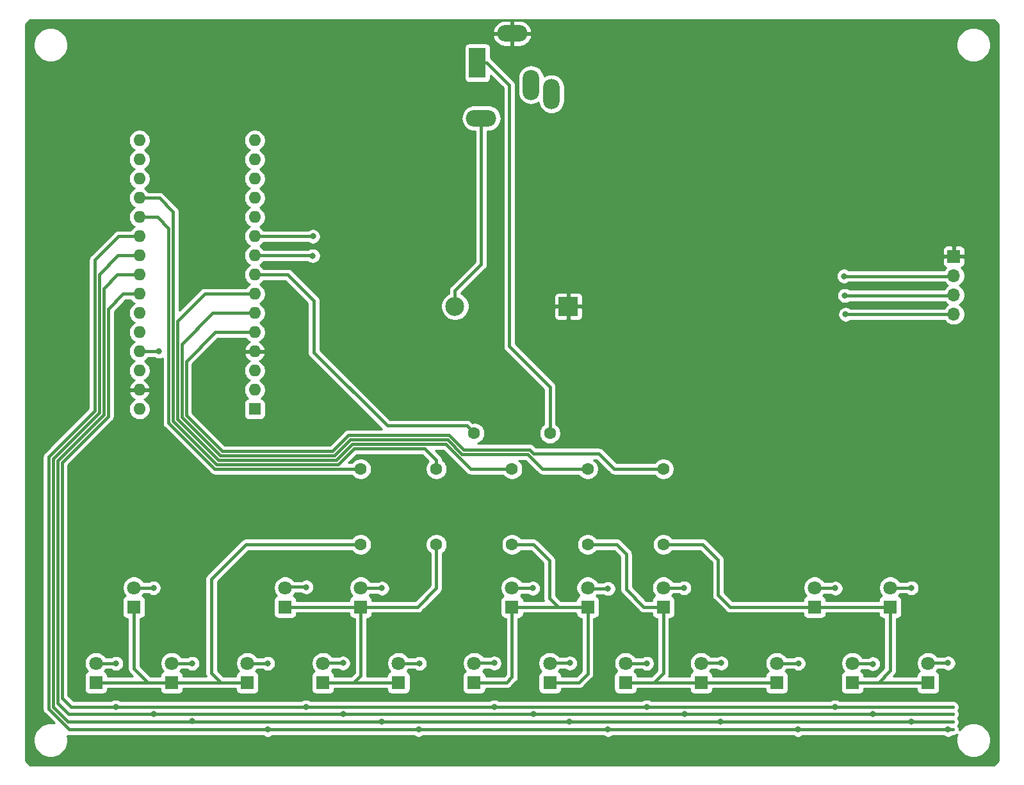
<source format=gbr>
%TF.GenerationSoftware,KiCad,Pcbnew,(5.1.10)-1*%
%TF.CreationDate,2021-08-20T09:58:33-04:00*%
%TF.ProjectId,UltraSonic Theremin,556c7472-6153-46f6-9e69-632054686572,rev?*%
%TF.SameCoordinates,Original*%
%TF.FileFunction,Copper,L1,Top*%
%TF.FilePolarity,Positive*%
%FSLAX46Y46*%
G04 Gerber Fmt 4.6, Leading zero omitted, Abs format (unit mm)*
G04 Created by KiCad (PCBNEW (5.1.10)-1) date 2021-08-20 09:58:33*
%MOMM*%
%LPD*%
G01*
G04 APERTURE LIST*
%TA.AperFunction,ComponentPad*%
%ADD10O,1.600000X1.600000*%
%TD*%
%TA.AperFunction,ComponentPad*%
%ADD11R,1.600000X1.600000*%
%TD*%
%TA.AperFunction,ComponentPad*%
%ADD12C,1.800000*%
%TD*%
%TA.AperFunction,ComponentPad*%
%ADD13R,1.800000X1.800000*%
%TD*%
%TA.AperFunction,ComponentPad*%
%ADD14O,4.000000X2.200000*%
%TD*%
%TA.AperFunction,ComponentPad*%
%ADD15O,2.200000X4.000000*%
%TD*%
%TA.AperFunction,ComponentPad*%
%ADD16R,2.200000X4.000000*%
%TD*%
%TA.AperFunction,ComponentPad*%
%ADD17C,2.500000*%
%TD*%
%TA.AperFunction,ComponentPad*%
%ADD18R,2.500000X2.500000*%
%TD*%
%TA.AperFunction,ComponentPad*%
%ADD19C,1.600000*%
%TD*%
%TA.AperFunction,ComponentPad*%
%ADD20R,1.700000X1.700000*%
%TD*%
%TA.AperFunction,ComponentPad*%
%ADD21O,1.700000X1.700000*%
%TD*%
%TA.AperFunction,ViaPad*%
%ADD22C,0.800000*%
%TD*%
%TA.AperFunction,Conductor*%
%ADD23C,0.381000*%
%TD*%
%TA.AperFunction,Conductor*%
%ADD24C,0.254000*%
%TD*%
%TA.AperFunction,Conductor*%
%ADD25C,0.100000*%
%TD*%
G04 APERTURE END LIST*
D10*
%TO.P,A1,16*%
%TO.N,D13*%
X50730000Y-66630000D03*
%TO.P,A1,15*%
%TO.N,D12*%
X65970000Y-66630000D03*
%TO.P,A1,30*%
%TO.N,Net-(A1-Pad30)*%
X50730000Y-102190000D03*
%TO.P,A1,14*%
%TO.N,D11*%
X65970000Y-69170000D03*
%TO.P,A1,29*%
%TO.N,GND*%
X50730000Y-99650000D03*
%TO.P,A1,13*%
%TO.N,D10*%
X65970000Y-71710000D03*
%TO.P,A1,28*%
%TO.N,Net-(A1-Pad28)*%
X50730000Y-97110000D03*
%TO.P,A1,12*%
%TO.N,D09*%
X65970000Y-74250000D03*
%TO.P,A1,27*%
%TO.N,5V+*%
X50730000Y-94570000D03*
%TO.P,A1,11*%
%TO.N,D08*%
X65970000Y-76790000D03*
%TO.P,A1,26*%
%TO.N,Net-(A1-Pad26)*%
X50730000Y-92030000D03*
%TO.P,A1,10*%
%TO.N,D07*%
X65970000Y-79330000D03*
%TO.P,A1,25*%
%TO.N,Net-(A1-Pad25)*%
X50730000Y-89490000D03*
%TO.P,A1,9*%
%TO.N,D06*%
X65970000Y-81870000D03*
%TO.P,A1,24*%
%TO.N,D19*%
X50730000Y-86950000D03*
%TO.P,A1,8*%
%TO.N,D05*%
X65970000Y-84410000D03*
%TO.P,A1,23*%
%TO.N,D18*%
X50730000Y-84410000D03*
%TO.P,A1,7*%
%TO.N,COL_3*%
X65970000Y-86950000D03*
%TO.P,A1,22*%
%TO.N,D17*%
X50730000Y-81870000D03*
%TO.P,A1,6*%
%TO.N,COL_4*%
X65970000Y-89490000D03*
%TO.P,A1,21*%
%TO.N,D16*%
X50730000Y-79330000D03*
%TO.P,A1,5*%
%TO.N,COL_5*%
X65970000Y-92030000D03*
%TO.P,A1,20*%
%TO.N,COL_1*%
X50730000Y-76790000D03*
%TO.P,A1,4*%
%TO.N,GND*%
X65970000Y-94570000D03*
%TO.P,A1,19*%
%TO.N,COL_2*%
X50730000Y-74250000D03*
%TO.P,A1,3*%
%TO.N,Net-(A1-Pad3)*%
X65970000Y-97110000D03*
%TO.P,A1,18*%
%TO.N,Net-(A1-Pad18)*%
X50730000Y-71710000D03*
%TO.P,A1,2*%
%TO.N,D01*%
X65970000Y-99650000D03*
%TO.P,A1,17*%
%TO.N,Net-(A1-Pad17)*%
X50730000Y-69170000D03*
D11*
%TO.P,A1,1*%
%TO.N,D00*%
X65970000Y-102190000D03*
%TD*%
D12*
%TO.P,D1,2*%
%TO.N,D19*%
X45000000Y-135830000D03*
D13*
%TO.P,D1,1*%
%TO.N,Net-(D1-Pad1)*%
X45000000Y-138370000D03*
%TD*%
D12*
%TO.P,D2,2*%
%TO.N,D18*%
X50000000Y-125830000D03*
D13*
%TO.P,D2,1*%
%TO.N,Net-(D1-Pad1)*%
X50000000Y-128370000D03*
%TD*%
%TO.P,D3,1*%
%TO.N,Net-(D1-Pad1)*%
X55000000Y-138370000D03*
D12*
%TO.P,D3,2*%
%TO.N,D17*%
X55000000Y-135830000D03*
%TD*%
%TO.P,D4,2*%
%TO.N,D16*%
X65000000Y-135830000D03*
D13*
%TO.P,D4,1*%
%TO.N,Net-(D1-Pad1)*%
X65000000Y-138370000D03*
%TD*%
%TO.P,D5,1*%
%TO.N,Net-(D5-Pad1)*%
X70000000Y-128370000D03*
D12*
%TO.P,D5,2*%
%TO.N,D19*%
X70000000Y-125830000D03*
%TD*%
D13*
%TO.P,D6,1*%
%TO.N,Net-(D5-Pad1)*%
X75000000Y-138370000D03*
D12*
%TO.P,D6,2*%
%TO.N,D18*%
X75000000Y-135830000D03*
%TD*%
%TO.P,D7,2*%
%TO.N,D17*%
X80000000Y-125830000D03*
D13*
%TO.P,D7,1*%
%TO.N,Net-(D5-Pad1)*%
X80000000Y-128370000D03*
%TD*%
%TO.P,D8,1*%
%TO.N,Net-(D5-Pad1)*%
X85000000Y-138370000D03*
D12*
%TO.P,D8,2*%
%TO.N,D16*%
X85000000Y-135830000D03*
%TD*%
D13*
%TO.P,D9,1*%
%TO.N,Net-(D10-Pad1)*%
X95000000Y-138370000D03*
D12*
%TO.P,D9,2*%
%TO.N,D19*%
X95000000Y-135830000D03*
%TD*%
%TO.P,D10,2*%
%TO.N,D18*%
X100000000Y-125830000D03*
D13*
%TO.P,D10,1*%
%TO.N,Net-(D10-Pad1)*%
X100000000Y-128370000D03*
%TD*%
%TO.P,D11,1*%
%TO.N,Net-(D10-Pad1)*%
X105000000Y-138370000D03*
D12*
%TO.P,D11,2*%
%TO.N,D17*%
X105000000Y-135830000D03*
%TD*%
%TO.P,D12,2*%
%TO.N,D16*%
X110000000Y-125830000D03*
D13*
%TO.P,D12,1*%
%TO.N,Net-(D10-Pad1)*%
X110000000Y-128370000D03*
%TD*%
D12*
%TO.P,D13,2*%
%TO.N,D19*%
X115000000Y-135830000D03*
D13*
%TO.P,D13,1*%
%TO.N,Net-(D13-Pad1)*%
X115000000Y-138370000D03*
%TD*%
%TO.P,D14,1*%
%TO.N,Net-(D13-Pad1)*%
X120000000Y-128370000D03*
D12*
%TO.P,D14,2*%
%TO.N,D18*%
X120000000Y-125830000D03*
%TD*%
%TO.P,D15,2*%
%TO.N,D17*%
X125000000Y-135830000D03*
D13*
%TO.P,D15,1*%
%TO.N,Net-(D13-Pad1)*%
X125000000Y-138370000D03*
%TD*%
%TO.P,D16,1*%
%TO.N,Net-(D13-Pad1)*%
X135000000Y-138370000D03*
D12*
%TO.P,D16,2*%
%TO.N,D16*%
X135000000Y-135830000D03*
%TD*%
D13*
%TO.P,D17,1*%
%TO.N,Net-(D17-Pad1)*%
X140000000Y-128370000D03*
D12*
%TO.P,D17,2*%
%TO.N,D19*%
X140000000Y-125830000D03*
%TD*%
%TO.P,D18,2*%
%TO.N,D18*%
X145000000Y-135830000D03*
D13*
%TO.P,D18,1*%
%TO.N,Net-(D17-Pad1)*%
X145000000Y-138370000D03*
%TD*%
%TO.P,D19,1*%
%TO.N,Net-(D17-Pad1)*%
X150000000Y-128370000D03*
D12*
%TO.P,D19,2*%
%TO.N,D17*%
X150000000Y-125830000D03*
%TD*%
%TO.P,D20,2*%
%TO.N,D16*%
X155000000Y-135830000D03*
D13*
%TO.P,D20,1*%
%TO.N,Net-(D17-Pad1)*%
X155000000Y-138370000D03*
%TD*%
D14*
%TO.P,J1,S*%
%TO.N,GND*%
X100028000Y-52480000D03*
D15*
%TO.P,J1,R*%
%TO.N,Net-(J1-PadR)*%
X105228000Y-60480000D03*
%TO.P,J1,RN*%
%TO.N,Net-(J1-PadRN)*%
X102528000Y-59280000D03*
D14*
%TO.P,J1,TN*%
%TO.N,Net-(J1-PadTN)*%
X95928000Y-63680000D03*
D16*
%TO.P,J1,T*%
%TO.N,Net-(J1-PadT)*%
X95428000Y-56380000D03*
%TD*%
D17*
%TO.P,LS1,1*%
%TO.N,Net-(J1-PadTN)*%
X92450000Y-88600000D03*
D18*
%TO.P,LS1,2*%
%TO.N,GND*%
X107450000Y-88600000D03*
%TD*%
D19*
%TO.P,R1,1*%
%TO.N,Net-(J1-PadT)*%
X105000000Y-105400000D03*
%TO.P,R1,2*%
%TO.N,D05*%
X95000000Y-105400000D03*
%TD*%
%TO.P,R2,2*%
%TO.N,COL_1*%
X80000000Y-110100000D03*
%TO.P,R2,1*%
%TO.N,Net-(D1-Pad1)*%
X80000000Y-120100000D03*
%TD*%
%TO.P,R3,1*%
%TO.N,Net-(D5-Pad1)*%
X90000000Y-120100000D03*
%TO.P,R3,2*%
%TO.N,COL_2*%
X90000000Y-110100000D03*
%TD*%
%TO.P,R4,2*%
%TO.N,COL_3*%
X100000000Y-110100000D03*
%TO.P,R4,1*%
%TO.N,Net-(D10-Pad1)*%
X100000000Y-120100000D03*
%TD*%
%TO.P,R5,1*%
%TO.N,Net-(D13-Pad1)*%
X110000000Y-120100000D03*
%TO.P,R5,2*%
%TO.N,COL_4*%
X110000000Y-110100000D03*
%TD*%
%TO.P,R6,2*%
%TO.N,COL_5*%
X120000000Y-110100000D03*
%TO.P,R6,1*%
%TO.N,Net-(D17-Pad1)*%
X120000000Y-120100000D03*
%TD*%
D20*
%TO.P,U1,1*%
%TO.N,GND*%
X158400000Y-82000000D03*
D21*
%TO.P,U1,2*%
%TO.N,D07*%
X158400000Y-84540000D03*
%TO.P,U1,3*%
%TO.N,D06*%
X158400000Y-87080000D03*
%TO.P,U1,4*%
%TO.N,5V+*%
X158400000Y-89620000D03*
%TD*%
D22*
%TO.N,5V+*%
X144100000Y-89650000D03*
X53300000Y-94550000D03*
%TO.N,D19*%
X72800000Y-125750000D03*
X142750000Y-125900000D03*
X117800000Y-135850000D03*
X97650000Y-135800000D03*
X47650000Y-135850000D03*
X47600000Y-141600000D03*
X97650000Y-141600000D03*
X117800000Y-141600000D03*
X142700000Y-141600000D03*
X72750000Y-141600000D03*
%TO.N,D18*%
X52600000Y-125850000D03*
X102750000Y-125900000D03*
X122750000Y-125850000D03*
X147700000Y-135900000D03*
X77650000Y-135800000D03*
X77650000Y-142550000D03*
X147700000Y-142550000D03*
X122800000Y-142550000D03*
X102800000Y-142550000D03*
X52600000Y-142550000D03*
%TO.N,D17*%
X82800000Y-125900000D03*
X152800000Y-125850000D03*
X127650000Y-135800000D03*
X107650000Y-135800000D03*
X57700000Y-135850000D03*
X57700000Y-143500000D03*
X107600000Y-143600000D03*
X127550000Y-143600000D03*
X152800000Y-143600000D03*
X82750000Y-143600000D03*
%TO.N,D16*%
X112700000Y-125950000D03*
X157650000Y-135800000D03*
X137850000Y-135850000D03*
X87750000Y-135850000D03*
X67700000Y-135850000D03*
X67700000Y-144600000D03*
X87650000Y-144600000D03*
X137800000Y-144600000D03*
X157650000Y-144600000D03*
X112700000Y-144600000D03*
%TO.N,D07*%
X143900000Y-84600000D03*
X73670000Y-79330000D03*
%TO.N,D06*%
X144000000Y-87150000D03*
X73650000Y-81900000D03*
%TD*%
D23*
%TO.N,5V+*%
X158700000Y-89650000D02*
X144100000Y-89650000D01*
%TO.N,COL_5*%
X120000000Y-110100000D02*
X113500000Y-110100000D01*
X113500000Y-110100000D02*
X111500000Y-108100000D01*
X102871672Y-108100000D02*
X102340662Y-107568990D01*
X111500000Y-108100000D02*
X102871672Y-108100000D01*
X102340662Y-107568990D02*
X93612332Y-107568990D01*
X93612332Y-107568990D02*
X91700312Y-105656972D01*
X91700312Y-105656972D02*
X78378011Y-105656973D01*
X78378011Y-105656973D02*
X76259024Y-107775960D01*
X76259024Y-107775960D02*
X61662648Y-107775960D01*
X61662648Y-107775960D02*
X56924040Y-103037352D01*
X60770000Y-92030000D02*
X56924040Y-95875960D01*
X65970000Y-92030000D02*
X60770000Y-92030000D01*
X56924040Y-103037352D02*
X56924040Y-95875960D01*
%TO.N,COL_4*%
X110000000Y-110100000D02*
X104050000Y-110100000D01*
X104050000Y-110100000D02*
X102100000Y-108150000D01*
X102100000Y-108150000D02*
X93371672Y-108150000D01*
X93371672Y-108150000D02*
X91459651Y-106237981D01*
X91459651Y-106237981D02*
X78618674Y-106237982D01*
X78618674Y-106237982D02*
X76499686Y-108356970D01*
X76499686Y-108356970D02*
X61421986Y-108356970D01*
X61421986Y-108356970D02*
X56343030Y-103278014D01*
X60446060Y-89490000D02*
X56343030Y-93593030D01*
X65970000Y-89490000D02*
X60446060Y-89490000D01*
X56343030Y-103278014D02*
X56343030Y-93593030D01*
%TO.N,5V+*%
X53280000Y-94570000D02*
X53300000Y-94550000D01*
X50730000Y-94570000D02*
X53280000Y-94570000D01*
%TO.N,COL_3*%
X100000000Y-110100000D02*
X94500000Y-110100000D01*
X94500000Y-110100000D02*
X91218990Y-106818990D01*
X91218990Y-106818990D02*
X78859337Y-106818991D01*
X78859337Y-106818991D02*
X76740348Y-108937980D01*
X76740348Y-108937980D02*
X61181324Y-108937980D01*
X61181324Y-108937980D02*
X55762020Y-103518676D01*
X65970000Y-86950000D02*
X59374040Y-86950000D01*
X59374040Y-86950000D02*
X55762020Y-90562020D01*
X55762020Y-103518676D02*
X55762020Y-90562020D01*
%TO.N,COL_2*%
X53350000Y-74250000D02*
X50730000Y-74250000D01*
X55181010Y-76081010D02*
X53350000Y-74250000D01*
X79100000Y-107400000D02*
X76981010Y-109518990D01*
X55181010Y-103759338D02*
X55181010Y-76081010D01*
X88450000Y-107400000D02*
X79100000Y-107400000D01*
X76981010Y-109518990D02*
X60940662Y-109518990D01*
X90000000Y-108950000D02*
X88450000Y-107400000D01*
X60940662Y-109518990D02*
X55181010Y-103759338D01*
X90000000Y-110100000D02*
X90000000Y-108950000D01*
%TO.N,COL_1*%
X54600000Y-78250000D02*
X53140000Y-76790000D01*
X54600000Y-104000000D02*
X54600000Y-78250000D01*
X60700000Y-110100000D02*
X54600000Y-104000000D01*
X53140000Y-76790000D02*
X50730000Y-76790000D01*
X80000000Y-110100000D02*
X60700000Y-110100000D01*
%TO.N,D19*%
X70150000Y-125730000D02*
X72780000Y-125730000D01*
X140100000Y-125880000D02*
X142730000Y-125880000D01*
X115150000Y-135830000D02*
X117780000Y-135830000D01*
X95000000Y-135780000D02*
X97630000Y-135780000D01*
X47630000Y-135830000D02*
X47650000Y-135850000D01*
X45000000Y-135830000D02*
X47630000Y-135830000D01*
X97650000Y-141600000D02*
X117800000Y-141600000D01*
X142700000Y-141600000D02*
X158300000Y-141600000D01*
X117800000Y-141600000D02*
X142700000Y-141600000D01*
X72750000Y-141600000D02*
X97650000Y-141600000D01*
X47600000Y-141600000D02*
X72750000Y-141600000D01*
X46600000Y-88950000D02*
X48600000Y-86950000D01*
X48600000Y-86950000D02*
X50730000Y-86950000D01*
X46600000Y-103150000D02*
X46600000Y-88950000D01*
X40500000Y-140400000D02*
X40500000Y-109250000D01*
X40500000Y-109250000D02*
X46600000Y-103150000D01*
X41700000Y-141600000D02*
X40500000Y-140400000D01*
X47600000Y-141600000D02*
X41700000Y-141600000D01*
%TO.N,D05*%
X70360000Y-84410000D02*
X65970000Y-84410000D01*
X73800000Y-87850000D02*
X70360000Y-84410000D01*
X73800000Y-94700000D02*
X73800000Y-87850000D01*
X83500000Y-104400000D02*
X73800000Y-94700000D01*
X94000000Y-104400000D02*
X93450000Y-104400000D01*
X95000000Y-105400000D02*
X94000000Y-104400000D01*
X93450000Y-104400000D02*
X83500000Y-104400000D01*
%TO.N,D18*%
X49950000Y-125830000D02*
X52580000Y-125830000D01*
X100100000Y-125880000D02*
X102730000Y-125880000D01*
X120100000Y-125830000D02*
X122730000Y-125830000D01*
X145050000Y-135880000D02*
X147680000Y-135880000D01*
X75000000Y-135780000D02*
X77630000Y-135780000D01*
X147700000Y-142550000D02*
X158300000Y-142550000D01*
X122800000Y-142550000D02*
X147700000Y-142550000D01*
X102800000Y-142550000D02*
X122800000Y-142550000D01*
X77650000Y-142550000D02*
X102800000Y-142550000D01*
X52600000Y-142550000D02*
X77650000Y-142550000D01*
X41550000Y-142550000D02*
X42150000Y-142550000D01*
X42150000Y-142550000D02*
X52600000Y-142550000D01*
X46018990Y-86231010D02*
X47840000Y-84410000D01*
X46018990Y-102909338D02*
X46018990Y-86231010D01*
X39918991Y-109009337D02*
X46018990Y-102909338D01*
X47840000Y-84410000D02*
X50730000Y-84410000D01*
X39918990Y-141068990D02*
X39918991Y-109009337D01*
X41400000Y-142550000D02*
X39918990Y-141068990D01*
X42150000Y-142550000D02*
X41400000Y-142550000D01*
%TO.N,D17*%
X80150000Y-125880000D02*
X82780000Y-125880000D01*
X150150000Y-125830000D02*
X152780000Y-125830000D01*
X125000000Y-135780000D02*
X127630000Y-135780000D01*
X105000000Y-135780000D02*
X107630000Y-135780000D01*
X55050000Y-135830000D02*
X57680000Y-135830000D01*
X107600000Y-143600000D02*
X127550000Y-143600000D01*
X152800000Y-143600000D02*
X158300000Y-143600000D01*
X127550000Y-143600000D02*
X152800000Y-143600000D01*
X82750000Y-143600000D02*
X107600000Y-143600000D01*
X47930000Y-81870000D02*
X50730000Y-81870000D01*
X45437980Y-102668676D02*
X45437980Y-84362020D01*
X39337982Y-108768674D02*
X45437980Y-102668676D01*
X45437980Y-84362020D02*
X47930000Y-81870000D01*
X41300000Y-143600000D02*
X39337981Y-141637981D01*
X39337981Y-141637981D02*
X39337982Y-108768674D01*
X82750000Y-143600000D02*
X41300000Y-143600000D01*
%TO.N,D16*%
X110050000Y-125930000D02*
X112680000Y-125930000D01*
X155000000Y-135780000D02*
X157630000Y-135780000D01*
X135200000Y-135830000D02*
X137830000Y-135830000D01*
X85100000Y-135830000D02*
X87730000Y-135830000D01*
X65050000Y-135830000D02*
X67680000Y-135830000D01*
X67700000Y-144600000D02*
X87650000Y-144600000D01*
X157650000Y-144600000D02*
X158300000Y-144600000D01*
X137800000Y-144600000D02*
X157650000Y-144600000D01*
X112700000Y-144600000D02*
X137800000Y-144600000D01*
X87650000Y-144600000D02*
X112700000Y-144600000D01*
X41550000Y-144600000D02*
X41900000Y-144600000D01*
X38756973Y-108528011D02*
X44856970Y-102428014D01*
X44856970Y-102428014D02*
X44856970Y-91950000D01*
X44856970Y-91950000D02*
X44856970Y-91900000D01*
X44856970Y-91950000D02*
X44856970Y-82443030D01*
X47970000Y-79330000D02*
X50730000Y-79330000D01*
X44856970Y-82443030D02*
X47970000Y-79330000D01*
X43100000Y-144600000D02*
X41478328Y-144600000D01*
X41900000Y-144600000D02*
X43100000Y-144600000D01*
X43100000Y-144600000D02*
X67700000Y-144600000D01*
X38756972Y-141878644D02*
X38756972Y-141056972D01*
X41478328Y-144600000D02*
X38756972Y-141878644D01*
X38756972Y-141056972D02*
X38756973Y-108528011D01*
%TO.N,Net-(D1-Pad1)*%
X45000000Y-138370000D02*
X55000000Y-138370000D01*
X55000000Y-138370000D02*
X65000000Y-138370000D01*
X65000000Y-138370000D02*
X61520000Y-138370000D01*
X61520000Y-138370000D02*
X60250000Y-137100000D01*
X60250000Y-137100000D02*
X60250000Y-124700000D01*
X64850000Y-120100000D02*
X80000000Y-120100000D01*
X60250000Y-124700000D02*
X64850000Y-120100000D01*
X55000000Y-138370000D02*
X51870000Y-138370000D01*
X50000000Y-136500000D02*
X50000000Y-128370000D01*
X51870000Y-138370000D02*
X50000000Y-136500000D01*
%TO.N,Net-(D5-Pad1)*%
X80000000Y-128370000D02*
X87530000Y-128370000D01*
X90000000Y-125900000D02*
X90000000Y-120100000D01*
X87530000Y-128370000D02*
X90000000Y-125900000D01*
X70000000Y-128370000D02*
X80000000Y-128370000D01*
X75000000Y-138370000D02*
X85000000Y-138370000D01*
X75000000Y-138370000D02*
X79080000Y-138370000D01*
X80000000Y-137450000D02*
X80000000Y-128370000D01*
X79080000Y-138370000D02*
X80000000Y-137450000D01*
%TO.N,Net-(D10-Pad1)*%
X100000000Y-128370000D02*
X110000000Y-128370000D01*
X105000000Y-138370000D02*
X108830000Y-138370000D01*
X110000000Y-137200000D02*
X110000000Y-128370000D01*
X108830000Y-138370000D02*
X110000000Y-137200000D01*
X95000000Y-138370000D02*
X99280000Y-138370000D01*
X100000000Y-137650000D02*
X100000000Y-128370000D01*
X99280000Y-138370000D02*
X100000000Y-137650000D01*
X110000000Y-128370000D02*
X106120000Y-128370000D01*
X106120000Y-128370000D02*
X104950000Y-127200000D01*
X104950000Y-127200000D02*
X104950000Y-122250000D01*
X102800000Y-120100000D02*
X100000000Y-120100000D01*
X104950000Y-122250000D02*
X102800000Y-120100000D01*
%TO.N,Net-(D13-Pad1)*%
X115000000Y-138370000D02*
X118780000Y-138370000D01*
X120000000Y-137150000D02*
X120000000Y-128370000D01*
X118780000Y-138370000D02*
X120000000Y-137150000D01*
X115000000Y-138370000D02*
X125000000Y-138370000D01*
X120000000Y-128370000D02*
X117420000Y-128370000D01*
X117420000Y-128370000D02*
X115100000Y-126050000D01*
X115100000Y-126050000D02*
X115100000Y-121350000D01*
X113850000Y-120100000D02*
X110000000Y-120100000D01*
X115100000Y-121350000D02*
X113850000Y-120100000D01*
X125000000Y-138370000D02*
X135000000Y-138370000D01*
%TO.N,Net-(D17-Pad1)*%
X140000000Y-128370000D02*
X128820000Y-128370000D01*
X128820000Y-128370000D02*
X127250000Y-126800000D01*
X127250000Y-126800000D02*
X127250000Y-122150000D01*
X125200000Y-120100000D02*
X120000000Y-120100000D01*
X127250000Y-122150000D02*
X125200000Y-120100000D01*
X140000000Y-128370000D02*
X150000000Y-128370000D01*
X145000000Y-138370000D02*
X155000000Y-138370000D01*
X145000000Y-138370000D02*
X149780000Y-138370000D01*
X145000000Y-138370000D02*
X148430000Y-138370000D01*
X150000000Y-136800000D02*
X150000000Y-128370000D01*
X148430000Y-138370000D02*
X150000000Y-136800000D01*
%TO.N,Net-(J1-PadTN)*%
X95928000Y-63680000D02*
X95928000Y-83022000D01*
X95928000Y-83022000D02*
X93950000Y-85000000D01*
X92450000Y-86500000D02*
X95928000Y-83022000D01*
X92450000Y-88600000D02*
X92450000Y-86500000D01*
%TO.N,Net-(J1-PadT)*%
X96680000Y-56380000D02*
X95428000Y-56380000D01*
X99650000Y-59350000D02*
X96680000Y-56380000D01*
X105000000Y-99250000D02*
X99650000Y-93900000D01*
X99650000Y-93900000D02*
X99650000Y-59350000D01*
X105000000Y-105400000D02*
X105000000Y-99250000D01*
%TO.N,D07*%
X158500000Y-84600000D02*
X143900000Y-84600000D01*
X65970000Y-79330000D02*
X73670000Y-79330000D01*
%TO.N,D06*%
X158600000Y-87150000D02*
X144000000Y-87150000D01*
X73620000Y-81870000D02*
X73650000Y-81900000D01*
X65970000Y-81870000D02*
X73620000Y-81870000D01*
%TD*%
D24*
%TO.N,GND*%
X164340000Y-51273381D02*
X164340001Y-148726618D01*
X163726620Y-149340000D01*
X36273381Y-149340000D01*
X35660000Y-148726620D01*
X35660000Y-145774947D01*
X36715000Y-145774947D01*
X36715000Y-146225053D01*
X36802811Y-146666510D01*
X36975059Y-147082353D01*
X37225125Y-147456603D01*
X37543397Y-147774875D01*
X37917647Y-148024941D01*
X38333490Y-148197189D01*
X38774947Y-148285000D01*
X39225053Y-148285000D01*
X39666510Y-148197189D01*
X40082353Y-148024941D01*
X40456603Y-147774875D01*
X40774875Y-147456603D01*
X41024941Y-147082353D01*
X41197189Y-146666510D01*
X41285000Y-146225053D01*
X41285000Y-145774947D01*
X41206476Y-145380180D01*
X41316502Y-145413556D01*
X41437775Y-145425500D01*
X41437777Y-145425500D01*
X41478328Y-145429494D01*
X41518878Y-145425500D01*
X67072497Y-145425500D01*
X67209744Y-145517205D01*
X67398102Y-145595226D01*
X67598061Y-145635000D01*
X67801939Y-145635000D01*
X68001898Y-145595226D01*
X68190256Y-145517205D01*
X68327503Y-145425500D01*
X87022497Y-145425500D01*
X87159744Y-145517205D01*
X87348102Y-145595226D01*
X87548061Y-145635000D01*
X87751939Y-145635000D01*
X87951898Y-145595226D01*
X88140256Y-145517205D01*
X88277503Y-145425500D01*
X112072497Y-145425500D01*
X112209744Y-145517205D01*
X112398102Y-145595226D01*
X112598061Y-145635000D01*
X112801939Y-145635000D01*
X113001898Y-145595226D01*
X113190256Y-145517205D01*
X113327503Y-145425500D01*
X137172497Y-145425500D01*
X137309744Y-145517205D01*
X137498102Y-145595226D01*
X137698061Y-145635000D01*
X137901939Y-145635000D01*
X138101898Y-145595226D01*
X138290256Y-145517205D01*
X138427503Y-145425500D01*
X157022497Y-145425500D01*
X157159744Y-145517205D01*
X157348102Y-145595226D01*
X157548061Y-145635000D01*
X157751939Y-145635000D01*
X157951898Y-145595226D01*
X158140256Y-145517205D01*
X158277503Y-145425500D01*
X158340553Y-145425500D01*
X158461826Y-145413556D01*
X158617434Y-145366353D01*
X158760842Y-145289699D01*
X158851906Y-145214965D01*
X158802811Y-145333490D01*
X158715000Y-145774947D01*
X158715000Y-146225053D01*
X158802811Y-146666510D01*
X158975059Y-147082353D01*
X159225125Y-147456603D01*
X159543397Y-147774875D01*
X159917647Y-148024941D01*
X160333490Y-148197189D01*
X160774947Y-148285000D01*
X161225053Y-148285000D01*
X161666510Y-148197189D01*
X162082353Y-148024941D01*
X162456603Y-147774875D01*
X162774875Y-147456603D01*
X163024941Y-147082353D01*
X163197189Y-146666510D01*
X163285000Y-146225053D01*
X163285000Y-145774947D01*
X163197189Y-145333490D01*
X163024941Y-144917647D01*
X162774875Y-144543397D01*
X162456603Y-144225125D01*
X162082353Y-143975059D01*
X161666510Y-143802811D01*
X161225053Y-143715000D01*
X160774947Y-143715000D01*
X160333490Y-143802811D01*
X159917647Y-143975059D01*
X159543397Y-144225125D01*
X159225125Y-144543397D01*
X159119500Y-144701476D01*
X159129494Y-144600000D01*
X159113556Y-144438174D01*
X159066353Y-144282566D01*
X158989699Y-144139158D01*
X158957563Y-144100000D01*
X158989699Y-144060842D01*
X159066353Y-143917434D01*
X159113556Y-143761826D01*
X159129494Y-143600000D01*
X159113556Y-143438174D01*
X159066353Y-143282566D01*
X158989699Y-143139158D01*
X158937046Y-143075000D01*
X158989699Y-143010842D01*
X159066353Y-142867434D01*
X159113556Y-142711826D01*
X159129494Y-142550000D01*
X159113556Y-142388174D01*
X159066353Y-142232566D01*
X158989699Y-142089158D01*
X158978080Y-142075000D01*
X158989699Y-142060842D01*
X159066353Y-141917434D01*
X159113556Y-141761826D01*
X159129494Y-141600000D01*
X159113556Y-141438174D01*
X159066353Y-141282566D01*
X158989699Y-141139158D01*
X158886541Y-141013459D01*
X158760842Y-140910301D01*
X158617434Y-140833647D01*
X158461826Y-140786444D01*
X158340553Y-140774500D01*
X143327503Y-140774500D01*
X143190256Y-140682795D01*
X143001898Y-140604774D01*
X142801939Y-140565000D01*
X142598061Y-140565000D01*
X142398102Y-140604774D01*
X142209744Y-140682795D01*
X142072497Y-140774500D01*
X118427503Y-140774500D01*
X118290256Y-140682795D01*
X118101898Y-140604774D01*
X117901939Y-140565000D01*
X117698061Y-140565000D01*
X117498102Y-140604774D01*
X117309744Y-140682795D01*
X117172497Y-140774500D01*
X98277503Y-140774500D01*
X98140256Y-140682795D01*
X97951898Y-140604774D01*
X97751939Y-140565000D01*
X97548061Y-140565000D01*
X97348102Y-140604774D01*
X97159744Y-140682795D01*
X97022497Y-140774500D01*
X73377503Y-140774500D01*
X73240256Y-140682795D01*
X73051898Y-140604774D01*
X72851939Y-140565000D01*
X72648061Y-140565000D01*
X72448102Y-140604774D01*
X72259744Y-140682795D01*
X72122497Y-140774500D01*
X48227503Y-140774500D01*
X48090256Y-140682795D01*
X47901898Y-140604774D01*
X47701939Y-140565000D01*
X47498061Y-140565000D01*
X47298102Y-140604774D01*
X47109744Y-140682795D01*
X46972497Y-140774500D01*
X42041933Y-140774500D01*
X41325500Y-140058068D01*
X41325500Y-137470000D01*
X43461928Y-137470000D01*
X43461928Y-139270000D01*
X43474188Y-139394482D01*
X43510498Y-139514180D01*
X43569463Y-139624494D01*
X43648815Y-139721185D01*
X43745506Y-139800537D01*
X43855820Y-139859502D01*
X43975518Y-139895812D01*
X44100000Y-139908072D01*
X45900000Y-139908072D01*
X46024482Y-139895812D01*
X46144180Y-139859502D01*
X46254494Y-139800537D01*
X46351185Y-139721185D01*
X46430537Y-139624494D01*
X46489502Y-139514180D01*
X46525812Y-139394482D01*
X46538072Y-139270000D01*
X46538072Y-139195500D01*
X51829456Y-139195500D01*
X51869999Y-139199493D01*
X51910542Y-139195500D01*
X53461928Y-139195500D01*
X53461928Y-139270000D01*
X53474188Y-139394482D01*
X53510498Y-139514180D01*
X53569463Y-139624494D01*
X53648815Y-139721185D01*
X53745506Y-139800537D01*
X53855820Y-139859502D01*
X53975518Y-139895812D01*
X54100000Y-139908072D01*
X55900000Y-139908072D01*
X56024482Y-139895812D01*
X56144180Y-139859502D01*
X56254494Y-139800537D01*
X56351185Y-139721185D01*
X56430537Y-139624494D01*
X56489502Y-139514180D01*
X56525812Y-139394482D01*
X56538072Y-139270000D01*
X56538072Y-139195500D01*
X61479449Y-139195500D01*
X61519999Y-139199494D01*
X61560550Y-139195500D01*
X63461928Y-139195500D01*
X63461928Y-139270000D01*
X63474188Y-139394482D01*
X63510498Y-139514180D01*
X63569463Y-139624494D01*
X63648815Y-139721185D01*
X63745506Y-139800537D01*
X63855820Y-139859502D01*
X63975518Y-139895812D01*
X64100000Y-139908072D01*
X65900000Y-139908072D01*
X66024482Y-139895812D01*
X66144180Y-139859502D01*
X66254494Y-139800537D01*
X66351185Y-139721185D01*
X66430537Y-139624494D01*
X66489502Y-139514180D01*
X66525812Y-139394482D01*
X66538072Y-139270000D01*
X66538072Y-137470000D01*
X66525812Y-137345518D01*
X66489502Y-137225820D01*
X66430537Y-137115506D01*
X66351185Y-137018815D01*
X66254494Y-136939463D01*
X66144180Y-136880498D01*
X66125873Y-136874944D01*
X66192312Y-136808505D01*
X66294547Y-136655500D01*
X67042565Y-136655500D01*
X67209744Y-136767205D01*
X67398102Y-136845226D01*
X67598061Y-136885000D01*
X67801939Y-136885000D01*
X68001898Y-136845226D01*
X68190256Y-136767205D01*
X68359774Y-136653937D01*
X68503937Y-136509774D01*
X68617205Y-136340256D01*
X68695226Y-136151898D01*
X68735000Y-135951939D01*
X68735000Y-135748061D01*
X68695226Y-135548102D01*
X68617205Y-135359744D01*
X68503937Y-135190226D01*
X68359774Y-135046063D01*
X68190256Y-134932795D01*
X68001898Y-134854774D01*
X67801939Y-134815000D01*
X67598061Y-134815000D01*
X67398102Y-134854774D01*
X67209744Y-134932795D01*
X67102430Y-135004500D01*
X66294547Y-135004500D01*
X66192312Y-134851495D01*
X65978505Y-134637688D01*
X65727095Y-134469701D01*
X65447743Y-134353989D01*
X65151184Y-134295000D01*
X64848816Y-134295000D01*
X64552257Y-134353989D01*
X64272905Y-134469701D01*
X64021495Y-134637688D01*
X63807688Y-134851495D01*
X63639701Y-135102905D01*
X63523989Y-135382257D01*
X63465000Y-135678816D01*
X63465000Y-135981184D01*
X63523989Y-136277743D01*
X63639701Y-136557095D01*
X63807688Y-136808505D01*
X63874127Y-136874944D01*
X63855820Y-136880498D01*
X63745506Y-136939463D01*
X63648815Y-137018815D01*
X63569463Y-137115506D01*
X63510498Y-137225820D01*
X63474188Y-137345518D01*
X63461928Y-137470000D01*
X63461928Y-137544500D01*
X61861933Y-137544500D01*
X61075500Y-136758068D01*
X61075500Y-127470000D01*
X68461928Y-127470000D01*
X68461928Y-129270000D01*
X68474188Y-129394482D01*
X68510498Y-129514180D01*
X68569463Y-129624494D01*
X68648815Y-129721185D01*
X68745506Y-129800537D01*
X68855820Y-129859502D01*
X68975518Y-129895812D01*
X69100000Y-129908072D01*
X70900000Y-129908072D01*
X71024482Y-129895812D01*
X71144180Y-129859502D01*
X71254494Y-129800537D01*
X71351185Y-129721185D01*
X71430537Y-129624494D01*
X71489502Y-129514180D01*
X71525812Y-129394482D01*
X71538072Y-129270000D01*
X71538072Y-129195500D01*
X78461928Y-129195500D01*
X78461928Y-129270000D01*
X78474188Y-129394482D01*
X78510498Y-129514180D01*
X78569463Y-129624494D01*
X78648815Y-129721185D01*
X78745506Y-129800537D01*
X78855820Y-129859502D01*
X78975518Y-129895812D01*
X79100000Y-129908072D01*
X79174501Y-129908072D01*
X79174500Y-137108067D01*
X78738068Y-137544500D01*
X76538072Y-137544500D01*
X76538072Y-137470000D01*
X76525812Y-137345518D01*
X76489502Y-137225820D01*
X76430537Y-137115506D01*
X76351185Y-137018815D01*
X76254494Y-136939463D01*
X76144180Y-136880498D01*
X76125873Y-136874944D01*
X76192312Y-136808505D01*
X76327956Y-136605500D01*
X76992565Y-136605500D01*
X77159744Y-136717205D01*
X77348102Y-136795226D01*
X77548061Y-136835000D01*
X77751939Y-136835000D01*
X77951898Y-136795226D01*
X78140256Y-136717205D01*
X78309774Y-136603937D01*
X78453937Y-136459774D01*
X78567205Y-136290256D01*
X78645226Y-136101898D01*
X78685000Y-135901939D01*
X78685000Y-135698061D01*
X78645226Y-135498102D01*
X78567205Y-135309744D01*
X78453937Y-135140226D01*
X78309774Y-134996063D01*
X78140256Y-134882795D01*
X77951898Y-134804774D01*
X77751939Y-134765000D01*
X77548061Y-134765000D01*
X77348102Y-134804774D01*
X77159744Y-134882795D01*
X77052430Y-134954500D01*
X76261138Y-134954500D01*
X76192312Y-134851495D01*
X75978505Y-134637688D01*
X75727095Y-134469701D01*
X75447743Y-134353989D01*
X75151184Y-134295000D01*
X74848816Y-134295000D01*
X74552257Y-134353989D01*
X74272905Y-134469701D01*
X74021495Y-134637688D01*
X73807688Y-134851495D01*
X73639701Y-135102905D01*
X73523989Y-135382257D01*
X73465000Y-135678816D01*
X73465000Y-135981184D01*
X73523989Y-136277743D01*
X73639701Y-136557095D01*
X73807688Y-136808505D01*
X73874127Y-136874944D01*
X73855820Y-136880498D01*
X73745506Y-136939463D01*
X73648815Y-137018815D01*
X73569463Y-137115506D01*
X73510498Y-137225820D01*
X73474188Y-137345518D01*
X73461928Y-137470000D01*
X73461928Y-139270000D01*
X73474188Y-139394482D01*
X73510498Y-139514180D01*
X73569463Y-139624494D01*
X73648815Y-139721185D01*
X73745506Y-139800537D01*
X73855820Y-139859502D01*
X73975518Y-139895812D01*
X74100000Y-139908072D01*
X75900000Y-139908072D01*
X76024482Y-139895812D01*
X76144180Y-139859502D01*
X76254494Y-139800537D01*
X76351185Y-139721185D01*
X76430537Y-139624494D01*
X76489502Y-139514180D01*
X76525812Y-139394482D01*
X76538072Y-139270000D01*
X76538072Y-139195500D01*
X79039450Y-139195500D01*
X79080000Y-139199494D01*
X79120550Y-139195500D01*
X83461928Y-139195500D01*
X83461928Y-139270000D01*
X83474188Y-139394482D01*
X83510498Y-139514180D01*
X83569463Y-139624494D01*
X83648815Y-139721185D01*
X83745506Y-139800537D01*
X83855820Y-139859502D01*
X83975518Y-139895812D01*
X84100000Y-139908072D01*
X85900000Y-139908072D01*
X86024482Y-139895812D01*
X86144180Y-139859502D01*
X86254494Y-139800537D01*
X86351185Y-139721185D01*
X86430537Y-139624494D01*
X86489502Y-139514180D01*
X86525812Y-139394482D01*
X86538072Y-139270000D01*
X86538072Y-137470000D01*
X93461928Y-137470000D01*
X93461928Y-139270000D01*
X93474188Y-139394482D01*
X93510498Y-139514180D01*
X93569463Y-139624494D01*
X93648815Y-139721185D01*
X93745506Y-139800537D01*
X93855820Y-139859502D01*
X93975518Y-139895812D01*
X94100000Y-139908072D01*
X95900000Y-139908072D01*
X96024482Y-139895812D01*
X96144180Y-139859502D01*
X96254494Y-139800537D01*
X96351185Y-139721185D01*
X96430537Y-139624494D01*
X96489502Y-139514180D01*
X96525812Y-139394482D01*
X96538072Y-139270000D01*
X96538072Y-139195500D01*
X99239450Y-139195500D01*
X99280000Y-139199494D01*
X99320550Y-139195500D01*
X99320553Y-139195500D01*
X99441826Y-139183556D01*
X99597434Y-139136353D01*
X99740842Y-139059699D01*
X99866541Y-138956541D01*
X99892397Y-138925035D01*
X100555045Y-138262388D01*
X100586541Y-138236541D01*
X100612389Y-138205045D01*
X100612392Y-138205042D01*
X100689699Y-138110843D01*
X100766353Y-137967434D01*
X100781848Y-137916353D01*
X100813556Y-137811826D01*
X100825500Y-137690553D01*
X100825500Y-137690551D01*
X100829494Y-137650000D01*
X100825500Y-137609450D01*
X100825500Y-129908072D01*
X100900000Y-129908072D01*
X101024482Y-129895812D01*
X101144180Y-129859502D01*
X101254494Y-129800537D01*
X101351185Y-129721185D01*
X101430537Y-129624494D01*
X101489502Y-129514180D01*
X101525812Y-129394482D01*
X101538072Y-129270000D01*
X101538072Y-129195500D01*
X106079449Y-129195500D01*
X106120000Y-129199494D01*
X106160550Y-129195500D01*
X108461928Y-129195500D01*
X108461928Y-129270000D01*
X108474188Y-129394482D01*
X108510498Y-129514180D01*
X108569463Y-129624494D01*
X108648815Y-129721185D01*
X108745506Y-129800537D01*
X108855820Y-129859502D01*
X108975518Y-129895812D01*
X109100000Y-129908072D01*
X109174501Y-129908072D01*
X109174500Y-136858066D01*
X108488068Y-137544500D01*
X106538072Y-137544500D01*
X106538072Y-137470000D01*
X106525812Y-137345518D01*
X106489502Y-137225820D01*
X106430537Y-137115506D01*
X106351185Y-137018815D01*
X106254494Y-136939463D01*
X106144180Y-136880498D01*
X106125873Y-136874944D01*
X106192312Y-136808505D01*
X106327956Y-136605500D01*
X106992565Y-136605500D01*
X107159744Y-136717205D01*
X107348102Y-136795226D01*
X107548061Y-136835000D01*
X107751939Y-136835000D01*
X107951898Y-136795226D01*
X108140256Y-136717205D01*
X108309774Y-136603937D01*
X108453937Y-136459774D01*
X108567205Y-136290256D01*
X108645226Y-136101898D01*
X108685000Y-135901939D01*
X108685000Y-135698061D01*
X108645226Y-135498102D01*
X108567205Y-135309744D01*
X108453937Y-135140226D01*
X108309774Y-134996063D01*
X108140256Y-134882795D01*
X107951898Y-134804774D01*
X107751939Y-134765000D01*
X107548061Y-134765000D01*
X107348102Y-134804774D01*
X107159744Y-134882795D01*
X107052430Y-134954500D01*
X106261138Y-134954500D01*
X106192312Y-134851495D01*
X105978505Y-134637688D01*
X105727095Y-134469701D01*
X105447743Y-134353989D01*
X105151184Y-134295000D01*
X104848816Y-134295000D01*
X104552257Y-134353989D01*
X104272905Y-134469701D01*
X104021495Y-134637688D01*
X103807688Y-134851495D01*
X103639701Y-135102905D01*
X103523989Y-135382257D01*
X103465000Y-135678816D01*
X103465000Y-135981184D01*
X103523989Y-136277743D01*
X103639701Y-136557095D01*
X103807688Y-136808505D01*
X103874127Y-136874944D01*
X103855820Y-136880498D01*
X103745506Y-136939463D01*
X103648815Y-137018815D01*
X103569463Y-137115506D01*
X103510498Y-137225820D01*
X103474188Y-137345518D01*
X103461928Y-137470000D01*
X103461928Y-139270000D01*
X103474188Y-139394482D01*
X103510498Y-139514180D01*
X103569463Y-139624494D01*
X103648815Y-139721185D01*
X103745506Y-139800537D01*
X103855820Y-139859502D01*
X103975518Y-139895812D01*
X104100000Y-139908072D01*
X105900000Y-139908072D01*
X106024482Y-139895812D01*
X106144180Y-139859502D01*
X106254494Y-139800537D01*
X106351185Y-139721185D01*
X106430537Y-139624494D01*
X106489502Y-139514180D01*
X106525812Y-139394482D01*
X106538072Y-139270000D01*
X106538072Y-139195500D01*
X108789450Y-139195500D01*
X108830000Y-139199494D01*
X108870550Y-139195500D01*
X108870553Y-139195500D01*
X108991826Y-139183556D01*
X109147434Y-139136353D01*
X109290842Y-139059699D01*
X109416541Y-138956541D01*
X109442398Y-138925035D01*
X110555046Y-137812388D01*
X110586541Y-137786541D01*
X110612389Y-137755045D01*
X110612392Y-137755042D01*
X110689699Y-137660843D01*
X110766353Y-137517434D01*
X110774507Y-137490553D01*
X110813556Y-137361826D01*
X110825500Y-137240553D01*
X110825500Y-137240551D01*
X110829494Y-137200000D01*
X110825500Y-137159450D01*
X110825500Y-129908072D01*
X110900000Y-129908072D01*
X111024482Y-129895812D01*
X111144180Y-129859502D01*
X111254494Y-129800537D01*
X111351185Y-129721185D01*
X111430537Y-129624494D01*
X111489502Y-129514180D01*
X111525812Y-129394482D01*
X111538072Y-129270000D01*
X111538072Y-127470000D01*
X111525812Y-127345518D01*
X111489502Y-127225820D01*
X111430537Y-127115506D01*
X111351185Y-127018815D01*
X111254494Y-126939463D01*
X111144180Y-126880498D01*
X111125873Y-126874944D01*
X111192312Y-126808505D01*
X111227729Y-126755500D01*
X112042565Y-126755500D01*
X112209744Y-126867205D01*
X112398102Y-126945226D01*
X112598061Y-126985000D01*
X112801939Y-126985000D01*
X113001898Y-126945226D01*
X113190256Y-126867205D01*
X113359774Y-126753937D01*
X113503937Y-126609774D01*
X113617205Y-126440256D01*
X113695226Y-126251898D01*
X113735000Y-126051939D01*
X113735000Y-125848061D01*
X113695226Y-125648102D01*
X113617205Y-125459744D01*
X113503937Y-125290226D01*
X113359774Y-125146063D01*
X113190256Y-125032795D01*
X113001898Y-124954774D01*
X112801939Y-124915000D01*
X112598061Y-124915000D01*
X112398102Y-124954774D01*
X112209744Y-125032795D01*
X112102430Y-125104500D01*
X111360960Y-125104500D01*
X111360299Y-125102905D01*
X111192312Y-124851495D01*
X110978505Y-124637688D01*
X110727095Y-124469701D01*
X110447743Y-124353989D01*
X110151184Y-124295000D01*
X109848816Y-124295000D01*
X109552257Y-124353989D01*
X109272905Y-124469701D01*
X109021495Y-124637688D01*
X108807688Y-124851495D01*
X108639701Y-125102905D01*
X108523989Y-125382257D01*
X108465000Y-125678816D01*
X108465000Y-125981184D01*
X108523989Y-126277743D01*
X108639701Y-126557095D01*
X108807688Y-126808505D01*
X108874127Y-126874944D01*
X108855820Y-126880498D01*
X108745506Y-126939463D01*
X108648815Y-127018815D01*
X108569463Y-127115506D01*
X108510498Y-127225820D01*
X108474188Y-127345518D01*
X108461928Y-127470000D01*
X108461928Y-127544500D01*
X106461934Y-127544500D01*
X105775500Y-126858068D01*
X105775500Y-122290550D01*
X105779494Y-122249999D01*
X105766331Y-122116353D01*
X105763556Y-122088174D01*
X105716353Y-121932566D01*
X105639699Y-121789157D01*
X105562391Y-121694958D01*
X105536541Y-121663459D01*
X105505039Y-121637606D01*
X103826098Y-119958665D01*
X108565000Y-119958665D01*
X108565000Y-120241335D01*
X108620147Y-120518574D01*
X108728320Y-120779727D01*
X108885363Y-121014759D01*
X109085241Y-121214637D01*
X109320273Y-121371680D01*
X109581426Y-121479853D01*
X109858665Y-121535000D01*
X110141335Y-121535000D01*
X110418574Y-121479853D01*
X110679727Y-121371680D01*
X110914759Y-121214637D01*
X111114637Y-121014759D01*
X111174278Y-120925500D01*
X113508068Y-120925500D01*
X114274501Y-121691934D01*
X114274500Y-126009449D01*
X114270506Y-126050000D01*
X114274500Y-126090550D01*
X114274500Y-126090552D01*
X114286444Y-126211825D01*
X114318209Y-126316541D01*
X114333647Y-126367433D01*
X114410301Y-126510842D01*
X114417570Y-126519699D01*
X114513459Y-126636541D01*
X114544966Y-126662398D01*
X116807606Y-128925039D01*
X116833459Y-128956541D01*
X116864959Y-128982392D01*
X116959156Y-129059698D01*
X116959158Y-129059699D01*
X117102566Y-129136353D01*
X117258174Y-129183556D01*
X117379447Y-129195500D01*
X117379456Y-129195500D01*
X117419999Y-129199493D01*
X117460542Y-129195500D01*
X118461928Y-129195500D01*
X118461928Y-129270000D01*
X118474188Y-129394482D01*
X118510498Y-129514180D01*
X118569463Y-129624494D01*
X118648815Y-129721185D01*
X118745506Y-129800537D01*
X118855820Y-129859502D01*
X118975518Y-129895812D01*
X119100000Y-129908072D01*
X119174501Y-129908072D01*
X119174500Y-136808066D01*
X118438068Y-137544500D01*
X116538072Y-137544500D01*
X116538072Y-137470000D01*
X116525812Y-137345518D01*
X116489502Y-137225820D01*
X116430537Y-137115506D01*
X116351185Y-137018815D01*
X116254494Y-136939463D01*
X116144180Y-136880498D01*
X116125873Y-136874944D01*
X116192312Y-136808505D01*
X116294547Y-136655500D01*
X117142565Y-136655500D01*
X117309744Y-136767205D01*
X117498102Y-136845226D01*
X117698061Y-136885000D01*
X117901939Y-136885000D01*
X118101898Y-136845226D01*
X118290256Y-136767205D01*
X118459774Y-136653937D01*
X118603937Y-136509774D01*
X118717205Y-136340256D01*
X118795226Y-136151898D01*
X118835000Y-135951939D01*
X118835000Y-135748061D01*
X118795226Y-135548102D01*
X118717205Y-135359744D01*
X118603937Y-135190226D01*
X118459774Y-135046063D01*
X118290256Y-134932795D01*
X118101898Y-134854774D01*
X117901939Y-134815000D01*
X117698061Y-134815000D01*
X117498102Y-134854774D01*
X117309744Y-134932795D01*
X117202430Y-135004500D01*
X116294547Y-135004500D01*
X116192312Y-134851495D01*
X115978505Y-134637688D01*
X115727095Y-134469701D01*
X115447743Y-134353989D01*
X115151184Y-134295000D01*
X114848816Y-134295000D01*
X114552257Y-134353989D01*
X114272905Y-134469701D01*
X114021495Y-134637688D01*
X113807688Y-134851495D01*
X113639701Y-135102905D01*
X113523989Y-135382257D01*
X113465000Y-135678816D01*
X113465000Y-135981184D01*
X113523989Y-136277743D01*
X113639701Y-136557095D01*
X113807688Y-136808505D01*
X113874127Y-136874944D01*
X113855820Y-136880498D01*
X113745506Y-136939463D01*
X113648815Y-137018815D01*
X113569463Y-137115506D01*
X113510498Y-137225820D01*
X113474188Y-137345518D01*
X113461928Y-137470000D01*
X113461928Y-139270000D01*
X113474188Y-139394482D01*
X113510498Y-139514180D01*
X113569463Y-139624494D01*
X113648815Y-139721185D01*
X113745506Y-139800537D01*
X113855820Y-139859502D01*
X113975518Y-139895812D01*
X114100000Y-139908072D01*
X115900000Y-139908072D01*
X116024482Y-139895812D01*
X116144180Y-139859502D01*
X116254494Y-139800537D01*
X116351185Y-139721185D01*
X116430537Y-139624494D01*
X116489502Y-139514180D01*
X116525812Y-139394482D01*
X116538072Y-139270000D01*
X116538072Y-139195500D01*
X118739450Y-139195500D01*
X118780000Y-139199494D01*
X118820550Y-139195500D01*
X123461928Y-139195500D01*
X123461928Y-139270000D01*
X123474188Y-139394482D01*
X123510498Y-139514180D01*
X123569463Y-139624494D01*
X123648815Y-139721185D01*
X123745506Y-139800537D01*
X123855820Y-139859502D01*
X123975518Y-139895812D01*
X124100000Y-139908072D01*
X125900000Y-139908072D01*
X126024482Y-139895812D01*
X126144180Y-139859502D01*
X126254494Y-139800537D01*
X126351185Y-139721185D01*
X126430537Y-139624494D01*
X126489502Y-139514180D01*
X126525812Y-139394482D01*
X126538072Y-139270000D01*
X126538072Y-139195500D01*
X133461928Y-139195500D01*
X133461928Y-139270000D01*
X133474188Y-139394482D01*
X133510498Y-139514180D01*
X133569463Y-139624494D01*
X133648815Y-139721185D01*
X133745506Y-139800537D01*
X133855820Y-139859502D01*
X133975518Y-139895812D01*
X134100000Y-139908072D01*
X135900000Y-139908072D01*
X136024482Y-139895812D01*
X136144180Y-139859502D01*
X136254494Y-139800537D01*
X136351185Y-139721185D01*
X136430537Y-139624494D01*
X136489502Y-139514180D01*
X136525812Y-139394482D01*
X136538072Y-139270000D01*
X136538072Y-137470000D01*
X136525812Y-137345518D01*
X136489502Y-137225820D01*
X136430537Y-137115506D01*
X136351185Y-137018815D01*
X136254494Y-136939463D01*
X136144180Y-136880498D01*
X136125873Y-136874944D01*
X136192312Y-136808505D01*
X136294547Y-136655500D01*
X137192565Y-136655500D01*
X137359744Y-136767205D01*
X137548102Y-136845226D01*
X137748061Y-136885000D01*
X137951939Y-136885000D01*
X138151898Y-136845226D01*
X138340256Y-136767205D01*
X138509774Y-136653937D01*
X138653937Y-136509774D01*
X138767205Y-136340256D01*
X138845226Y-136151898D01*
X138885000Y-135951939D01*
X138885000Y-135748061D01*
X138845226Y-135548102D01*
X138767205Y-135359744D01*
X138653937Y-135190226D01*
X138509774Y-135046063D01*
X138340256Y-134932795D01*
X138151898Y-134854774D01*
X137951939Y-134815000D01*
X137748061Y-134815000D01*
X137548102Y-134854774D01*
X137359744Y-134932795D01*
X137252430Y-135004500D01*
X136294547Y-135004500D01*
X136192312Y-134851495D01*
X135978505Y-134637688D01*
X135727095Y-134469701D01*
X135447743Y-134353989D01*
X135151184Y-134295000D01*
X134848816Y-134295000D01*
X134552257Y-134353989D01*
X134272905Y-134469701D01*
X134021495Y-134637688D01*
X133807688Y-134851495D01*
X133639701Y-135102905D01*
X133523989Y-135382257D01*
X133465000Y-135678816D01*
X133465000Y-135981184D01*
X133523989Y-136277743D01*
X133639701Y-136557095D01*
X133807688Y-136808505D01*
X133874127Y-136874944D01*
X133855820Y-136880498D01*
X133745506Y-136939463D01*
X133648815Y-137018815D01*
X133569463Y-137115506D01*
X133510498Y-137225820D01*
X133474188Y-137345518D01*
X133461928Y-137470000D01*
X133461928Y-137544500D01*
X126538072Y-137544500D01*
X126538072Y-137470000D01*
X126525812Y-137345518D01*
X126489502Y-137225820D01*
X126430537Y-137115506D01*
X126351185Y-137018815D01*
X126254494Y-136939463D01*
X126144180Y-136880498D01*
X126125873Y-136874944D01*
X126192312Y-136808505D01*
X126327956Y-136605500D01*
X126992565Y-136605500D01*
X127159744Y-136717205D01*
X127348102Y-136795226D01*
X127548061Y-136835000D01*
X127751939Y-136835000D01*
X127951898Y-136795226D01*
X128140256Y-136717205D01*
X128309774Y-136603937D01*
X128453937Y-136459774D01*
X128567205Y-136290256D01*
X128645226Y-136101898D01*
X128685000Y-135901939D01*
X128685000Y-135698061D01*
X128645226Y-135498102D01*
X128567205Y-135309744D01*
X128453937Y-135140226D01*
X128309774Y-134996063D01*
X128140256Y-134882795D01*
X127951898Y-134804774D01*
X127751939Y-134765000D01*
X127548061Y-134765000D01*
X127348102Y-134804774D01*
X127159744Y-134882795D01*
X127052430Y-134954500D01*
X126261138Y-134954500D01*
X126192312Y-134851495D01*
X125978505Y-134637688D01*
X125727095Y-134469701D01*
X125447743Y-134353989D01*
X125151184Y-134295000D01*
X124848816Y-134295000D01*
X124552257Y-134353989D01*
X124272905Y-134469701D01*
X124021495Y-134637688D01*
X123807688Y-134851495D01*
X123639701Y-135102905D01*
X123523989Y-135382257D01*
X123465000Y-135678816D01*
X123465000Y-135981184D01*
X123523989Y-136277743D01*
X123639701Y-136557095D01*
X123807688Y-136808505D01*
X123874127Y-136874944D01*
X123855820Y-136880498D01*
X123745506Y-136939463D01*
X123648815Y-137018815D01*
X123569463Y-137115506D01*
X123510498Y-137225820D01*
X123474188Y-137345518D01*
X123461928Y-137470000D01*
X123461928Y-137544500D01*
X120725160Y-137544500D01*
X120766353Y-137467434D01*
X120781520Y-137417434D01*
X120813556Y-137311826D01*
X120825500Y-137190553D01*
X120825500Y-137190551D01*
X120829494Y-137150000D01*
X120825500Y-137109450D01*
X120825500Y-129908072D01*
X120900000Y-129908072D01*
X121024482Y-129895812D01*
X121144180Y-129859502D01*
X121254494Y-129800537D01*
X121351185Y-129721185D01*
X121430537Y-129624494D01*
X121489502Y-129514180D01*
X121525812Y-129394482D01*
X121538072Y-129270000D01*
X121538072Y-127470000D01*
X121525812Y-127345518D01*
X121489502Y-127225820D01*
X121430537Y-127115506D01*
X121351185Y-127018815D01*
X121254494Y-126939463D01*
X121144180Y-126880498D01*
X121125873Y-126874944D01*
X121192312Y-126808505D01*
X121294547Y-126655500D01*
X122092565Y-126655500D01*
X122259744Y-126767205D01*
X122448102Y-126845226D01*
X122648061Y-126885000D01*
X122851939Y-126885000D01*
X123051898Y-126845226D01*
X123240256Y-126767205D01*
X123409774Y-126653937D01*
X123553937Y-126509774D01*
X123667205Y-126340256D01*
X123745226Y-126151898D01*
X123785000Y-125951939D01*
X123785000Y-125748061D01*
X123745226Y-125548102D01*
X123667205Y-125359744D01*
X123553937Y-125190226D01*
X123409774Y-125046063D01*
X123240256Y-124932795D01*
X123051898Y-124854774D01*
X122851939Y-124815000D01*
X122648061Y-124815000D01*
X122448102Y-124854774D01*
X122259744Y-124932795D01*
X122152430Y-125004500D01*
X121294547Y-125004500D01*
X121192312Y-124851495D01*
X120978505Y-124637688D01*
X120727095Y-124469701D01*
X120447743Y-124353989D01*
X120151184Y-124295000D01*
X119848816Y-124295000D01*
X119552257Y-124353989D01*
X119272905Y-124469701D01*
X119021495Y-124637688D01*
X118807688Y-124851495D01*
X118639701Y-125102905D01*
X118523989Y-125382257D01*
X118465000Y-125678816D01*
X118465000Y-125981184D01*
X118523989Y-126277743D01*
X118639701Y-126557095D01*
X118807688Y-126808505D01*
X118874127Y-126874944D01*
X118855820Y-126880498D01*
X118745506Y-126939463D01*
X118648815Y-127018815D01*
X118569463Y-127115506D01*
X118510498Y-127225820D01*
X118474188Y-127345518D01*
X118461928Y-127470000D01*
X118461928Y-127544500D01*
X117761933Y-127544500D01*
X115925500Y-125708068D01*
X115925500Y-121390550D01*
X115929494Y-121350000D01*
X115916162Y-121214637D01*
X115913556Y-121188174D01*
X115866353Y-121032566D01*
X115856835Y-121014759D01*
X115789699Y-120889157D01*
X115712391Y-120794958D01*
X115686541Y-120763459D01*
X115655039Y-120737606D01*
X114876098Y-119958665D01*
X118565000Y-119958665D01*
X118565000Y-120241335D01*
X118620147Y-120518574D01*
X118728320Y-120779727D01*
X118885363Y-121014759D01*
X119085241Y-121214637D01*
X119320273Y-121371680D01*
X119581426Y-121479853D01*
X119858665Y-121535000D01*
X120141335Y-121535000D01*
X120418574Y-121479853D01*
X120679727Y-121371680D01*
X120914759Y-121214637D01*
X121114637Y-121014759D01*
X121174278Y-120925500D01*
X124858068Y-120925500D01*
X126424501Y-122491935D01*
X126424500Y-126759449D01*
X126420506Y-126800000D01*
X126424500Y-126840550D01*
X126424500Y-126840552D01*
X126436444Y-126961825D01*
X126459604Y-127038174D01*
X126483647Y-127117433D01*
X126560301Y-127260842D01*
X126594214Y-127302165D01*
X126663459Y-127386541D01*
X126694966Y-127412398D01*
X128207606Y-128925039D01*
X128233459Y-128956541D01*
X128264959Y-128982392D01*
X128359157Y-129059699D01*
X128409111Y-129086399D01*
X128502566Y-129136353D01*
X128658174Y-129183556D01*
X128779447Y-129195500D01*
X128779449Y-129195500D01*
X128819999Y-129199494D01*
X128860550Y-129195500D01*
X138461928Y-129195500D01*
X138461928Y-129270000D01*
X138474188Y-129394482D01*
X138510498Y-129514180D01*
X138569463Y-129624494D01*
X138648815Y-129721185D01*
X138745506Y-129800537D01*
X138855820Y-129859502D01*
X138975518Y-129895812D01*
X139100000Y-129908072D01*
X140900000Y-129908072D01*
X141024482Y-129895812D01*
X141144180Y-129859502D01*
X141254494Y-129800537D01*
X141351185Y-129721185D01*
X141430537Y-129624494D01*
X141489502Y-129514180D01*
X141525812Y-129394482D01*
X141538072Y-129270000D01*
X141538072Y-129195500D01*
X148461928Y-129195500D01*
X148461928Y-129270000D01*
X148474188Y-129394482D01*
X148510498Y-129514180D01*
X148569463Y-129624494D01*
X148648815Y-129721185D01*
X148745506Y-129800537D01*
X148855820Y-129859502D01*
X148975518Y-129895812D01*
X149100000Y-129908072D01*
X149174501Y-129908072D01*
X149174500Y-136458067D01*
X148088068Y-137544500D01*
X146538072Y-137544500D01*
X146538072Y-137470000D01*
X146525812Y-137345518D01*
X146489502Y-137225820D01*
X146430537Y-137115506D01*
X146351185Y-137018815D01*
X146254494Y-136939463D01*
X146144180Y-136880498D01*
X146125873Y-136874944D01*
X146192312Y-136808505D01*
X146261138Y-136705500D01*
X147042565Y-136705500D01*
X147209744Y-136817205D01*
X147398102Y-136895226D01*
X147598061Y-136935000D01*
X147801939Y-136935000D01*
X148001898Y-136895226D01*
X148190256Y-136817205D01*
X148359774Y-136703937D01*
X148503937Y-136559774D01*
X148617205Y-136390256D01*
X148695226Y-136201898D01*
X148735000Y-136001939D01*
X148735000Y-135798061D01*
X148695226Y-135598102D01*
X148617205Y-135409744D01*
X148503937Y-135240226D01*
X148359774Y-135096063D01*
X148190256Y-134982795D01*
X148001898Y-134904774D01*
X147801939Y-134865000D01*
X147598061Y-134865000D01*
X147398102Y-134904774D01*
X147209744Y-134982795D01*
X147102430Y-135054500D01*
X146327956Y-135054500D01*
X146192312Y-134851495D01*
X145978505Y-134637688D01*
X145727095Y-134469701D01*
X145447743Y-134353989D01*
X145151184Y-134295000D01*
X144848816Y-134295000D01*
X144552257Y-134353989D01*
X144272905Y-134469701D01*
X144021495Y-134637688D01*
X143807688Y-134851495D01*
X143639701Y-135102905D01*
X143523989Y-135382257D01*
X143465000Y-135678816D01*
X143465000Y-135981184D01*
X143523989Y-136277743D01*
X143639701Y-136557095D01*
X143807688Y-136808505D01*
X143874127Y-136874944D01*
X143855820Y-136880498D01*
X143745506Y-136939463D01*
X143648815Y-137018815D01*
X143569463Y-137115506D01*
X143510498Y-137225820D01*
X143474188Y-137345518D01*
X143461928Y-137470000D01*
X143461928Y-139270000D01*
X143474188Y-139394482D01*
X143510498Y-139514180D01*
X143569463Y-139624494D01*
X143648815Y-139721185D01*
X143745506Y-139800537D01*
X143855820Y-139859502D01*
X143975518Y-139895812D01*
X144100000Y-139908072D01*
X145900000Y-139908072D01*
X146024482Y-139895812D01*
X146144180Y-139859502D01*
X146254494Y-139800537D01*
X146351185Y-139721185D01*
X146430537Y-139624494D01*
X146489502Y-139514180D01*
X146525812Y-139394482D01*
X146538072Y-139270000D01*
X146538072Y-139195500D01*
X148389450Y-139195500D01*
X148430000Y-139199494D01*
X148470550Y-139195500D01*
X153461928Y-139195500D01*
X153461928Y-139270000D01*
X153474188Y-139394482D01*
X153510498Y-139514180D01*
X153569463Y-139624494D01*
X153648815Y-139721185D01*
X153745506Y-139800537D01*
X153855820Y-139859502D01*
X153975518Y-139895812D01*
X154100000Y-139908072D01*
X155900000Y-139908072D01*
X156024482Y-139895812D01*
X156144180Y-139859502D01*
X156254494Y-139800537D01*
X156351185Y-139721185D01*
X156430537Y-139624494D01*
X156489502Y-139514180D01*
X156525812Y-139394482D01*
X156538072Y-139270000D01*
X156538072Y-137470000D01*
X156525812Y-137345518D01*
X156489502Y-137225820D01*
X156430537Y-137115506D01*
X156351185Y-137018815D01*
X156254494Y-136939463D01*
X156144180Y-136880498D01*
X156125873Y-136874944D01*
X156192312Y-136808505D01*
X156327956Y-136605500D01*
X156992565Y-136605500D01*
X157159744Y-136717205D01*
X157348102Y-136795226D01*
X157548061Y-136835000D01*
X157751939Y-136835000D01*
X157951898Y-136795226D01*
X158140256Y-136717205D01*
X158309774Y-136603937D01*
X158453937Y-136459774D01*
X158567205Y-136290256D01*
X158645226Y-136101898D01*
X158685000Y-135901939D01*
X158685000Y-135698061D01*
X158645226Y-135498102D01*
X158567205Y-135309744D01*
X158453937Y-135140226D01*
X158309774Y-134996063D01*
X158140256Y-134882795D01*
X157951898Y-134804774D01*
X157751939Y-134765000D01*
X157548061Y-134765000D01*
X157348102Y-134804774D01*
X157159744Y-134882795D01*
X157052430Y-134954500D01*
X156261138Y-134954500D01*
X156192312Y-134851495D01*
X155978505Y-134637688D01*
X155727095Y-134469701D01*
X155447743Y-134353989D01*
X155151184Y-134295000D01*
X154848816Y-134295000D01*
X154552257Y-134353989D01*
X154272905Y-134469701D01*
X154021495Y-134637688D01*
X153807688Y-134851495D01*
X153639701Y-135102905D01*
X153523989Y-135382257D01*
X153465000Y-135678816D01*
X153465000Y-135981184D01*
X153523989Y-136277743D01*
X153639701Y-136557095D01*
X153807688Y-136808505D01*
X153874127Y-136874944D01*
X153855820Y-136880498D01*
X153745506Y-136939463D01*
X153648815Y-137018815D01*
X153569463Y-137115506D01*
X153510498Y-137225820D01*
X153474188Y-137345518D01*
X153461928Y-137470000D01*
X153461928Y-137544500D01*
X150422933Y-137544500D01*
X150555041Y-137412392D01*
X150586541Y-137386541D01*
X150652630Y-137306011D01*
X150689699Y-137260843D01*
X150722220Y-137200000D01*
X150766353Y-137117434D01*
X150813556Y-136961826D01*
X150825500Y-136840553D01*
X150825500Y-136840551D01*
X150829494Y-136800001D01*
X150825500Y-136759450D01*
X150825500Y-129908072D01*
X150900000Y-129908072D01*
X151024482Y-129895812D01*
X151144180Y-129859502D01*
X151254494Y-129800537D01*
X151351185Y-129721185D01*
X151430537Y-129624494D01*
X151489502Y-129514180D01*
X151525812Y-129394482D01*
X151538072Y-129270000D01*
X151538072Y-127470000D01*
X151525812Y-127345518D01*
X151489502Y-127225820D01*
X151430537Y-127115506D01*
X151351185Y-127018815D01*
X151254494Y-126939463D01*
X151144180Y-126880498D01*
X151125873Y-126874944D01*
X151192312Y-126808505D01*
X151294547Y-126655500D01*
X152142565Y-126655500D01*
X152309744Y-126767205D01*
X152498102Y-126845226D01*
X152698061Y-126885000D01*
X152901939Y-126885000D01*
X153101898Y-126845226D01*
X153290256Y-126767205D01*
X153459774Y-126653937D01*
X153603937Y-126509774D01*
X153717205Y-126340256D01*
X153795226Y-126151898D01*
X153835000Y-125951939D01*
X153835000Y-125748061D01*
X153795226Y-125548102D01*
X153717205Y-125359744D01*
X153603937Y-125190226D01*
X153459774Y-125046063D01*
X153290256Y-124932795D01*
X153101898Y-124854774D01*
X152901939Y-124815000D01*
X152698061Y-124815000D01*
X152498102Y-124854774D01*
X152309744Y-124932795D01*
X152202430Y-125004500D01*
X151294547Y-125004500D01*
X151192312Y-124851495D01*
X150978505Y-124637688D01*
X150727095Y-124469701D01*
X150447743Y-124353989D01*
X150151184Y-124295000D01*
X149848816Y-124295000D01*
X149552257Y-124353989D01*
X149272905Y-124469701D01*
X149021495Y-124637688D01*
X148807688Y-124851495D01*
X148639701Y-125102905D01*
X148523989Y-125382257D01*
X148465000Y-125678816D01*
X148465000Y-125981184D01*
X148523989Y-126277743D01*
X148639701Y-126557095D01*
X148807688Y-126808505D01*
X148874127Y-126874944D01*
X148855820Y-126880498D01*
X148745506Y-126939463D01*
X148648815Y-127018815D01*
X148569463Y-127115506D01*
X148510498Y-127225820D01*
X148474188Y-127345518D01*
X148461928Y-127470000D01*
X148461928Y-127544500D01*
X141538072Y-127544500D01*
X141538072Y-127470000D01*
X141525812Y-127345518D01*
X141489502Y-127225820D01*
X141430537Y-127115506D01*
X141351185Y-127018815D01*
X141254494Y-126939463D01*
X141144180Y-126880498D01*
X141125873Y-126874944D01*
X141192312Y-126808505D01*
X141261138Y-126705500D01*
X142092565Y-126705500D01*
X142259744Y-126817205D01*
X142448102Y-126895226D01*
X142648061Y-126935000D01*
X142851939Y-126935000D01*
X143051898Y-126895226D01*
X143240256Y-126817205D01*
X143409774Y-126703937D01*
X143553937Y-126559774D01*
X143667205Y-126390256D01*
X143745226Y-126201898D01*
X143785000Y-126001939D01*
X143785000Y-125798061D01*
X143745226Y-125598102D01*
X143667205Y-125409744D01*
X143553937Y-125240226D01*
X143409774Y-125096063D01*
X143240256Y-124982795D01*
X143051898Y-124904774D01*
X142851939Y-124865000D01*
X142648061Y-124865000D01*
X142448102Y-124904774D01*
X142259744Y-124982795D01*
X142152430Y-125054500D01*
X141327956Y-125054500D01*
X141192312Y-124851495D01*
X140978505Y-124637688D01*
X140727095Y-124469701D01*
X140447743Y-124353989D01*
X140151184Y-124295000D01*
X139848816Y-124295000D01*
X139552257Y-124353989D01*
X139272905Y-124469701D01*
X139021495Y-124637688D01*
X138807688Y-124851495D01*
X138639701Y-125102905D01*
X138523989Y-125382257D01*
X138465000Y-125678816D01*
X138465000Y-125981184D01*
X138523989Y-126277743D01*
X138639701Y-126557095D01*
X138807688Y-126808505D01*
X138874127Y-126874944D01*
X138855820Y-126880498D01*
X138745506Y-126939463D01*
X138648815Y-127018815D01*
X138569463Y-127115506D01*
X138510498Y-127225820D01*
X138474188Y-127345518D01*
X138461928Y-127470000D01*
X138461928Y-127544500D01*
X129161933Y-127544500D01*
X128075500Y-126458068D01*
X128075500Y-122190550D01*
X128079494Y-122150000D01*
X128073405Y-122088174D01*
X128063556Y-121988174D01*
X128016353Y-121832566D01*
X127993150Y-121789157D01*
X127939699Y-121689157D01*
X127862392Y-121594958D01*
X127862389Y-121594955D01*
X127836541Y-121563459D01*
X127805045Y-121537611D01*
X125812398Y-119544966D01*
X125786541Y-119513459D01*
X125660842Y-119410301D01*
X125517434Y-119333647D01*
X125361826Y-119286444D01*
X125240553Y-119274500D01*
X125240550Y-119274500D01*
X125200000Y-119270506D01*
X125159450Y-119274500D01*
X121174278Y-119274500D01*
X121114637Y-119185241D01*
X120914759Y-118985363D01*
X120679727Y-118828320D01*
X120418574Y-118720147D01*
X120141335Y-118665000D01*
X119858665Y-118665000D01*
X119581426Y-118720147D01*
X119320273Y-118828320D01*
X119085241Y-118985363D01*
X118885363Y-119185241D01*
X118728320Y-119420273D01*
X118620147Y-119681426D01*
X118565000Y-119958665D01*
X114876098Y-119958665D01*
X114462398Y-119544966D01*
X114436541Y-119513459D01*
X114310842Y-119410301D01*
X114167434Y-119333647D01*
X114011826Y-119286444D01*
X113890553Y-119274500D01*
X113890550Y-119274500D01*
X113850000Y-119270506D01*
X113809450Y-119274500D01*
X111174278Y-119274500D01*
X111114637Y-119185241D01*
X110914759Y-118985363D01*
X110679727Y-118828320D01*
X110418574Y-118720147D01*
X110141335Y-118665000D01*
X109858665Y-118665000D01*
X109581426Y-118720147D01*
X109320273Y-118828320D01*
X109085241Y-118985363D01*
X108885363Y-119185241D01*
X108728320Y-119420273D01*
X108620147Y-119681426D01*
X108565000Y-119958665D01*
X103826098Y-119958665D01*
X103412398Y-119544966D01*
X103386541Y-119513459D01*
X103260842Y-119410301D01*
X103117434Y-119333647D01*
X102961826Y-119286444D01*
X102840553Y-119274500D01*
X102840550Y-119274500D01*
X102800000Y-119270506D01*
X102759450Y-119274500D01*
X101174278Y-119274500D01*
X101114637Y-119185241D01*
X100914759Y-118985363D01*
X100679727Y-118828320D01*
X100418574Y-118720147D01*
X100141335Y-118665000D01*
X99858665Y-118665000D01*
X99581426Y-118720147D01*
X99320273Y-118828320D01*
X99085241Y-118985363D01*
X98885363Y-119185241D01*
X98728320Y-119420273D01*
X98620147Y-119681426D01*
X98565000Y-119958665D01*
X98565000Y-120241335D01*
X98620147Y-120518574D01*
X98728320Y-120779727D01*
X98885363Y-121014759D01*
X99085241Y-121214637D01*
X99320273Y-121371680D01*
X99581426Y-121479853D01*
X99858665Y-121535000D01*
X100141335Y-121535000D01*
X100418574Y-121479853D01*
X100679727Y-121371680D01*
X100914759Y-121214637D01*
X101114637Y-121014759D01*
X101174278Y-120925500D01*
X102458068Y-120925500D01*
X104124501Y-122591934D01*
X104124500Y-127159449D01*
X104120506Y-127200000D01*
X104124500Y-127240550D01*
X104124500Y-127240552D01*
X104136444Y-127361825D01*
X104175234Y-127489699D01*
X104183647Y-127517433D01*
X104198115Y-127544500D01*
X101538072Y-127544500D01*
X101538072Y-127470000D01*
X101525812Y-127345518D01*
X101489502Y-127225820D01*
X101430537Y-127115506D01*
X101351185Y-127018815D01*
X101254494Y-126939463D01*
X101144180Y-126880498D01*
X101125873Y-126874944D01*
X101192312Y-126808505D01*
X101261138Y-126705500D01*
X102092565Y-126705500D01*
X102259744Y-126817205D01*
X102448102Y-126895226D01*
X102648061Y-126935000D01*
X102851939Y-126935000D01*
X103051898Y-126895226D01*
X103240256Y-126817205D01*
X103409774Y-126703937D01*
X103553937Y-126559774D01*
X103667205Y-126390256D01*
X103745226Y-126201898D01*
X103785000Y-126001939D01*
X103785000Y-125798061D01*
X103745226Y-125598102D01*
X103667205Y-125409744D01*
X103553937Y-125240226D01*
X103409774Y-125096063D01*
X103240256Y-124982795D01*
X103051898Y-124904774D01*
X102851939Y-124865000D01*
X102648061Y-124865000D01*
X102448102Y-124904774D01*
X102259744Y-124982795D01*
X102152430Y-125054500D01*
X101327956Y-125054500D01*
X101192312Y-124851495D01*
X100978505Y-124637688D01*
X100727095Y-124469701D01*
X100447743Y-124353989D01*
X100151184Y-124295000D01*
X99848816Y-124295000D01*
X99552257Y-124353989D01*
X99272905Y-124469701D01*
X99021495Y-124637688D01*
X98807688Y-124851495D01*
X98639701Y-125102905D01*
X98523989Y-125382257D01*
X98465000Y-125678816D01*
X98465000Y-125981184D01*
X98523989Y-126277743D01*
X98639701Y-126557095D01*
X98807688Y-126808505D01*
X98874127Y-126874944D01*
X98855820Y-126880498D01*
X98745506Y-126939463D01*
X98648815Y-127018815D01*
X98569463Y-127115506D01*
X98510498Y-127225820D01*
X98474188Y-127345518D01*
X98461928Y-127470000D01*
X98461928Y-129270000D01*
X98474188Y-129394482D01*
X98510498Y-129514180D01*
X98569463Y-129624494D01*
X98648815Y-129721185D01*
X98745506Y-129800537D01*
X98855820Y-129859502D01*
X98975518Y-129895812D01*
X99100000Y-129908072D01*
X99174501Y-129908072D01*
X99174500Y-137308067D01*
X98938067Y-137544500D01*
X96538072Y-137544500D01*
X96538072Y-137470000D01*
X96525812Y-137345518D01*
X96489502Y-137225820D01*
X96430537Y-137115506D01*
X96351185Y-137018815D01*
X96254494Y-136939463D01*
X96144180Y-136880498D01*
X96125873Y-136874944D01*
X96192312Y-136808505D01*
X96327956Y-136605500D01*
X96992565Y-136605500D01*
X97159744Y-136717205D01*
X97348102Y-136795226D01*
X97548061Y-136835000D01*
X97751939Y-136835000D01*
X97951898Y-136795226D01*
X98140256Y-136717205D01*
X98309774Y-136603937D01*
X98453937Y-136459774D01*
X98567205Y-136290256D01*
X98645226Y-136101898D01*
X98685000Y-135901939D01*
X98685000Y-135698061D01*
X98645226Y-135498102D01*
X98567205Y-135309744D01*
X98453937Y-135140226D01*
X98309774Y-134996063D01*
X98140256Y-134882795D01*
X97951898Y-134804774D01*
X97751939Y-134765000D01*
X97548061Y-134765000D01*
X97348102Y-134804774D01*
X97159744Y-134882795D01*
X97052430Y-134954500D01*
X96261138Y-134954500D01*
X96192312Y-134851495D01*
X95978505Y-134637688D01*
X95727095Y-134469701D01*
X95447743Y-134353989D01*
X95151184Y-134295000D01*
X94848816Y-134295000D01*
X94552257Y-134353989D01*
X94272905Y-134469701D01*
X94021495Y-134637688D01*
X93807688Y-134851495D01*
X93639701Y-135102905D01*
X93523989Y-135382257D01*
X93465000Y-135678816D01*
X93465000Y-135981184D01*
X93523989Y-136277743D01*
X93639701Y-136557095D01*
X93807688Y-136808505D01*
X93874127Y-136874944D01*
X93855820Y-136880498D01*
X93745506Y-136939463D01*
X93648815Y-137018815D01*
X93569463Y-137115506D01*
X93510498Y-137225820D01*
X93474188Y-137345518D01*
X93461928Y-137470000D01*
X86538072Y-137470000D01*
X86525812Y-137345518D01*
X86489502Y-137225820D01*
X86430537Y-137115506D01*
X86351185Y-137018815D01*
X86254494Y-136939463D01*
X86144180Y-136880498D01*
X86125873Y-136874944D01*
X86192312Y-136808505D01*
X86294547Y-136655500D01*
X87092565Y-136655500D01*
X87259744Y-136767205D01*
X87448102Y-136845226D01*
X87648061Y-136885000D01*
X87851939Y-136885000D01*
X88051898Y-136845226D01*
X88240256Y-136767205D01*
X88409774Y-136653937D01*
X88553937Y-136509774D01*
X88667205Y-136340256D01*
X88745226Y-136151898D01*
X88785000Y-135951939D01*
X88785000Y-135748061D01*
X88745226Y-135548102D01*
X88667205Y-135359744D01*
X88553937Y-135190226D01*
X88409774Y-135046063D01*
X88240256Y-134932795D01*
X88051898Y-134854774D01*
X87851939Y-134815000D01*
X87648061Y-134815000D01*
X87448102Y-134854774D01*
X87259744Y-134932795D01*
X87152430Y-135004500D01*
X86294547Y-135004500D01*
X86192312Y-134851495D01*
X85978505Y-134637688D01*
X85727095Y-134469701D01*
X85447743Y-134353989D01*
X85151184Y-134295000D01*
X84848816Y-134295000D01*
X84552257Y-134353989D01*
X84272905Y-134469701D01*
X84021495Y-134637688D01*
X83807688Y-134851495D01*
X83639701Y-135102905D01*
X83523989Y-135382257D01*
X83465000Y-135678816D01*
X83465000Y-135981184D01*
X83523989Y-136277743D01*
X83639701Y-136557095D01*
X83807688Y-136808505D01*
X83874127Y-136874944D01*
X83855820Y-136880498D01*
X83745506Y-136939463D01*
X83648815Y-137018815D01*
X83569463Y-137115506D01*
X83510498Y-137225820D01*
X83474188Y-137345518D01*
X83461928Y-137470000D01*
X83461928Y-137544500D01*
X80820187Y-137544500D01*
X80825500Y-137490553D01*
X80825500Y-137490544D01*
X80829493Y-137450001D01*
X80825500Y-137409458D01*
X80825500Y-129908072D01*
X80900000Y-129908072D01*
X81024482Y-129895812D01*
X81144180Y-129859502D01*
X81254494Y-129800537D01*
X81351185Y-129721185D01*
X81430537Y-129624494D01*
X81489502Y-129514180D01*
X81525812Y-129394482D01*
X81538072Y-129270000D01*
X81538072Y-129195500D01*
X87489450Y-129195500D01*
X87530000Y-129199494D01*
X87570550Y-129195500D01*
X87570553Y-129195500D01*
X87691826Y-129183556D01*
X87847434Y-129136353D01*
X87990842Y-129059699D01*
X88116541Y-128956541D01*
X88142398Y-128925034D01*
X90555041Y-126512392D01*
X90586541Y-126486541D01*
X90665560Y-126390256D01*
X90689698Y-126360844D01*
X90766352Y-126217435D01*
X90766353Y-126217434D01*
X90813556Y-126061826D01*
X90825500Y-125940553D01*
X90825500Y-125940541D01*
X90829493Y-125900001D01*
X90825500Y-125859461D01*
X90825500Y-121274278D01*
X90914759Y-121214637D01*
X91114637Y-121014759D01*
X91271680Y-120779727D01*
X91379853Y-120518574D01*
X91435000Y-120241335D01*
X91435000Y-119958665D01*
X91379853Y-119681426D01*
X91271680Y-119420273D01*
X91114637Y-119185241D01*
X90914759Y-118985363D01*
X90679727Y-118828320D01*
X90418574Y-118720147D01*
X90141335Y-118665000D01*
X89858665Y-118665000D01*
X89581426Y-118720147D01*
X89320273Y-118828320D01*
X89085241Y-118985363D01*
X88885363Y-119185241D01*
X88728320Y-119420273D01*
X88620147Y-119681426D01*
X88565000Y-119958665D01*
X88565000Y-120241335D01*
X88620147Y-120518574D01*
X88728320Y-120779727D01*
X88885363Y-121014759D01*
X89085241Y-121214637D01*
X89174501Y-121274278D01*
X89174500Y-125558067D01*
X87188068Y-127544500D01*
X81538072Y-127544500D01*
X81538072Y-127470000D01*
X81525812Y-127345518D01*
X81489502Y-127225820D01*
X81430537Y-127115506D01*
X81351185Y-127018815D01*
X81254494Y-126939463D01*
X81144180Y-126880498D01*
X81125873Y-126874944D01*
X81192312Y-126808505D01*
X81261138Y-126705500D01*
X82142565Y-126705500D01*
X82309744Y-126817205D01*
X82498102Y-126895226D01*
X82698061Y-126935000D01*
X82901939Y-126935000D01*
X83101898Y-126895226D01*
X83290256Y-126817205D01*
X83459774Y-126703937D01*
X83603937Y-126559774D01*
X83717205Y-126390256D01*
X83795226Y-126201898D01*
X83835000Y-126001939D01*
X83835000Y-125798061D01*
X83795226Y-125598102D01*
X83717205Y-125409744D01*
X83603937Y-125240226D01*
X83459774Y-125096063D01*
X83290256Y-124982795D01*
X83101898Y-124904774D01*
X82901939Y-124865000D01*
X82698061Y-124865000D01*
X82498102Y-124904774D01*
X82309744Y-124982795D01*
X82202430Y-125054500D01*
X81327956Y-125054500D01*
X81192312Y-124851495D01*
X80978505Y-124637688D01*
X80727095Y-124469701D01*
X80447743Y-124353989D01*
X80151184Y-124295000D01*
X79848816Y-124295000D01*
X79552257Y-124353989D01*
X79272905Y-124469701D01*
X79021495Y-124637688D01*
X78807688Y-124851495D01*
X78639701Y-125102905D01*
X78523989Y-125382257D01*
X78465000Y-125678816D01*
X78465000Y-125981184D01*
X78523989Y-126277743D01*
X78639701Y-126557095D01*
X78807688Y-126808505D01*
X78874127Y-126874944D01*
X78855820Y-126880498D01*
X78745506Y-126939463D01*
X78648815Y-127018815D01*
X78569463Y-127115506D01*
X78510498Y-127225820D01*
X78474188Y-127345518D01*
X78461928Y-127470000D01*
X78461928Y-127544500D01*
X71538072Y-127544500D01*
X71538072Y-127470000D01*
X71525812Y-127345518D01*
X71489502Y-127225820D01*
X71430537Y-127115506D01*
X71351185Y-127018815D01*
X71254494Y-126939463D01*
X71144180Y-126880498D01*
X71125873Y-126874944D01*
X71192312Y-126808505D01*
X71360299Y-126557095D01*
X71360960Y-126555500D01*
X72142565Y-126555500D01*
X72309744Y-126667205D01*
X72498102Y-126745226D01*
X72698061Y-126785000D01*
X72901939Y-126785000D01*
X73101898Y-126745226D01*
X73290256Y-126667205D01*
X73459774Y-126553937D01*
X73603937Y-126409774D01*
X73717205Y-126240256D01*
X73795226Y-126051898D01*
X73835000Y-125851939D01*
X73835000Y-125648061D01*
X73795226Y-125448102D01*
X73717205Y-125259744D01*
X73603937Y-125090226D01*
X73459774Y-124946063D01*
X73290256Y-124832795D01*
X73101898Y-124754774D01*
X72901939Y-124715000D01*
X72698061Y-124715000D01*
X72498102Y-124754774D01*
X72309744Y-124832795D01*
X72202430Y-124904500D01*
X71227729Y-124904500D01*
X71192312Y-124851495D01*
X70978505Y-124637688D01*
X70727095Y-124469701D01*
X70447743Y-124353989D01*
X70151184Y-124295000D01*
X69848816Y-124295000D01*
X69552257Y-124353989D01*
X69272905Y-124469701D01*
X69021495Y-124637688D01*
X68807688Y-124851495D01*
X68639701Y-125102905D01*
X68523989Y-125382257D01*
X68465000Y-125678816D01*
X68465000Y-125981184D01*
X68523989Y-126277743D01*
X68639701Y-126557095D01*
X68807688Y-126808505D01*
X68874127Y-126874944D01*
X68855820Y-126880498D01*
X68745506Y-126939463D01*
X68648815Y-127018815D01*
X68569463Y-127115506D01*
X68510498Y-127225820D01*
X68474188Y-127345518D01*
X68461928Y-127470000D01*
X61075500Y-127470000D01*
X61075500Y-125041932D01*
X65191933Y-120925500D01*
X78825722Y-120925500D01*
X78885363Y-121014759D01*
X79085241Y-121214637D01*
X79320273Y-121371680D01*
X79581426Y-121479853D01*
X79858665Y-121535000D01*
X80141335Y-121535000D01*
X80418574Y-121479853D01*
X80679727Y-121371680D01*
X80914759Y-121214637D01*
X81114637Y-121014759D01*
X81271680Y-120779727D01*
X81379853Y-120518574D01*
X81435000Y-120241335D01*
X81435000Y-119958665D01*
X81379853Y-119681426D01*
X81271680Y-119420273D01*
X81114637Y-119185241D01*
X80914759Y-118985363D01*
X80679727Y-118828320D01*
X80418574Y-118720147D01*
X80141335Y-118665000D01*
X79858665Y-118665000D01*
X79581426Y-118720147D01*
X79320273Y-118828320D01*
X79085241Y-118985363D01*
X78885363Y-119185241D01*
X78825722Y-119274500D01*
X64890542Y-119274500D01*
X64849999Y-119270507D01*
X64809456Y-119274500D01*
X64809447Y-119274500D01*
X64688174Y-119286444D01*
X64532566Y-119333647D01*
X64389158Y-119410301D01*
X64263459Y-119513459D01*
X64237607Y-119544960D01*
X59694961Y-124087607D01*
X59663460Y-124113459D01*
X59637609Y-124144959D01*
X59560301Y-124239158D01*
X59483647Y-124382567D01*
X59436445Y-124538174D01*
X59420506Y-124700000D01*
X59424501Y-124740561D01*
X59424500Y-137059450D01*
X59420506Y-137100000D01*
X59424500Y-137140550D01*
X59424500Y-137140552D01*
X59436444Y-137261825D01*
X59461832Y-137345518D01*
X59483647Y-137417433D01*
X59551566Y-137544500D01*
X56538072Y-137544500D01*
X56538072Y-137470000D01*
X56525812Y-137345518D01*
X56489502Y-137225820D01*
X56430537Y-137115506D01*
X56351185Y-137018815D01*
X56254494Y-136939463D01*
X56144180Y-136880498D01*
X56125873Y-136874944D01*
X56192312Y-136808505D01*
X56294547Y-136655500D01*
X57042565Y-136655500D01*
X57209744Y-136767205D01*
X57398102Y-136845226D01*
X57598061Y-136885000D01*
X57801939Y-136885000D01*
X58001898Y-136845226D01*
X58190256Y-136767205D01*
X58359774Y-136653937D01*
X58503937Y-136509774D01*
X58617205Y-136340256D01*
X58695226Y-136151898D01*
X58735000Y-135951939D01*
X58735000Y-135748061D01*
X58695226Y-135548102D01*
X58617205Y-135359744D01*
X58503937Y-135190226D01*
X58359774Y-135046063D01*
X58190256Y-134932795D01*
X58001898Y-134854774D01*
X57801939Y-134815000D01*
X57598061Y-134815000D01*
X57398102Y-134854774D01*
X57209744Y-134932795D01*
X57102430Y-135004500D01*
X56294547Y-135004500D01*
X56192312Y-134851495D01*
X55978505Y-134637688D01*
X55727095Y-134469701D01*
X55447743Y-134353989D01*
X55151184Y-134295000D01*
X54848816Y-134295000D01*
X54552257Y-134353989D01*
X54272905Y-134469701D01*
X54021495Y-134637688D01*
X53807688Y-134851495D01*
X53639701Y-135102905D01*
X53523989Y-135382257D01*
X53465000Y-135678816D01*
X53465000Y-135981184D01*
X53523989Y-136277743D01*
X53639701Y-136557095D01*
X53807688Y-136808505D01*
X53874127Y-136874944D01*
X53855820Y-136880498D01*
X53745506Y-136939463D01*
X53648815Y-137018815D01*
X53569463Y-137115506D01*
X53510498Y-137225820D01*
X53474188Y-137345518D01*
X53461928Y-137470000D01*
X53461928Y-137544500D01*
X52211933Y-137544500D01*
X50825500Y-136158068D01*
X50825500Y-129908072D01*
X50900000Y-129908072D01*
X51024482Y-129895812D01*
X51144180Y-129859502D01*
X51254494Y-129800537D01*
X51351185Y-129721185D01*
X51430537Y-129624494D01*
X51489502Y-129514180D01*
X51525812Y-129394482D01*
X51538072Y-129270000D01*
X51538072Y-127470000D01*
X51525812Y-127345518D01*
X51489502Y-127225820D01*
X51430537Y-127115506D01*
X51351185Y-127018815D01*
X51254494Y-126939463D01*
X51144180Y-126880498D01*
X51125873Y-126874944D01*
X51192312Y-126808505D01*
X51294547Y-126655500D01*
X51942565Y-126655500D01*
X52109744Y-126767205D01*
X52298102Y-126845226D01*
X52498061Y-126885000D01*
X52701939Y-126885000D01*
X52901898Y-126845226D01*
X53090256Y-126767205D01*
X53259774Y-126653937D01*
X53403937Y-126509774D01*
X53517205Y-126340256D01*
X53595226Y-126151898D01*
X53635000Y-125951939D01*
X53635000Y-125748061D01*
X53595226Y-125548102D01*
X53517205Y-125359744D01*
X53403937Y-125190226D01*
X53259774Y-125046063D01*
X53090256Y-124932795D01*
X52901898Y-124854774D01*
X52701939Y-124815000D01*
X52498061Y-124815000D01*
X52298102Y-124854774D01*
X52109744Y-124932795D01*
X52002430Y-125004500D01*
X51294547Y-125004500D01*
X51192312Y-124851495D01*
X50978505Y-124637688D01*
X50727095Y-124469701D01*
X50447743Y-124353989D01*
X50151184Y-124295000D01*
X49848816Y-124295000D01*
X49552257Y-124353989D01*
X49272905Y-124469701D01*
X49021495Y-124637688D01*
X48807688Y-124851495D01*
X48639701Y-125102905D01*
X48523989Y-125382257D01*
X48465000Y-125678816D01*
X48465000Y-125981184D01*
X48523989Y-126277743D01*
X48639701Y-126557095D01*
X48807688Y-126808505D01*
X48874127Y-126874944D01*
X48855820Y-126880498D01*
X48745506Y-126939463D01*
X48648815Y-127018815D01*
X48569463Y-127115506D01*
X48510498Y-127225820D01*
X48474188Y-127345518D01*
X48461928Y-127470000D01*
X48461928Y-129270000D01*
X48474188Y-129394482D01*
X48510498Y-129514180D01*
X48569463Y-129624494D01*
X48648815Y-129721185D01*
X48745506Y-129800537D01*
X48855820Y-129859502D01*
X48975518Y-129895812D01*
X49100000Y-129908072D01*
X49174501Y-129908072D01*
X49174500Y-136459449D01*
X49170506Y-136500000D01*
X49174500Y-136540550D01*
X49174500Y-136540552D01*
X49186444Y-136661825D01*
X49209903Y-136739158D01*
X49233647Y-136817433D01*
X49310301Y-136960842D01*
X49332732Y-136988174D01*
X49413459Y-137086541D01*
X49444966Y-137112398D01*
X49877068Y-137544500D01*
X46538072Y-137544500D01*
X46538072Y-137470000D01*
X46525812Y-137345518D01*
X46489502Y-137225820D01*
X46430537Y-137115506D01*
X46351185Y-137018815D01*
X46254494Y-136939463D01*
X46144180Y-136880498D01*
X46125873Y-136874944D01*
X46192312Y-136808505D01*
X46294547Y-136655500D01*
X46992565Y-136655500D01*
X47159744Y-136767205D01*
X47348102Y-136845226D01*
X47548061Y-136885000D01*
X47751939Y-136885000D01*
X47951898Y-136845226D01*
X48140256Y-136767205D01*
X48309774Y-136653937D01*
X48453937Y-136509774D01*
X48567205Y-136340256D01*
X48645226Y-136151898D01*
X48685000Y-135951939D01*
X48685000Y-135748061D01*
X48645226Y-135548102D01*
X48567205Y-135359744D01*
X48453937Y-135190226D01*
X48309774Y-135046063D01*
X48140256Y-134932795D01*
X47951898Y-134854774D01*
X47751939Y-134815000D01*
X47548061Y-134815000D01*
X47348102Y-134854774D01*
X47159744Y-134932795D01*
X47052430Y-135004500D01*
X46294547Y-135004500D01*
X46192312Y-134851495D01*
X45978505Y-134637688D01*
X45727095Y-134469701D01*
X45447743Y-134353989D01*
X45151184Y-134295000D01*
X44848816Y-134295000D01*
X44552257Y-134353989D01*
X44272905Y-134469701D01*
X44021495Y-134637688D01*
X43807688Y-134851495D01*
X43639701Y-135102905D01*
X43523989Y-135382257D01*
X43465000Y-135678816D01*
X43465000Y-135981184D01*
X43523989Y-136277743D01*
X43639701Y-136557095D01*
X43807688Y-136808505D01*
X43874127Y-136874944D01*
X43855820Y-136880498D01*
X43745506Y-136939463D01*
X43648815Y-137018815D01*
X43569463Y-137115506D01*
X43510498Y-137225820D01*
X43474188Y-137345518D01*
X43461928Y-137470000D01*
X41325500Y-137470000D01*
X41325500Y-109591932D01*
X47155046Y-103762388D01*
X47186541Y-103736541D01*
X47212389Y-103705045D01*
X47212392Y-103705042D01*
X47289699Y-103610843D01*
X47366353Y-103467434D01*
X47374097Y-103441905D01*
X47413556Y-103311826D01*
X47425500Y-103190553D01*
X47425500Y-103190551D01*
X47429494Y-103150000D01*
X47425500Y-103109450D01*
X47425500Y-102048665D01*
X49295000Y-102048665D01*
X49295000Y-102331335D01*
X49350147Y-102608574D01*
X49458320Y-102869727D01*
X49615363Y-103104759D01*
X49815241Y-103304637D01*
X50050273Y-103461680D01*
X50311426Y-103569853D01*
X50588665Y-103625000D01*
X50871335Y-103625000D01*
X51148574Y-103569853D01*
X51409727Y-103461680D01*
X51644759Y-103304637D01*
X51844637Y-103104759D01*
X52001680Y-102869727D01*
X52109853Y-102608574D01*
X52165000Y-102331335D01*
X52165000Y-102048665D01*
X52109853Y-101771426D01*
X52001680Y-101510273D01*
X51844637Y-101275241D01*
X51644759Y-101075363D01*
X51409727Y-100918320D01*
X51399135Y-100913933D01*
X51585131Y-100802385D01*
X51793519Y-100613414D01*
X51961037Y-100387420D01*
X52081246Y-100133087D01*
X52121904Y-99999039D01*
X51999915Y-99777000D01*
X50857000Y-99777000D01*
X50857000Y-99797000D01*
X50603000Y-99797000D01*
X50603000Y-99777000D01*
X49460085Y-99777000D01*
X49338096Y-99999039D01*
X49378754Y-100133087D01*
X49498963Y-100387420D01*
X49666481Y-100613414D01*
X49874869Y-100802385D01*
X50060865Y-100913933D01*
X50050273Y-100918320D01*
X49815241Y-101075363D01*
X49615363Y-101275241D01*
X49458320Y-101510273D01*
X49350147Y-101771426D01*
X49295000Y-102048665D01*
X47425500Y-102048665D01*
X47425500Y-89291932D01*
X48941933Y-87775500D01*
X49555722Y-87775500D01*
X49615363Y-87864759D01*
X49815241Y-88064637D01*
X50047759Y-88220000D01*
X49815241Y-88375363D01*
X49615363Y-88575241D01*
X49458320Y-88810273D01*
X49350147Y-89071426D01*
X49295000Y-89348665D01*
X49295000Y-89631335D01*
X49350147Y-89908574D01*
X49458320Y-90169727D01*
X49615363Y-90404759D01*
X49815241Y-90604637D01*
X50047759Y-90760000D01*
X49815241Y-90915363D01*
X49615363Y-91115241D01*
X49458320Y-91350273D01*
X49350147Y-91611426D01*
X49295000Y-91888665D01*
X49295000Y-92171335D01*
X49350147Y-92448574D01*
X49458320Y-92709727D01*
X49615363Y-92944759D01*
X49815241Y-93144637D01*
X50047759Y-93300000D01*
X49815241Y-93455363D01*
X49615363Y-93655241D01*
X49458320Y-93890273D01*
X49350147Y-94151426D01*
X49295000Y-94428665D01*
X49295000Y-94711335D01*
X49350147Y-94988574D01*
X49458320Y-95249727D01*
X49615363Y-95484759D01*
X49815241Y-95684637D01*
X50047759Y-95840000D01*
X49815241Y-95995363D01*
X49615363Y-96195241D01*
X49458320Y-96430273D01*
X49350147Y-96691426D01*
X49295000Y-96968665D01*
X49295000Y-97251335D01*
X49350147Y-97528574D01*
X49458320Y-97789727D01*
X49615363Y-98024759D01*
X49815241Y-98224637D01*
X50050273Y-98381680D01*
X50060865Y-98386067D01*
X49874869Y-98497615D01*
X49666481Y-98686586D01*
X49498963Y-98912580D01*
X49378754Y-99166913D01*
X49338096Y-99300961D01*
X49460085Y-99523000D01*
X50603000Y-99523000D01*
X50603000Y-99503000D01*
X50857000Y-99503000D01*
X50857000Y-99523000D01*
X51999915Y-99523000D01*
X52121904Y-99300961D01*
X52081246Y-99166913D01*
X51961037Y-98912580D01*
X51793519Y-98686586D01*
X51585131Y-98497615D01*
X51399135Y-98386067D01*
X51409727Y-98381680D01*
X51644759Y-98224637D01*
X51844637Y-98024759D01*
X52001680Y-97789727D01*
X52109853Y-97528574D01*
X52165000Y-97251335D01*
X52165000Y-96968665D01*
X52109853Y-96691426D01*
X52001680Y-96430273D01*
X51844637Y-96195241D01*
X51644759Y-95995363D01*
X51412241Y-95840000D01*
X51644759Y-95684637D01*
X51844637Y-95484759D01*
X51904278Y-95395500D01*
X52702430Y-95395500D01*
X52809744Y-95467205D01*
X52998102Y-95545226D01*
X53198061Y-95585000D01*
X53401939Y-95585000D01*
X53601898Y-95545226D01*
X53774500Y-95473731D01*
X53774500Y-103959450D01*
X53770506Y-104000000D01*
X53774500Y-104040550D01*
X53774500Y-104040552D01*
X53786444Y-104161825D01*
X53823919Y-104285363D01*
X53833647Y-104317433D01*
X53910301Y-104460842D01*
X53930325Y-104485241D01*
X54013459Y-104586541D01*
X54044966Y-104612398D01*
X60087611Y-110655045D01*
X60113459Y-110686541D01*
X60144955Y-110712389D01*
X60144958Y-110712392D01*
X60239157Y-110789699D01*
X60382564Y-110866352D01*
X60382566Y-110866353D01*
X60538174Y-110913556D01*
X60659447Y-110925500D01*
X60659449Y-110925500D01*
X60700000Y-110929494D01*
X60740550Y-110925500D01*
X78825722Y-110925500D01*
X78885363Y-111014759D01*
X79085241Y-111214637D01*
X79320273Y-111371680D01*
X79581426Y-111479853D01*
X79858665Y-111535000D01*
X80141335Y-111535000D01*
X80418574Y-111479853D01*
X80679727Y-111371680D01*
X80914759Y-111214637D01*
X81114637Y-111014759D01*
X81271680Y-110779727D01*
X81379853Y-110518574D01*
X81435000Y-110241335D01*
X81435000Y-109958665D01*
X81379853Y-109681426D01*
X81271680Y-109420273D01*
X81114637Y-109185241D01*
X80914759Y-108985363D01*
X80679727Y-108828320D01*
X80418574Y-108720147D01*
X80141335Y-108665000D01*
X79858665Y-108665000D01*
X79581426Y-108720147D01*
X79320273Y-108828320D01*
X79085241Y-108985363D01*
X78885363Y-109185241D01*
X78825722Y-109274500D01*
X78392932Y-109274500D01*
X79441933Y-108225500D01*
X88108068Y-108225500D01*
X88976586Y-109094018D01*
X88885363Y-109185241D01*
X88728320Y-109420273D01*
X88620147Y-109681426D01*
X88565000Y-109958665D01*
X88565000Y-110241335D01*
X88620147Y-110518574D01*
X88728320Y-110779727D01*
X88885363Y-111014759D01*
X89085241Y-111214637D01*
X89320273Y-111371680D01*
X89581426Y-111479853D01*
X89858665Y-111535000D01*
X90141335Y-111535000D01*
X90418574Y-111479853D01*
X90679727Y-111371680D01*
X90914759Y-111214637D01*
X91114637Y-111014759D01*
X91271680Y-110779727D01*
X91379853Y-110518574D01*
X91435000Y-110241335D01*
X91435000Y-109958665D01*
X91379853Y-109681426D01*
X91271680Y-109420273D01*
X91114637Y-109185241D01*
X90914759Y-108985363D01*
X90827216Y-108926869D01*
X90825500Y-108909447D01*
X90813556Y-108788174D01*
X90766353Y-108632566D01*
X90728016Y-108560843D01*
X90689699Y-108489157D01*
X90612391Y-108394958D01*
X90586541Y-108363459D01*
X90555039Y-108337606D01*
X89861922Y-107644489D01*
X90877057Y-107644489D01*
X93887611Y-110655045D01*
X93913459Y-110686541D01*
X93944955Y-110712389D01*
X93944958Y-110712392D01*
X94039157Y-110789699D01*
X94182564Y-110866352D01*
X94182566Y-110866353D01*
X94338174Y-110913556D01*
X94459447Y-110925500D01*
X94459449Y-110925500D01*
X94500000Y-110929494D01*
X94540550Y-110925500D01*
X98825722Y-110925500D01*
X98885363Y-111014759D01*
X99085241Y-111214637D01*
X99320273Y-111371680D01*
X99581426Y-111479853D01*
X99858665Y-111535000D01*
X100141335Y-111535000D01*
X100418574Y-111479853D01*
X100679727Y-111371680D01*
X100914759Y-111214637D01*
X101114637Y-111014759D01*
X101271680Y-110779727D01*
X101379853Y-110518574D01*
X101435000Y-110241335D01*
X101435000Y-109958665D01*
X101379853Y-109681426D01*
X101271680Y-109420273D01*
X101114637Y-109185241D01*
X100914759Y-108985363D01*
X100899998Y-108975500D01*
X101758068Y-108975500D01*
X103437606Y-110655039D01*
X103463459Y-110686541D01*
X103494959Y-110712392D01*
X103589156Y-110789698D01*
X103589158Y-110789699D01*
X103732566Y-110866353D01*
X103888174Y-110913556D01*
X104009447Y-110925500D01*
X104009456Y-110925500D01*
X104049999Y-110929493D01*
X104090542Y-110925500D01*
X108825722Y-110925500D01*
X108885363Y-111014759D01*
X109085241Y-111214637D01*
X109320273Y-111371680D01*
X109581426Y-111479853D01*
X109858665Y-111535000D01*
X110141335Y-111535000D01*
X110418574Y-111479853D01*
X110679727Y-111371680D01*
X110914759Y-111214637D01*
X111114637Y-111014759D01*
X111271680Y-110779727D01*
X111379853Y-110518574D01*
X111435000Y-110241335D01*
X111435000Y-109958665D01*
X111379853Y-109681426D01*
X111271680Y-109420273D01*
X111114637Y-109185241D01*
X110914759Y-108985363D01*
X110825167Y-108925500D01*
X111158068Y-108925500D01*
X112887606Y-110655039D01*
X112913459Y-110686541D01*
X112944959Y-110712392D01*
X113039157Y-110789699D01*
X113182564Y-110866352D01*
X113182566Y-110866353D01*
X113338174Y-110913556D01*
X113459447Y-110925500D01*
X113459449Y-110925500D01*
X113499999Y-110929494D01*
X113540550Y-110925500D01*
X118825722Y-110925500D01*
X118885363Y-111014759D01*
X119085241Y-111214637D01*
X119320273Y-111371680D01*
X119581426Y-111479853D01*
X119858665Y-111535000D01*
X120141335Y-111535000D01*
X120418574Y-111479853D01*
X120679727Y-111371680D01*
X120914759Y-111214637D01*
X121114637Y-111014759D01*
X121271680Y-110779727D01*
X121379853Y-110518574D01*
X121435000Y-110241335D01*
X121435000Y-109958665D01*
X121379853Y-109681426D01*
X121271680Y-109420273D01*
X121114637Y-109185241D01*
X120914759Y-108985363D01*
X120679727Y-108828320D01*
X120418574Y-108720147D01*
X120141335Y-108665000D01*
X119858665Y-108665000D01*
X119581426Y-108720147D01*
X119320273Y-108828320D01*
X119085241Y-108985363D01*
X118885363Y-109185241D01*
X118825722Y-109274500D01*
X113841933Y-109274500D01*
X112112398Y-107544966D01*
X112086541Y-107513459D01*
X111960842Y-107410301D01*
X111817434Y-107333647D01*
X111661826Y-107286444D01*
X111540553Y-107274500D01*
X111540550Y-107274500D01*
X111500000Y-107270506D01*
X111459450Y-107274500D01*
X103213605Y-107274500D01*
X102953060Y-107013955D01*
X102927203Y-106982449D01*
X102801504Y-106879291D01*
X102658096Y-106802637D01*
X102502488Y-106755434D01*
X102381215Y-106743490D01*
X102381212Y-106743490D01*
X102340662Y-106739496D01*
X102300112Y-106743490D01*
X95506362Y-106743490D01*
X95679727Y-106671680D01*
X95914759Y-106514637D01*
X96114637Y-106314759D01*
X96271680Y-106079727D01*
X96379853Y-105818574D01*
X96435000Y-105541335D01*
X96435000Y-105258665D01*
X96379853Y-104981426D01*
X96271680Y-104720273D01*
X96114637Y-104485241D01*
X95914759Y-104285363D01*
X95679727Y-104128320D01*
X95418574Y-104020147D01*
X95141335Y-103965000D01*
X94858665Y-103965000D01*
X94753376Y-103985944D01*
X94612398Y-103844965D01*
X94586541Y-103813459D01*
X94460842Y-103710301D01*
X94317434Y-103633647D01*
X94161826Y-103586444D01*
X94040553Y-103574500D01*
X94040550Y-103574500D01*
X94000000Y-103570506D01*
X93959450Y-103574500D01*
X83841934Y-103574500D01*
X74625500Y-94358068D01*
X74625500Y-88414344D01*
X90565000Y-88414344D01*
X90565000Y-88785656D01*
X90637439Y-89149834D01*
X90779534Y-89492882D01*
X90985825Y-89801618D01*
X91248382Y-90064175D01*
X91557118Y-90270466D01*
X91900166Y-90412561D01*
X92264344Y-90485000D01*
X92635656Y-90485000D01*
X92999834Y-90412561D01*
X93342882Y-90270466D01*
X93651618Y-90064175D01*
X93914175Y-89801618D01*
X94120466Y-89492882D01*
X94262561Y-89149834D01*
X94335000Y-88785656D01*
X94335000Y-88414344D01*
X94262561Y-88050166D01*
X94120466Y-87707118D01*
X93914175Y-87398382D01*
X93651618Y-87135825D01*
X93342882Y-86929534D01*
X93275500Y-86901623D01*
X93275500Y-86841932D01*
X96483045Y-83634389D01*
X96514541Y-83608541D01*
X96540389Y-83577045D01*
X96540392Y-83577042D01*
X96617699Y-83482843D01*
X96694353Y-83339434D01*
X96704798Y-83305000D01*
X96741556Y-83183826D01*
X96753500Y-83062553D01*
X96753500Y-83062551D01*
X96757494Y-83022000D01*
X96753500Y-82981450D01*
X96753500Y-65415000D01*
X96913225Y-65415000D01*
X97168119Y-65389895D01*
X97495168Y-65290686D01*
X97796578Y-65129579D01*
X98060766Y-64912766D01*
X98277579Y-64648578D01*
X98438686Y-64347168D01*
X98537895Y-64020119D01*
X98571394Y-63680000D01*
X98537895Y-63339881D01*
X98438686Y-63012832D01*
X98277579Y-62711422D01*
X98060766Y-62447234D01*
X97796578Y-62230421D01*
X97495168Y-62069314D01*
X97168119Y-61970105D01*
X96913225Y-61945000D01*
X94942775Y-61945000D01*
X94687881Y-61970105D01*
X94360832Y-62069314D01*
X94059422Y-62230421D01*
X93795234Y-62447234D01*
X93578421Y-62711422D01*
X93417314Y-63012832D01*
X93318105Y-63339881D01*
X93284606Y-63680000D01*
X93318105Y-64020119D01*
X93417314Y-64347168D01*
X93578421Y-64648578D01*
X93795234Y-64912766D01*
X94059422Y-65129579D01*
X94360832Y-65290686D01*
X94687881Y-65389895D01*
X94942775Y-65415000D01*
X95102500Y-65415000D01*
X95102501Y-82680065D01*
X91894961Y-85887607D01*
X91863460Y-85913459D01*
X91837609Y-85944959D01*
X91760301Y-86039158D01*
X91683647Y-86182567D01*
X91636445Y-86338174D01*
X91620506Y-86500000D01*
X91624501Y-86540560D01*
X91624501Y-86901623D01*
X91557118Y-86929534D01*
X91248382Y-87135825D01*
X90985825Y-87398382D01*
X90779534Y-87707118D01*
X90637439Y-88050166D01*
X90565000Y-88414344D01*
X74625500Y-88414344D01*
X74625500Y-87890550D01*
X74629494Y-87850000D01*
X74625500Y-87809447D01*
X74613556Y-87688174D01*
X74566353Y-87532566D01*
X74501290Y-87410843D01*
X74489699Y-87389157D01*
X74412392Y-87294958D01*
X74412389Y-87294955D01*
X74386541Y-87263459D01*
X74355045Y-87237611D01*
X70972398Y-83854966D01*
X70946541Y-83823459D01*
X70820842Y-83720301D01*
X70677434Y-83643647D01*
X70521826Y-83596444D01*
X70400553Y-83584500D01*
X70400550Y-83584500D01*
X70360000Y-83580506D01*
X70319450Y-83584500D01*
X67144278Y-83584500D01*
X67084637Y-83495241D01*
X66884759Y-83295363D01*
X66652241Y-83140000D01*
X66884759Y-82984637D01*
X67084637Y-82784759D01*
X67144278Y-82695500D01*
X72981789Y-82695500D01*
X72990226Y-82703937D01*
X73159744Y-82817205D01*
X73348102Y-82895226D01*
X73548061Y-82935000D01*
X73751939Y-82935000D01*
X73951898Y-82895226D01*
X74140256Y-82817205D01*
X74309774Y-82703937D01*
X74453937Y-82559774D01*
X74567205Y-82390256D01*
X74645226Y-82201898D01*
X74685000Y-82001939D01*
X74685000Y-81798061D01*
X74645226Y-81598102D01*
X74567205Y-81409744D01*
X74453937Y-81240226D01*
X74309774Y-81096063D01*
X74140256Y-80982795D01*
X73951898Y-80904774D01*
X73751939Y-80865000D01*
X73548061Y-80865000D01*
X73348102Y-80904774D01*
X73159744Y-80982795D01*
X73067396Y-81044500D01*
X67144278Y-81044500D01*
X67084637Y-80955241D01*
X66884759Y-80755363D01*
X66652241Y-80600000D01*
X66884759Y-80444637D01*
X67084637Y-80244759D01*
X67144278Y-80155500D01*
X73042497Y-80155500D01*
X73179744Y-80247205D01*
X73368102Y-80325226D01*
X73568061Y-80365000D01*
X73771939Y-80365000D01*
X73971898Y-80325226D01*
X74160256Y-80247205D01*
X74329774Y-80133937D01*
X74473937Y-79989774D01*
X74587205Y-79820256D01*
X74665226Y-79631898D01*
X74705000Y-79431939D01*
X74705000Y-79228061D01*
X74665226Y-79028102D01*
X74587205Y-78839744D01*
X74473937Y-78670226D01*
X74329774Y-78526063D01*
X74160256Y-78412795D01*
X73971898Y-78334774D01*
X73771939Y-78295000D01*
X73568061Y-78295000D01*
X73368102Y-78334774D01*
X73179744Y-78412795D01*
X73042497Y-78504500D01*
X67144278Y-78504500D01*
X67084637Y-78415241D01*
X66884759Y-78215363D01*
X66652241Y-78060000D01*
X66884759Y-77904637D01*
X67084637Y-77704759D01*
X67241680Y-77469727D01*
X67349853Y-77208574D01*
X67405000Y-76931335D01*
X67405000Y-76648665D01*
X67349853Y-76371426D01*
X67241680Y-76110273D01*
X67084637Y-75875241D01*
X66884759Y-75675363D01*
X66652241Y-75520000D01*
X66884759Y-75364637D01*
X67084637Y-75164759D01*
X67241680Y-74929727D01*
X67349853Y-74668574D01*
X67405000Y-74391335D01*
X67405000Y-74108665D01*
X67349853Y-73831426D01*
X67241680Y-73570273D01*
X67084637Y-73335241D01*
X66884759Y-73135363D01*
X66652241Y-72980000D01*
X66884759Y-72824637D01*
X67084637Y-72624759D01*
X67241680Y-72389727D01*
X67349853Y-72128574D01*
X67405000Y-71851335D01*
X67405000Y-71568665D01*
X67349853Y-71291426D01*
X67241680Y-71030273D01*
X67084637Y-70795241D01*
X66884759Y-70595363D01*
X66652241Y-70440000D01*
X66884759Y-70284637D01*
X67084637Y-70084759D01*
X67241680Y-69849727D01*
X67349853Y-69588574D01*
X67405000Y-69311335D01*
X67405000Y-69028665D01*
X67349853Y-68751426D01*
X67241680Y-68490273D01*
X67084637Y-68255241D01*
X66884759Y-68055363D01*
X66652241Y-67900000D01*
X66884759Y-67744637D01*
X67084637Y-67544759D01*
X67241680Y-67309727D01*
X67349853Y-67048574D01*
X67405000Y-66771335D01*
X67405000Y-66488665D01*
X67349853Y-66211426D01*
X67241680Y-65950273D01*
X67084637Y-65715241D01*
X66884759Y-65515363D01*
X66649727Y-65358320D01*
X66388574Y-65250147D01*
X66111335Y-65195000D01*
X65828665Y-65195000D01*
X65551426Y-65250147D01*
X65290273Y-65358320D01*
X65055241Y-65515363D01*
X64855363Y-65715241D01*
X64698320Y-65950273D01*
X64590147Y-66211426D01*
X64535000Y-66488665D01*
X64535000Y-66771335D01*
X64590147Y-67048574D01*
X64698320Y-67309727D01*
X64855363Y-67544759D01*
X65055241Y-67744637D01*
X65287759Y-67900000D01*
X65055241Y-68055363D01*
X64855363Y-68255241D01*
X64698320Y-68490273D01*
X64590147Y-68751426D01*
X64535000Y-69028665D01*
X64535000Y-69311335D01*
X64590147Y-69588574D01*
X64698320Y-69849727D01*
X64855363Y-70084759D01*
X65055241Y-70284637D01*
X65287759Y-70440000D01*
X65055241Y-70595363D01*
X64855363Y-70795241D01*
X64698320Y-71030273D01*
X64590147Y-71291426D01*
X64535000Y-71568665D01*
X64535000Y-71851335D01*
X64590147Y-72128574D01*
X64698320Y-72389727D01*
X64855363Y-72624759D01*
X65055241Y-72824637D01*
X65287759Y-72980000D01*
X65055241Y-73135363D01*
X64855363Y-73335241D01*
X64698320Y-73570273D01*
X64590147Y-73831426D01*
X64535000Y-74108665D01*
X64535000Y-74391335D01*
X64590147Y-74668574D01*
X64698320Y-74929727D01*
X64855363Y-75164759D01*
X65055241Y-75364637D01*
X65287759Y-75520000D01*
X65055241Y-75675363D01*
X64855363Y-75875241D01*
X64698320Y-76110273D01*
X64590147Y-76371426D01*
X64535000Y-76648665D01*
X64535000Y-76931335D01*
X64590147Y-77208574D01*
X64698320Y-77469727D01*
X64855363Y-77704759D01*
X65055241Y-77904637D01*
X65287759Y-78060000D01*
X65055241Y-78215363D01*
X64855363Y-78415241D01*
X64698320Y-78650273D01*
X64590147Y-78911426D01*
X64535000Y-79188665D01*
X64535000Y-79471335D01*
X64590147Y-79748574D01*
X64698320Y-80009727D01*
X64855363Y-80244759D01*
X65055241Y-80444637D01*
X65287759Y-80600000D01*
X65055241Y-80755363D01*
X64855363Y-80955241D01*
X64698320Y-81190273D01*
X64590147Y-81451426D01*
X64535000Y-81728665D01*
X64535000Y-82011335D01*
X64590147Y-82288574D01*
X64698320Y-82549727D01*
X64855363Y-82784759D01*
X65055241Y-82984637D01*
X65287759Y-83140000D01*
X65055241Y-83295363D01*
X64855363Y-83495241D01*
X64698320Y-83730273D01*
X64590147Y-83991426D01*
X64535000Y-84268665D01*
X64535000Y-84551335D01*
X64590147Y-84828574D01*
X64698320Y-85089727D01*
X64855363Y-85324759D01*
X65055241Y-85524637D01*
X65287759Y-85680000D01*
X65055241Y-85835363D01*
X64855363Y-86035241D01*
X64795722Y-86124500D01*
X59414590Y-86124500D01*
X59374040Y-86120506D01*
X59333489Y-86124500D01*
X59333487Y-86124500D01*
X59212214Y-86136444D01*
X59060170Y-86182566D01*
X59056606Y-86183647D01*
X58913197Y-86260301D01*
X58818998Y-86337608D01*
X58818997Y-86337609D01*
X58787499Y-86363459D01*
X58761651Y-86394955D01*
X56006510Y-89150098D01*
X56006510Y-76121560D01*
X56010504Y-76081009D01*
X56004854Y-76023647D01*
X55994566Y-75919184D01*
X55947363Y-75763576D01*
X55875886Y-75629853D01*
X55870709Y-75620167D01*
X55793401Y-75525968D01*
X55767551Y-75494469D01*
X55736049Y-75468616D01*
X53962398Y-73694966D01*
X53936541Y-73663459D01*
X53810842Y-73560301D01*
X53667434Y-73483647D01*
X53511826Y-73436444D01*
X53390553Y-73424500D01*
X53390550Y-73424500D01*
X53350000Y-73420506D01*
X53309450Y-73424500D01*
X51904278Y-73424500D01*
X51844637Y-73335241D01*
X51644759Y-73135363D01*
X51412241Y-72980000D01*
X51644759Y-72824637D01*
X51844637Y-72624759D01*
X52001680Y-72389727D01*
X52109853Y-72128574D01*
X52165000Y-71851335D01*
X52165000Y-71568665D01*
X52109853Y-71291426D01*
X52001680Y-71030273D01*
X51844637Y-70795241D01*
X51644759Y-70595363D01*
X51412241Y-70440000D01*
X51644759Y-70284637D01*
X51844637Y-70084759D01*
X52001680Y-69849727D01*
X52109853Y-69588574D01*
X52165000Y-69311335D01*
X52165000Y-69028665D01*
X52109853Y-68751426D01*
X52001680Y-68490273D01*
X51844637Y-68255241D01*
X51644759Y-68055363D01*
X51412241Y-67900000D01*
X51644759Y-67744637D01*
X51844637Y-67544759D01*
X52001680Y-67309727D01*
X52109853Y-67048574D01*
X52165000Y-66771335D01*
X52165000Y-66488665D01*
X52109853Y-66211426D01*
X52001680Y-65950273D01*
X51844637Y-65715241D01*
X51644759Y-65515363D01*
X51409727Y-65358320D01*
X51148574Y-65250147D01*
X50871335Y-65195000D01*
X50588665Y-65195000D01*
X50311426Y-65250147D01*
X50050273Y-65358320D01*
X49815241Y-65515363D01*
X49615363Y-65715241D01*
X49458320Y-65950273D01*
X49350147Y-66211426D01*
X49295000Y-66488665D01*
X49295000Y-66771335D01*
X49350147Y-67048574D01*
X49458320Y-67309727D01*
X49615363Y-67544759D01*
X49815241Y-67744637D01*
X50047759Y-67900000D01*
X49815241Y-68055363D01*
X49615363Y-68255241D01*
X49458320Y-68490273D01*
X49350147Y-68751426D01*
X49295000Y-69028665D01*
X49295000Y-69311335D01*
X49350147Y-69588574D01*
X49458320Y-69849727D01*
X49615363Y-70084759D01*
X49815241Y-70284637D01*
X50047759Y-70440000D01*
X49815241Y-70595363D01*
X49615363Y-70795241D01*
X49458320Y-71030273D01*
X49350147Y-71291426D01*
X49295000Y-71568665D01*
X49295000Y-71851335D01*
X49350147Y-72128574D01*
X49458320Y-72389727D01*
X49615363Y-72624759D01*
X49815241Y-72824637D01*
X50047759Y-72980000D01*
X49815241Y-73135363D01*
X49615363Y-73335241D01*
X49458320Y-73570273D01*
X49350147Y-73831426D01*
X49295000Y-74108665D01*
X49295000Y-74391335D01*
X49350147Y-74668574D01*
X49458320Y-74929727D01*
X49615363Y-75164759D01*
X49815241Y-75364637D01*
X50047759Y-75520000D01*
X49815241Y-75675363D01*
X49615363Y-75875241D01*
X49458320Y-76110273D01*
X49350147Y-76371426D01*
X49295000Y-76648665D01*
X49295000Y-76931335D01*
X49350147Y-77208574D01*
X49458320Y-77469727D01*
X49615363Y-77704759D01*
X49815241Y-77904637D01*
X50047759Y-78060000D01*
X49815241Y-78215363D01*
X49615363Y-78415241D01*
X49555722Y-78504500D01*
X48010550Y-78504500D01*
X47969999Y-78500506D01*
X47929449Y-78504500D01*
X47929447Y-78504500D01*
X47808174Y-78516444D01*
X47652566Y-78563647D01*
X47559111Y-78613601D01*
X47509157Y-78640301D01*
X47472694Y-78670226D01*
X47383459Y-78743459D01*
X47357606Y-78774961D01*
X44301931Y-81830637D01*
X44270430Y-81856489D01*
X44228833Y-81907176D01*
X44167271Y-81982188D01*
X44090617Y-82125597D01*
X44043415Y-82281204D01*
X44027476Y-82443030D01*
X44031471Y-82483590D01*
X44031470Y-91859447D01*
X44031470Y-91990552D01*
X44031471Y-91990562D01*
X44031470Y-102086081D01*
X38201934Y-107915618D01*
X38170433Y-107941470D01*
X38144582Y-107972970D01*
X38067274Y-108067169D01*
X37990620Y-108210578D01*
X37943418Y-108366185D01*
X37927479Y-108528011D01*
X37931474Y-108568572D01*
X37931472Y-141016419D01*
X37931472Y-141838094D01*
X37927478Y-141878644D01*
X37931472Y-141919194D01*
X37931472Y-141919196D01*
X37943416Y-142040469D01*
X37987726Y-142186540D01*
X37990619Y-142196077D01*
X38067273Y-142339486D01*
X38101186Y-142380809D01*
X38170431Y-142465185D01*
X38201938Y-142491042D01*
X39475765Y-143764869D01*
X39225053Y-143715000D01*
X38774947Y-143715000D01*
X38333490Y-143802811D01*
X37917647Y-143975059D01*
X37543397Y-144225125D01*
X37225125Y-144543397D01*
X36975059Y-144917647D01*
X36802811Y-145333490D01*
X36715000Y-145774947D01*
X35660000Y-145774947D01*
X35660000Y-53774947D01*
X36715000Y-53774947D01*
X36715000Y-54225053D01*
X36802811Y-54666510D01*
X36975059Y-55082353D01*
X37225125Y-55456603D01*
X37543397Y-55774875D01*
X37917647Y-56024941D01*
X38333490Y-56197189D01*
X38774947Y-56285000D01*
X39225053Y-56285000D01*
X39666510Y-56197189D01*
X40082353Y-56024941D01*
X40456603Y-55774875D01*
X40774875Y-55456603D01*
X41024941Y-55082353D01*
X41197189Y-54666510D01*
X41254179Y-54380000D01*
X93689928Y-54380000D01*
X93689928Y-58380000D01*
X93702188Y-58504482D01*
X93738498Y-58624180D01*
X93797463Y-58734494D01*
X93876815Y-58831185D01*
X93973506Y-58910537D01*
X94083820Y-58969502D01*
X94203518Y-59005812D01*
X94328000Y-59018072D01*
X96528000Y-59018072D01*
X96652482Y-59005812D01*
X96772180Y-58969502D01*
X96882494Y-58910537D01*
X96979185Y-58831185D01*
X97058537Y-58734494D01*
X97117502Y-58624180D01*
X97153812Y-58504482D01*
X97166072Y-58380000D01*
X97166072Y-58033504D01*
X98824501Y-59691934D01*
X98824500Y-93859450D01*
X98820506Y-93900000D01*
X98824500Y-93940550D01*
X98824500Y-93940552D01*
X98836444Y-94061825D01*
X98880003Y-94205421D01*
X98883647Y-94217433D01*
X98960301Y-94360842D01*
X98982732Y-94388174D01*
X99063459Y-94486541D01*
X99094966Y-94512398D01*
X104174501Y-99591935D01*
X104174500Y-104225722D01*
X104085241Y-104285363D01*
X103885363Y-104485241D01*
X103728320Y-104720273D01*
X103620147Y-104981426D01*
X103565000Y-105258665D01*
X103565000Y-105541335D01*
X103620147Y-105818574D01*
X103728320Y-106079727D01*
X103885363Y-106314759D01*
X104085241Y-106514637D01*
X104320273Y-106671680D01*
X104581426Y-106779853D01*
X104858665Y-106835000D01*
X105141335Y-106835000D01*
X105418574Y-106779853D01*
X105679727Y-106671680D01*
X105914759Y-106514637D01*
X106114637Y-106314759D01*
X106271680Y-106079727D01*
X106379853Y-105818574D01*
X106435000Y-105541335D01*
X106435000Y-105258665D01*
X106379853Y-104981426D01*
X106271680Y-104720273D01*
X106114637Y-104485241D01*
X105914759Y-104285363D01*
X105825500Y-104225722D01*
X105825500Y-99290550D01*
X105829494Y-99250000D01*
X105825500Y-99209447D01*
X105813556Y-99088174D01*
X105766353Y-98932566D01*
X105755670Y-98912580D01*
X105689699Y-98789157D01*
X105612392Y-98694958D01*
X105612389Y-98694955D01*
X105586541Y-98663459D01*
X105555045Y-98637611D01*
X100475500Y-93558068D01*
X100475500Y-89850000D01*
X105561928Y-89850000D01*
X105574188Y-89974482D01*
X105610498Y-90094180D01*
X105669463Y-90204494D01*
X105748815Y-90301185D01*
X105845506Y-90380537D01*
X105955820Y-90439502D01*
X106075518Y-90475812D01*
X106200000Y-90488072D01*
X107164250Y-90485000D01*
X107323000Y-90326250D01*
X107323000Y-88727000D01*
X107577000Y-88727000D01*
X107577000Y-90326250D01*
X107735750Y-90485000D01*
X108700000Y-90488072D01*
X108824482Y-90475812D01*
X108944180Y-90439502D01*
X109054494Y-90380537D01*
X109151185Y-90301185D01*
X109230537Y-90204494D01*
X109289502Y-90094180D01*
X109325812Y-89974482D01*
X109338072Y-89850000D01*
X109335000Y-88885750D01*
X109176250Y-88727000D01*
X107577000Y-88727000D01*
X107323000Y-88727000D01*
X105723750Y-88727000D01*
X105565000Y-88885750D01*
X105561928Y-89850000D01*
X100475500Y-89850000D01*
X100475500Y-87350000D01*
X105561928Y-87350000D01*
X105565000Y-88314250D01*
X105723750Y-88473000D01*
X107323000Y-88473000D01*
X107323000Y-86873750D01*
X107577000Y-86873750D01*
X107577000Y-88473000D01*
X109176250Y-88473000D01*
X109335000Y-88314250D01*
X109338072Y-87350000D01*
X109325812Y-87225518D01*
X109289502Y-87105820D01*
X109230537Y-86995506D01*
X109151185Y-86898815D01*
X109054494Y-86819463D01*
X108944180Y-86760498D01*
X108824482Y-86724188D01*
X108700000Y-86711928D01*
X107735750Y-86715000D01*
X107577000Y-86873750D01*
X107323000Y-86873750D01*
X107164250Y-86715000D01*
X106200000Y-86711928D01*
X106075518Y-86724188D01*
X105955820Y-86760498D01*
X105845506Y-86819463D01*
X105748815Y-86898815D01*
X105669463Y-86995506D01*
X105610498Y-87105820D01*
X105574188Y-87225518D01*
X105561928Y-87350000D01*
X100475500Y-87350000D01*
X100475500Y-84498061D01*
X142865000Y-84498061D01*
X142865000Y-84701939D01*
X142904774Y-84901898D01*
X142982795Y-85090256D01*
X143096063Y-85259774D01*
X143240226Y-85403937D01*
X143409744Y-85517205D01*
X143598102Y-85595226D01*
X143798061Y-85635000D01*
X144001939Y-85635000D01*
X144201898Y-85595226D01*
X144390256Y-85517205D01*
X144527503Y-85425500D01*
X157205678Y-85425500D01*
X157246525Y-85486632D01*
X157453368Y-85693475D01*
X157627760Y-85810000D01*
X157453368Y-85926525D01*
X157246525Y-86133368D01*
X157118815Y-86324500D01*
X144627503Y-86324500D01*
X144490256Y-86232795D01*
X144301898Y-86154774D01*
X144101939Y-86115000D01*
X143898061Y-86115000D01*
X143698102Y-86154774D01*
X143509744Y-86232795D01*
X143340226Y-86346063D01*
X143196063Y-86490226D01*
X143082795Y-86659744D01*
X143004774Y-86848102D01*
X142965000Y-87048061D01*
X142965000Y-87251939D01*
X143004774Y-87451898D01*
X143082795Y-87640256D01*
X143196063Y-87809774D01*
X143340226Y-87953937D01*
X143509744Y-88067205D01*
X143698102Y-88145226D01*
X143898061Y-88185000D01*
X144101939Y-88185000D01*
X144301898Y-88145226D01*
X144490256Y-88067205D01*
X144627503Y-87975500D01*
X157212360Y-87975500D01*
X157246525Y-88026632D01*
X157453368Y-88233475D01*
X157627760Y-88350000D01*
X157453368Y-88466525D01*
X157246525Y-88673368D01*
X157145542Y-88824500D01*
X144727503Y-88824500D01*
X144590256Y-88732795D01*
X144401898Y-88654774D01*
X144201939Y-88615000D01*
X143998061Y-88615000D01*
X143798102Y-88654774D01*
X143609744Y-88732795D01*
X143440226Y-88846063D01*
X143296063Y-88990226D01*
X143182795Y-89159744D01*
X143104774Y-89348102D01*
X143065000Y-89548061D01*
X143065000Y-89751939D01*
X143104774Y-89951898D01*
X143182795Y-90140256D01*
X143296063Y-90309774D01*
X143440226Y-90453937D01*
X143609744Y-90567205D01*
X143798102Y-90645226D01*
X143998061Y-90685000D01*
X144201939Y-90685000D01*
X144401898Y-90645226D01*
X144590256Y-90567205D01*
X144727503Y-90475500D01*
X157185633Y-90475500D01*
X157246525Y-90566632D01*
X157453368Y-90773475D01*
X157696589Y-90935990D01*
X157966842Y-91047932D01*
X158253740Y-91105000D01*
X158546260Y-91105000D01*
X158833158Y-91047932D01*
X159103411Y-90935990D01*
X159346632Y-90773475D01*
X159553475Y-90566632D01*
X159715990Y-90323411D01*
X159827932Y-90053158D01*
X159885000Y-89766260D01*
X159885000Y-89473740D01*
X159827932Y-89186842D01*
X159715990Y-88916589D01*
X159553475Y-88673368D01*
X159346632Y-88466525D01*
X159172240Y-88350000D01*
X159346632Y-88233475D01*
X159553475Y-88026632D01*
X159715990Y-87783411D01*
X159827932Y-87513158D01*
X159885000Y-87226260D01*
X159885000Y-86933740D01*
X159827932Y-86646842D01*
X159715990Y-86376589D01*
X159553475Y-86133368D01*
X159346632Y-85926525D01*
X159172240Y-85810000D01*
X159346632Y-85693475D01*
X159553475Y-85486632D01*
X159715990Y-85243411D01*
X159827932Y-84973158D01*
X159885000Y-84686260D01*
X159885000Y-84393740D01*
X159827932Y-84106842D01*
X159715990Y-83836589D01*
X159553475Y-83593368D01*
X159421620Y-83461513D01*
X159494180Y-83439502D01*
X159604494Y-83380537D01*
X159701185Y-83301185D01*
X159780537Y-83204494D01*
X159839502Y-83094180D01*
X159875812Y-82974482D01*
X159888072Y-82850000D01*
X159885000Y-82285750D01*
X159726250Y-82127000D01*
X158527000Y-82127000D01*
X158527000Y-82147000D01*
X158273000Y-82147000D01*
X158273000Y-82127000D01*
X157073750Y-82127000D01*
X156915000Y-82285750D01*
X156911928Y-82850000D01*
X156924188Y-82974482D01*
X156960498Y-83094180D01*
X157019463Y-83204494D01*
X157098815Y-83301185D01*
X157195506Y-83380537D01*
X157305820Y-83439502D01*
X157378380Y-83461513D01*
X157246525Y-83593368D01*
X157125497Y-83774500D01*
X144527503Y-83774500D01*
X144390256Y-83682795D01*
X144201898Y-83604774D01*
X144001939Y-83565000D01*
X143798061Y-83565000D01*
X143598102Y-83604774D01*
X143409744Y-83682795D01*
X143240226Y-83796063D01*
X143096063Y-83940226D01*
X142982795Y-84109744D01*
X142904774Y-84298102D01*
X142865000Y-84498061D01*
X100475500Y-84498061D01*
X100475500Y-81150000D01*
X156911928Y-81150000D01*
X156915000Y-81714250D01*
X157073750Y-81873000D01*
X158273000Y-81873000D01*
X158273000Y-80673750D01*
X158527000Y-80673750D01*
X158527000Y-81873000D01*
X159726250Y-81873000D01*
X159885000Y-81714250D01*
X159888072Y-81150000D01*
X159875812Y-81025518D01*
X159839502Y-80905820D01*
X159780537Y-80795506D01*
X159701185Y-80698815D01*
X159604494Y-80619463D01*
X159494180Y-80560498D01*
X159374482Y-80524188D01*
X159250000Y-80511928D01*
X158685750Y-80515000D01*
X158527000Y-80673750D01*
X158273000Y-80673750D01*
X158114250Y-80515000D01*
X157550000Y-80511928D01*
X157425518Y-80524188D01*
X157305820Y-80560498D01*
X157195506Y-80619463D01*
X157098815Y-80698815D01*
X157019463Y-80795506D01*
X156960498Y-80905820D01*
X156924188Y-81025518D01*
X156911928Y-81150000D01*
X100475500Y-81150000D01*
X100475500Y-59390550D01*
X100479494Y-59349999D01*
X100475500Y-59309447D01*
X100463556Y-59188174D01*
X100416353Y-59032566D01*
X100352353Y-58912832D01*
X100339699Y-58889157D01*
X100262391Y-58794958D01*
X100236541Y-58763459D01*
X100205039Y-58737606D01*
X99762208Y-58294775D01*
X100793000Y-58294775D01*
X100793000Y-60265224D01*
X100818105Y-60520118D01*
X100917314Y-60847167D01*
X101078421Y-61148577D01*
X101295234Y-61412766D01*
X101559422Y-61629579D01*
X101860832Y-61790686D01*
X102187881Y-61889895D01*
X102528000Y-61923394D01*
X102868118Y-61889895D01*
X103195167Y-61790686D01*
X103496577Y-61629579D01*
X103508245Y-61620004D01*
X103518105Y-61720118D01*
X103617314Y-62047167D01*
X103778421Y-62348577D01*
X103995234Y-62612766D01*
X104259422Y-62829579D01*
X104560832Y-62990686D01*
X104887881Y-63089895D01*
X105228000Y-63123394D01*
X105568118Y-63089895D01*
X105895167Y-62990686D01*
X106196577Y-62829579D01*
X106460766Y-62612766D01*
X106677579Y-62348578D01*
X106838686Y-62047168D01*
X106937895Y-61720119D01*
X106963000Y-61465225D01*
X106963000Y-59494775D01*
X106937895Y-59239881D01*
X106838686Y-58912832D01*
X106677579Y-58611422D01*
X106460766Y-58347234D01*
X106196578Y-58130421D01*
X105895168Y-57969314D01*
X105568119Y-57870105D01*
X105228000Y-57836606D01*
X104887882Y-57870105D01*
X104560833Y-57969314D01*
X104259423Y-58130421D01*
X104247756Y-58139996D01*
X104237895Y-58039881D01*
X104138686Y-57712832D01*
X103977579Y-57411422D01*
X103760766Y-57147234D01*
X103496578Y-56930421D01*
X103195168Y-56769314D01*
X102868119Y-56670105D01*
X102528000Y-56636606D01*
X102187882Y-56670105D01*
X101860833Y-56769314D01*
X101559423Y-56930421D01*
X101295235Y-57147234D01*
X101078422Y-57411422D01*
X100917315Y-57712832D01*
X100818106Y-58039881D01*
X100793000Y-58294775D01*
X99762208Y-58294775D01*
X97292398Y-55824966D01*
X97266541Y-55793459D01*
X97166072Y-55711007D01*
X97166072Y-54380000D01*
X97153812Y-54255518D01*
X97117502Y-54135820D01*
X97058537Y-54025506D01*
X96979185Y-53928815D01*
X96882494Y-53849463D01*
X96772180Y-53790498D01*
X96652482Y-53754188D01*
X96528000Y-53741928D01*
X94328000Y-53741928D01*
X94203518Y-53754188D01*
X94083820Y-53790498D01*
X93973506Y-53849463D01*
X93876815Y-53928815D01*
X93797463Y-54025506D01*
X93738498Y-54135820D01*
X93702188Y-54255518D01*
X93689928Y-54380000D01*
X41254179Y-54380000D01*
X41285000Y-54225053D01*
X41285000Y-53774947D01*
X41197189Y-53333490D01*
X41024941Y-52917647D01*
X40997195Y-52876122D01*
X97438825Y-52876122D01*
X97476469Y-53026622D01*
X97614843Y-53338317D01*
X97811367Y-53617027D01*
X98058489Y-53852042D01*
X98346712Y-54034330D01*
X98664959Y-54156886D01*
X99001000Y-54215000D01*
X99901000Y-54215000D01*
X99901000Y-52607000D01*
X100155000Y-52607000D01*
X100155000Y-54215000D01*
X101055000Y-54215000D01*
X101391041Y-54156886D01*
X101709288Y-54034330D01*
X101997511Y-53852042D01*
X102078577Y-53774947D01*
X158715000Y-53774947D01*
X158715000Y-54225053D01*
X158802811Y-54666510D01*
X158975059Y-55082353D01*
X159225125Y-55456603D01*
X159543397Y-55774875D01*
X159917647Y-56024941D01*
X160333490Y-56197189D01*
X160774947Y-56285000D01*
X161225053Y-56285000D01*
X161666510Y-56197189D01*
X162082353Y-56024941D01*
X162456603Y-55774875D01*
X162774875Y-55456603D01*
X163024941Y-55082353D01*
X163197189Y-54666510D01*
X163285000Y-54225053D01*
X163285000Y-53774947D01*
X163197189Y-53333490D01*
X163024941Y-52917647D01*
X162774875Y-52543397D01*
X162456603Y-52225125D01*
X162082353Y-51975059D01*
X161666510Y-51802811D01*
X161225053Y-51715000D01*
X160774947Y-51715000D01*
X160333490Y-51802811D01*
X159917647Y-51975059D01*
X159543397Y-52225125D01*
X159225125Y-52543397D01*
X158975059Y-52917647D01*
X158802811Y-53333490D01*
X158715000Y-53774947D01*
X102078577Y-53774947D01*
X102244633Y-53617027D01*
X102441157Y-53338317D01*
X102579531Y-53026622D01*
X102617175Y-52876122D01*
X102499125Y-52607000D01*
X100155000Y-52607000D01*
X99901000Y-52607000D01*
X97556875Y-52607000D01*
X97438825Y-52876122D01*
X40997195Y-52876122D01*
X40774875Y-52543397D01*
X40456603Y-52225125D01*
X40245213Y-52083878D01*
X97438825Y-52083878D01*
X97556875Y-52353000D01*
X99901000Y-52353000D01*
X99901000Y-50745000D01*
X100155000Y-50745000D01*
X100155000Y-52353000D01*
X102499125Y-52353000D01*
X102617175Y-52083878D01*
X102579531Y-51933378D01*
X102441157Y-51621683D01*
X102244633Y-51342973D01*
X101997511Y-51107958D01*
X101709288Y-50925670D01*
X101391041Y-50803114D01*
X101055000Y-50745000D01*
X100155000Y-50745000D01*
X99901000Y-50745000D01*
X99001000Y-50745000D01*
X98664959Y-50803114D01*
X98346712Y-50925670D01*
X98058489Y-51107958D01*
X97811367Y-51342973D01*
X97614843Y-51621683D01*
X97476469Y-51933378D01*
X97438825Y-52083878D01*
X40245213Y-52083878D01*
X40082353Y-51975059D01*
X39666510Y-51802811D01*
X39225053Y-51715000D01*
X38774947Y-51715000D01*
X38333490Y-51802811D01*
X37917647Y-51975059D01*
X37543397Y-52225125D01*
X37225125Y-52543397D01*
X36975059Y-52917647D01*
X36802811Y-53333490D01*
X36715000Y-53774947D01*
X35660000Y-53774947D01*
X35660000Y-51273380D01*
X36273381Y-50660000D01*
X163726620Y-50660000D01*
X164340000Y-51273381D01*
%TA.AperFunction,Conductor*%
D25*
G36*
X164340000Y-51273381D02*
G01*
X164340001Y-148726618D01*
X163726620Y-149340000D01*
X36273381Y-149340000D01*
X35660000Y-148726620D01*
X35660000Y-145774947D01*
X36715000Y-145774947D01*
X36715000Y-146225053D01*
X36802811Y-146666510D01*
X36975059Y-147082353D01*
X37225125Y-147456603D01*
X37543397Y-147774875D01*
X37917647Y-148024941D01*
X38333490Y-148197189D01*
X38774947Y-148285000D01*
X39225053Y-148285000D01*
X39666510Y-148197189D01*
X40082353Y-148024941D01*
X40456603Y-147774875D01*
X40774875Y-147456603D01*
X41024941Y-147082353D01*
X41197189Y-146666510D01*
X41285000Y-146225053D01*
X41285000Y-145774947D01*
X41206476Y-145380180D01*
X41316502Y-145413556D01*
X41437775Y-145425500D01*
X41437777Y-145425500D01*
X41478328Y-145429494D01*
X41518878Y-145425500D01*
X67072497Y-145425500D01*
X67209744Y-145517205D01*
X67398102Y-145595226D01*
X67598061Y-145635000D01*
X67801939Y-145635000D01*
X68001898Y-145595226D01*
X68190256Y-145517205D01*
X68327503Y-145425500D01*
X87022497Y-145425500D01*
X87159744Y-145517205D01*
X87348102Y-145595226D01*
X87548061Y-145635000D01*
X87751939Y-145635000D01*
X87951898Y-145595226D01*
X88140256Y-145517205D01*
X88277503Y-145425500D01*
X112072497Y-145425500D01*
X112209744Y-145517205D01*
X112398102Y-145595226D01*
X112598061Y-145635000D01*
X112801939Y-145635000D01*
X113001898Y-145595226D01*
X113190256Y-145517205D01*
X113327503Y-145425500D01*
X137172497Y-145425500D01*
X137309744Y-145517205D01*
X137498102Y-145595226D01*
X137698061Y-145635000D01*
X137901939Y-145635000D01*
X138101898Y-145595226D01*
X138290256Y-145517205D01*
X138427503Y-145425500D01*
X157022497Y-145425500D01*
X157159744Y-145517205D01*
X157348102Y-145595226D01*
X157548061Y-145635000D01*
X157751939Y-145635000D01*
X157951898Y-145595226D01*
X158140256Y-145517205D01*
X158277503Y-145425500D01*
X158340553Y-145425500D01*
X158461826Y-145413556D01*
X158617434Y-145366353D01*
X158760842Y-145289699D01*
X158851906Y-145214965D01*
X158802811Y-145333490D01*
X158715000Y-145774947D01*
X158715000Y-146225053D01*
X158802811Y-146666510D01*
X158975059Y-147082353D01*
X159225125Y-147456603D01*
X159543397Y-147774875D01*
X159917647Y-148024941D01*
X160333490Y-148197189D01*
X160774947Y-148285000D01*
X161225053Y-148285000D01*
X161666510Y-148197189D01*
X162082353Y-148024941D01*
X162456603Y-147774875D01*
X162774875Y-147456603D01*
X163024941Y-147082353D01*
X163197189Y-146666510D01*
X163285000Y-146225053D01*
X163285000Y-145774947D01*
X163197189Y-145333490D01*
X163024941Y-144917647D01*
X162774875Y-144543397D01*
X162456603Y-144225125D01*
X162082353Y-143975059D01*
X161666510Y-143802811D01*
X161225053Y-143715000D01*
X160774947Y-143715000D01*
X160333490Y-143802811D01*
X159917647Y-143975059D01*
X159543397Y-144225125D01*
X159225125Y-144543397D01*
X159119500Y-144701476D01*
X159129494Y-144600000D01*
X159113556Y-144438174D01*
X159066353Y-144282566D01*
X158989699Y-144139158D01*
X158957563Y-144100000D01*
X158989699Y-144060842D01*
X159066353Y-143917434D01*
X159113556Y-143761826D01*
X159129494Y-143600000D01*
X159113556Y-143438174D01*
X159066353Y-143282566D01*
X158989699Y-143139158D01*
X158937046Y-143075000D01*
X158989699Y-143010842D01*
X159066353Y-142867434D01*
X159113556Y-142711826D01*
X159129494Y-142550000D01*
X159113556Y-142388174D01*
X159066353Y-142232566D01*
X158989699Y-142089158D01*
X158978080Y-142075000D01*
X158989699Y-142060842D01*
X159066353Y-141917434D01*
X159113556Y-141761826D01*
X159129494Y-141600000D01*
X159113556Y-141438174D01*
X159066353Y-141282566D01*
X158989699Y-141139158D01*
X158886541Y-141013459D01*
X158760842Y-140910301D01*
X158617434Y-140833647D01*
X158461826Y-140786444D01*
X158340553Y-140774500D01*
X143327503Y-140774500D01*
X143190256Y-140682795D01*
X143001898Y-140604774D01*
X142801939Y-140565000D01*
X142598061Y-140565000D01*
X142398102Y-140604774D01*
X142209744Y-140682795D01*
X142072497Y-140774500D01*
X118427503Y-140774500D01*
X118290256Y-140682795D01*
X118101898Y-140604774D01*
X117901939Y-140565000D01*
X117698061Y-140565000D01*
X117498102Y-140604774D01*
X117309744Y-140682795D01*
X117172497Y-140774500D01*
X98277503Y-140774500D01*
X98140256Y-140682795D01*
X97951898Y-140604774D01*
X97751939Y-140565000D01*
X97548061Y-140565000D01*
X97348102Y-140604774D01*
X97159744Y-140682795D01*
X97022497Y-140774500D01*
X73377503Y-140774500D01*
X73240256Y-140682795D01*
X73051898Y-140604774D01*
X72851939Y-140565000D01*
X72648061Y-140565000D01*
X72448102Y-140604774D01*
X72259744Y-140682795D01*
X72122497Y-140774500D01*
X48227503Y-140774500D01*
X48090256Y-140682795D01*
X47901898Y-140604774D01*
X47701939Y-140565000D01*
X47498061Y-140565000D01*
X47298102Y-140604774D01*
X47109744Y-140682795D01*
X46972497Y-140774500D01*
X42041933Y-140774500D01*
X41325500Y-140058068D01*
X41325500Y-137470000D01*
X43461928Y-137470000D01*
X43461928Y-139270000D01*
X43474188Y-139394482D01*
X43510498Y-139514180D01*
X43569463Y-139624494D01*
X43648815Y-139721185D01*
X43745506Y-139800537D01*
X43855820Y-139859502D01*
X43975518Y-139895812D01*
X44100000Y-139908072D01*
X45900000Y-139908072D01*
X46024482Y-139895812D01*
X46144180Y-139859502D01*
X46254494Y-139800537D01*
X46351185Y-139721185D01*
X46430537Y-139624494D01*
X46489502Y-139514180D01*
X46525812Y-139394482D01*
X46538072Y-139270000D01*
X46538072Y-139195500D01*
X51829456Y-139195500D01*
X51869999Y-139199493D01*
X51910542Y-139195500D01*
X53461928Y-139195500D01*
X53461928Y-139270000D01*
X53474188Y-139394482D01*
X53510498Y-139514180D01*
X53569463Y-139624494D01*
X53648815Y-139721185D01*
X53745506Y-139800537D01*
X53855820Y-139859502D01*
X53975518Y-139895812D01*
X54100000Y-139908072D01*
X55900000Y-139908072D01*
X56024482Y-139895812D01*
X56144180Y-139859502D01*
X56254494Y-139800537D01*
X56351185Y-139721185D01*
X56430537Y-139624494D01*
X56489502Y-139514180D01*
X56525812Y-139394482D01*
X56538072Y-139270000D01*
X56538072Y-139195500D01*
X61479449Y-139195500D01*
X61519999Y-139199494D01*
X61560550Y-139195500D01*
X63461928Y-139195500D01*
X63461928Y-139270000D01*
X63474188Y-139394482D01*
X63510498Y-139514180D01*
X63569463Y-139624494D01*
X63648815Y-139721185D01*
X63745506Y-139800537D01*
X63855820Y-139859502D01*
X63975518Y-139895812D01*
X64100000Y-139908072D01*
X65900000Y-139908072D01*
X66024482Y-139895812D01*
X66144180Y-139859502D01*
X66254494Y-139800537D01*
X66351185Y-139721185D01*
X66430537Y-139624494D01*
X66489502Y-139514180D01*
X66525812Y-139394482D01*
X66538072Y-139270000D01*
X66538072Y-137470000D01*
X66525812Y-137345518D01*
X66489502Y-137225820D01*
X66430537Y-137115506D01*
X66351185Y-137018815D01*
X66254494Y-136939463D01*
X66144180Y-136880498D01*
X66125873Y-136874944D01*
X66192312Y-136808505D01*
X66294547Y-136655500D01*
X67042565Y-136655500D01*
X67209744Y-136767205D01*
X67398102Y-136845226D01*
X67598061Y-136885000D01*
X67801939Y-136885000D01*
X68001898Y-136845226D01*
X68190256Y-136767205D01*
X68359774Y-136653937D01*
X68503937Y-136509774D01*
X68617205Y-136340256D01*
X68695226Y-136151898D01*
X68735000Y-135951939D01*
X68735000Y-135748061D01*
X68695226Y-135548102D01*
X68617205Y-135359744D01*
X68503937Y-135190226D01*
X68359774Y-135046063D01*
X68190256Y-134932795D01*
X68001898Y-134854774D01*
X67801939Y-134815000D01*
X67598061Y-134815000D01*
X67398102Y-134854774D01*
X67209744Y-134932795D01*
X67102430Y-135004500D01*
X66294547Y-135004500D01*
X66192312Y-134851495D01*
X65978505Y-134637688D01*
X65727095Y-134469701D01*
X65447743Y-134353989D01*
X65151184Y-134295000D01*
X64848816Y-134295000D01*
X64552257Y-134353989D01*
X64272905Y-134469701D01*
X64021495Y-134637688D01*
X63807688Y-134851495D01*
X63639701Y-135102905D01*
X63523989Y-135382257D01*
X63465000Y-135678816D01*
X63465000Y-135981184D01*
X63523989Y-136277743D01*
X63639701Y-136557095D01*
X63807688Y-136808505D01*
X63874127Y-136874944D01*
X63855820Y-136880498D01*
X63745506Y-136939463D01*
X63648815Y-137018815D01*
X63569463Y-137115506D01*
X63510498Y-137225820D01*
X63474188Y-137345518D01*
X63461928Y-137470000D01*
X63461928Y-137544500D01*
X61861933Y-137544500D01*
X61075500Y-136758068D01*
X61075500Y-127470000D01*
X68461928Y-127470000D01*
X68461928Y-129270000D01*
X68474188Y-129394482D01*
X68510498Y-129514180D01*
X68569463Y-129624494D01*
X68648815Y-129721185D01*
X68745506Y-129800537D01*
X68855820Y-129859502D01*
X68975518Y-129895812D01*
X69100000Y-129908072D01*
X70900000Y-129908072D01*
X71024482Y-129895812D01*
X71144180Y-129859502D01*
X71254494Y-129800537D01*
X71351185Y-129721185D01*
X71430537Y-129624494D01*
X71489502Y-129514180D01*
X71525812Y-129394482D01*
X71538072Y-129270000D01*
X71538072Y-129195500D01*
X78461928Y-129195500D01*
X78461928Y-129270000D01*
X78474188Y-129394482D01*
X78510498Y-129514180D01*
X78569463Y-129624494D01*
X78648815Y-129721185D01*
X78745506Y-129800537D01*
X78855820Y-129859502D01*
X78975518Y-129895812D01*
X79100000Y-129908072D01*
X79174501Y-129908072D01*
X79174500Y-137108067D01*
X78738068Y-137544500D01*
X76538072Y-137544500D01*
X76538072Y-137470000D01*
X76525812Y-137345518D01*
X76489502Y-137225820D01*
X76430537Y-137115506D01*
X76351185Y-137018815D01*
X76254494Y-136939463D01*
X76144180Y-136880498D01*
X76125873Y-136874944D01*
X76192312Y-136808505D01*
X76327956Y-136605500D01*
X76992565Y-136605500D01*
X77159744Y-136717205D01*
X77348102Y-136795226D01*
X77548061Y-136835000D01*
X77751939Y-136835000D01*
X77951898Y-136795226D01*
X78140256Y-136717205D01*
X78309774Y-136603937D01*
X78453937Y-136459774D01*
X78567205Y-136290256D01*
X78645226Y-136101898D01*
X78685000Y-135901939D01*
X78685000Y-135698061D01*
X78645226Y-135498102D01*
X78567205Y-135309744D01*
X78453937Y-135140226D01*
X78309774Y-134996063D01*
X78140256Y-134882795D01*
X77951898Y-134804774D01*
X77751939Y-134765000D01*
X77548061Y-134765000D01*
X77348102Y-134804774D01*
X77159744Y-134882795D01*
X77052430Y-134954500D01*
X76261138Y-134954500D01*
X76192312Y-134851495D01*
X75978505Y-134637688D01*
X75727095Y-134469701D01*
X75447743Y-134353989D01*
X75151184Y-134295000D01*
X74848816Y-134295000D01*
X74552257Y-134353989D01*
X74272905Y-134469701D01*
X74021495Y-134637688D01*
X73807688Y-134851495D01*
X73639701Y-135102905D01*
X73523989Y-135382257D01*
X73465000Y-135678816D01*
X73465000Y-135981184D01*
X73523989Y-136277743D01*
X73639701Y-136557095D01*
X73807688Y-136808505D01*
X73874127Y-136874944D01*
X73855820Y-136880498D01*
X73745506Y-136939463D01*
X73648815Y-137018815D01*
X73569463Y-137115506D01*
X73510498Y-137225820D01*
X73474188Y-137345518D01*
X73461928Y-137470000D01*
X73461928Y-139270000D01*
X73474188Y-139394482D01*
X73510498Y-139514180D01*
X73569463Y-139624494D01*
X73648815Y-139721185D01*
X73745506Y-139800537D01*
X73855820Y-139859502D01*
X73975518Y-139895812D01*
X74100000Y-139908072D01*
X75900000Y-139908072D01*
X76024482Y-139895812D01*
X76144180Y-139859502D01*
X76254494Y-139800537D01*
X76351185Y-139721185D01*
X76430537Y-139624494D01*
X76489502Y-139514180D01*
X76525812Y-139394482D01*
X76538072Y-139270000D01*
X76538072Y-139195500D01*
X79039450Y-139195500D01*
X79080000Y-139199494D01*
X79120550Y-139195500D01*
X83461928Y-139195500D01*
X83461928Y-139270000D01*
X83474188Y-139394482D01*
X83510498Y-139514180D01*
X83569463Y-139624494D01*
X83648815Y-139721185D01*
X83745506Y-139800537D01*
X83855820Y-139859502D01*
X83975518Y-139895812D01*
X84100000Y-139908072D01*
X85900000Y-139908072D01*
X86024482Y-139895812D01*
X86144180Y-139859502D01*
X86254494Y-139800537D01*
X86351185Y-139721185D01*
X86430537Y-139624494D01*
X86489502Y-139514180D01*
X86525812Y-139394482D01*
X86538072Y-139270000D01*
X86538072Y-137470000D01*
X93461928Y-137470000D01*
X93461928Y-139270000D01*
X93474188Y-139394482D01*
X93510498Y-139514180D01*
X93569463Y-139624494D01*
X93648815Y-139721185D01*
X93745506Y-139800537D01*
X93855820Y-139859502D01*
X93975518Y-139895812D01*
X94100000Y-139908072D01*
X95900000Y-139908072D01*
X96024482Y-139895812D01*
X96144180Y-139859502D01*
X96254494Y-139800537D01*
X96351185Y-139721185D01*
X96430537Y-139624494D01*
X96489502Y-139514180D01*
X96525812Y-139394482D01*
X96538072Y-139270000D01*
X96538072Y-139195500D01*
X99239450Y-139195500D01*
X99280000Y-139199494D01*
X99320550Y-139195500D01*
X99320553Y-139195500D01*
X99441826Y-139183556D01*
X99597434Y-139136353D01*
X99740842Y-139059699D01*
X99866541Y-138956541D01*
X99892397Y-138925035D01*
X100555045Y-138262388D01*
X100586541Y-138236541D01*
X100612389Y-138205045D01*
X100612392Y-138205042D01*
X100689699Y-138110843D01*
X100766353Y-137967434D01*
X100781848Y-137916353D01*
X100813556Y-137811826D01*
X100825500Y-137690553D01*
X100825500Y-137690551D01*
X100829494Y-137650000D01*
X100825500Y-137609450D01*
X100825500Y-129908072D01*
X100900000Y-129908072D01*
X101024482Y-129895812D01*
X101144180Y-129859502D01*
X101254494Y-129800537D01*
X101351185Y-129721185D01*
X101430537Y-129624494D01*
X101489502Y-129514180D01*
X101525812Y-129394482D01*
X101538072Y-129270000D01*
X101538072Y-129195500D01*
X106079449Y-129195500D01*
X106120000Y-129199494D01*
X106160550Y-129195500D01*
X108461928Y-129195500D01*
X108461928Y-129270000D01*
X108474188Y-129394482D01*
X108510498Y-129514180D01*
X108569463Y-129624494D01*
X108648815Y-129721185D01*
X108745506Y-129800537D01*
X108855820Y-129859502D01*
X108975518Y-129895812D01*
X109100000Y-129908072D01*
X109174501Y-129908072D01*
X109174500Y-136858066D01*
X108488068Y-137544500D01*
X106538072Y-137544500D01*
X106538072Y-137470000D01*
X106525812Y-137345518D01*
X106489502Y-137225820D01*
X106430537Y-137115506D01*
X106351185Y-137018815D01*
X106254494Y-136939463D01*
X106144180Y-136880498D01*
X106125873Y-136874944D01*
X106192312Y-136808505D01*
X106327956Y-136605500D01*
X106992565Y-136605500D01*
X107159744Y-136717205D01*
X107348102Y-136795226D01*
X107548061Y-136835000D01*
X107751939Y-136835000D01*
X107951898Y-136795226D01*
X108140256Y-136717205D01*
X108309774Y-136603937D01*
X108453937Y-136459774D01*
X108567205Y-136290256D01*
X108645226Y-136101898D01*
X108685000Y-135901939D01*
X108685000Y-135698061D01*
X108645226Y-135498102D01*
X108567205Y-135309744D01*
X108453937Y-135140226D01*
X108309774Y-134996063D01*
X108140256Y-134882795D01*
X107951898Y-134804774D01*
X107751939Y-134765000D01*
X107548061Y-134765000D01*
X107348102Y-134804774D01*
X107159744Y-134882795D01*
X107052430Y-134954500D01*
X106261138Y-134954500D01*
X106192312Y-134851495D01*
X105978505Y-134637688D01*
X105727095Y-134469701D01*
X105447743Y-134353989D01*
X105151184Y-134295000D01*
X104848816Y-134295000D01*
X104552257Y-134353989D01*
X104272905Y-134469701D01*
X104021495Y-134637688D01*
X103807688Y-134851495D01*
X103639701Y-135102905D01*
X103523989Y-135382257D01*
X103465000Y-135678816D01*
X103465000Y-135981184D01*
X103523989Y-136277743D01*
X103639701Y-136557095D01*
X103807688Y-136808505D01*
X103874127Y-136874944D01*
X103855820Y-136880498D01*
X103745506Y-136939463D01*
X103648815Y-137018815D01*
X103569463Y-137115506D01*
X103510498Y-137225820D01*
X103474188Y-137345518D01*
X103461928Y-137470000D01*
X103461928Y-139270000D01*
X103474188Y-139394482D01*
X103510498Y-139514180D01*
X103569463Y-139624494D01*
X103648815Y-139721185D01*
X103745506Y-139800537D01*
X103855820Y-139859502D01*
X103975518Y-139895812D01*
X104100000Y-139908072D01*
X105900000Y-139908072D01*
X106024482Y-139895812D01*
X106144180Y-139859502D01*
X106254494Y-139800537D01*
X106351185Y-139721185D01*
X106430537Y-139624494D01*
X106489502Y-139514180D01*
X106525812Y-139394482D01*
X106538072Y-139270000D01*
X106538072Y-139195500D01*
X108789450Y-139195500D01*
X108830000Y-139199494D01*
X108870550Y-139195500D01*
X108870553Y-139195500D01*
X108991826Y-139183556D01*
X109147434Y-139136353D01*
X109290842Y-139059699D01*
X109416541Y-138956541D01*
X109442398Y-138925035D01*
X110555046Y-137812388D01*
X110586541Y-137786541D01*
X110612389Y-137755045D01*
X110612392Y-137755042D01*
X110689699Y-137660843D01*
X110766353Y-137517434D01*
X110774507Y-137490553D01*
X110813556Y-137361826D01*
X110825500Y-137240553D01*
X110825500Y-137240551D01*
X110829494Y-137200000D01*
X110825500Y-137159450D01*
X110825500Y-129908072D01*
X110900000Y-129908072D01*
X111024482Y-129895812D01*
X111144180Y-129859502D01*
X111254494Y-129800537D01*
X111351185Y-129721185D01*
X111430537Y-129624494D01*
X111489502Y-129514180D01*
X111525812Y-129394482D01*
X111538072Y-129270000D01*
X111538072Y-127470000D01*
X111525812Y-127345518D01*
X111489502Y-127225820D01*
X111430537Y-127115506D01*
X111351185Y-127018815D01*
X111254494Y-126939463D01*
X111144180Y-126880498D01*
X111125873Y-126874944D01*
X111192312Y-126808505D01*
X111227729Y-126755500D01*
X112042565Y-126755500D01*
X112209744Y-126867205D01*
X112398102Y-126945226D01*
X112598061Y-126985000D01*
X112801939Y-126985000D01*
X113001898Y-126945226D01*
X113190256Y-126867205D01*
X113359774Y-126753937D01*
X113503937Y-126609774D01*
X113617205Y-126440256D01*
X113695226Y-126251898D01*
X113735000Y-126051939D01*
X113735000Y-125848061D01*
X113695226Y-125648102D01*
X113617205Y-125459744D01*
X113503937Y-125290226D01*
X113359774Y-125146063D01*
X113190256Y-125032795D01*
X113001898Y-124954774D01*
X112801939Y-124915000D01*
X112598061Y-124915000D01*
X112398102Y-124954774D01*
X112209744Y-125032795D01*
X112102430Y-125104500D01*
X111360960Y-125104500D01*
X111360299Y-125102905D01*
X111192312Y-124851495D01*
X110978505Y-124637688D01*
X110727095Y-124469701D01*
X110447743Y-124353989D01*
X110151184Y-124295000D01*
X109848816Y-124295000D01*
X109552257Y-124353989D01*
X109272905Y-124469701D01*
X109021495Y-124637688D01*
X108807688Y-124851495D01*
X108639701Y-125102905D01*
X108523989Y-125382257D01*
X108465000Y-125678816D01*
X108465000Y-125981184D01*
X108523989Y-126277743D01*
X108639701Y-126557095D01*
X108807688Y-126808505D01*
X108874127Y-126874944D01*
X108855820Y-126880498D01*
X108745506Y-126939463D01*
X108648815Y-127018815D01*
X108569463Y-127115506D01*
X108510498Y-127225820D01*
X108474188Y-127345518D01*
X108461928Y-127470000D01*
X108461928Y-127544500D01*
X106461934Y-127544500D01*
X105775500Y-126858068D01*
X105775500Y-122290550D01*
X105779494Y-122249999D01*
X105766331Y-122116353D01*
X105763556Y-122088174D01*
X105716353Y-121932566D01*
X105639699Y-121789157D01*
X105562391Y-121694958D01*
X105536541Y-121663459D01*
X105505039Y-121637606D01*
X103826098Y-119958665D01*
X108565000Y-119958665D01*
X108565000Y-120241335D01*
X108620147Y-120518574D01*
X108728320Y-120779727D01*
X108885363Y-121014759D01*
X109085241Y-121214637D01*
X109320273Y-121371680D01*
X109581426Y-121479853D01*
X109858665Y-121535000D01*
X110141335Y-121535000D01*
X110418574Y-121479853D01*
X110679727Y-121371680D01*
X110914759Y-121214637D01*
X111114637Y-121014759D01*
X111174278Y-120925500D01*
X113508068Y-120925500D01*
X114274501Y-121691934D01*
X114274500Y-126009449D01*
X114270506Y-126050000D01*
X114274500Y-126090550D01*
X114274500Y-126090552D01*
X114286444Y-126211825D01*
X114318209Y-126316541D01*
X114333647Y-126367433D01*
X114410301Y-126510842D01*
X114417570Y-126519699D01*
X114513459Y-126636541D01*
X114544966Y-126662398D01*
X116807606Y-128925039D01*
X116833459Y-128956541D01*
X116864959Y-128982392D01*
X116959156Y-129059698D01*
X116959158Y-129059699D01*
X117102566Y-129136353D01*
X117258174Y-129183556D01*
X117379447Y-129195500D01*
X117379456Y-129195500D01*
X117419999Y-129199493D01*
X117460542Y-129195500D01*
X118461928Y-129195500D01*
X118461928Y-129270000D01*
X118474188Y-129394482D01*
X118510498Y-129514180D01*
X118569463Y-129624494D01*
X118648815Y-129721185D01*
X118745506Y-129800537D01*
X118855820Y-129859502D01*
X118975518Y-129895812D01*
X119100000Y-129908072D01*
X119174501Y-129908072D01*
X119174500Y-136808066D01*
X118438068Y-137544500D01*
X116538072Y-137544500D01*
X116538072Y-137470000D01*
X116525812Y-137345518D01*
X116489502Y-137225820D01*
X116430537Y-137115506D01*
X116351185Y-137018815D01*
X116254494Y-136939463D01*
X116144180Y-136880498D01*
X116125873Y-136874944D01*
X116192312Y-136808505D01*
X116294547Y-136655500D01*
X117142565Y-136655500D01*
X117309744Y-136767205D01*
X117498102Y-136845226D01*
X117698061Y-136885000D01*
X117901939Y-136885000D01*
X118101898Y-136845226D01*
X118290256Y-136767205D01*
X118459774Y-136653937D01*
X118603937Y-136509774D01*
X118717205Y-136340256D01*
X118795226Y-136151898D01*
X118835000Y-135951939D01*
X118835000Y-135748061D01*
X118795226Y-135548102D01*
X118717205Y-135359744D01*
X118603937Y-135190226D01*
X118459774Y-135046063D01*
X118290256Y-134932795D01*
X118101898Y-134854774D01*
X117901939Y-134815000D01*
X117698061Y-134815000D01*
X117498102Y-134854774D01*
X117309744Y-134932795D01*
X117202430Y-135004500D01*
X116294547Y-135004500D01*
X116192312Y-134851495D01*
X115978505Y-134637688D01*
X115727095Y-134469701D01*
X115447743Y-134353989D01*
X115151184Y-134295000D01*
X114848816Y-134295000D01*
X114552257Y-134353989D01*
X114272905Y-134469701D01*
X114021495Y-134637688D01*
X113807688Y-134851495D01*
X113639701Y-135102905D01*
X113523989Y-135382257D01*
X113465000Y-135678816D01*
X113465000Y-135981184D01*
X113523989Y-136277743D01*
X113639701Y-136557095D01*
X113807688Y-136808505D01*
X113874127Y-136874944D01*
X113855820Y-136880498D01*
X113745506Y-136939463D01*
X113648815Y-137018815D01*
X113569463Y-137115506D01*
X113510498Y-137225820D01*
X113474188Y-137345518D01*
X113461928Y-137470000D01*
X113461928Y-139270000D01*
X113474188Y-139394482D01*
X113510498Y-139514180D01*
X113569463Y-139624494D01*
X113648815Y-139721185D01*
X113745506Y-139800537D01*
X113855820Y-139859502D01*
X113975518Y-139895812D01*
X114100000Y-139908072D01*
X115900000Y-139908072D01*
X116024482Y-139895812D01*
X116144180Y-139859502D01*
X116254494Y-139800537D01*
X116351185Y-139721185D01*
X116430537Y-139624494D01*
X116489502Y-139514180D01*
X116525812Y-139394482D01*
X116538072Y-139270000D01*
X116538072Y-139195500D01*
X118739450Y-139195500D01*
X118780000Y-139199494D01*
X118820550Y-139195500D01*
X123461928Y-139195500D01*
X123461928Y-139270000D01*
X123474188Y-139394482D01*
X123510498Y-139514180D01*
X123569463Y-139624494D01*
X123648815Y-139721185D01*
X123745506Y-139800537D01*
X123855820Y-139859502D01*
X123975518Y-139895812D01*
X124100000Y-139908072D01*
X125900000Y-139908072D01*
X126024482Y-139895812D01*
X126144180Y-139859502D01*
X126254494Y-139800537D01*
X126351185Y-139721185D01*
X126430537Y-139624494D01*
X126489502Y-139514180D01*
X126525812Y-139394482D01*
X126538072Y-139270000D01*
X126538072Y-139195500D01*
X133461928Y-139195500D01*
X133461928Y-139270000D01*
X133474188Y-139394482D01*
X133510498Y-139514180D01*
X133569463Y-139624494D01*
X133648815Y-139721185D01*
X133745506Y-139800537D01*
X133855820Y-139859502D01*
X133975518Y-139895812D01*
X134100000Y-139908072D01*
X135900000Y-139908072D01*
X136024482Y-139895812D01*
X136144180Y-139859502D01*
X136254494Y-139800537D01*
X136351185Y-139721185D01*
X136430537Y-139624494D01*
X136489502Y-139514180D01*
X136525812Y-139394482D01*
X136538072Y-139270000D01*
X136538072Y-137470000D01*
X136525812Y-137345518D01*
X136489502Y-137225820D01*
X136430537Y-137115506D01*
X136351185Y-137018815D01*
X136254494Y-136939463D01*
X136144180Y-136880498D01*
X136125873Y-136874944D01*
X136192312Y-136808505D01*
X136294547Y-136655500D01*
X137192565Y-136655500D01*
X137359744Y-136767205D01*
X137548102Y-136845226D01*
X137748061Y-136885000D01*
X137951939Y-136885000D01*
X138151898Y-136845226D01*
X138340256Y-136767205D01*
X138509774Y-136653937D01*
X138653937Y-136509774D01*
X138767205Y-136340256D01*
X138845226Y-136151898D01*
X138885000Y-135951939D01*
X138885000Y-135748061D01*
X138845226Y-135548102D01*
X138767205Y-135359744D01*
X138653937Y-135190226D01*
X138509774Y-135046063D01*
X138340256Y-134932795D01*
X138151898Y-134854774D01*
X137951939Y-134815000D01*
X137748061Y-134815000D01*
X137548102Y-134854774D01*
X137359744Y-134932795D01*
X137252430Y-135004500D01*
X136294547Y-135004500D01*
X136192312Y-134851495D01*
X135978505Y-134637688D01*
X135727095Y-134469701D01*
X135447743Y-134353989D01*
X135151184Y-134295000D01*
X134848816Y-134295000D01*
X134552257Y-134353989D01*
X134272905Y-134469701D01*
X134021495Y-134637688D01*
X133807688Y-134851495D01*
X133639701Y-135102905D01*
X133523989Y-135382257D01*
X133465000Y-135678816D01*
X133465000Y-135981184D01*
X133523989Y-136277743D01*
X133639701Y-136557095D01*
X133807688Y-136808505D01*
X133874127Y-136874944D01*
X133855820Y-136880498D01*
X133745506Y-136939463D01*
X133648815Y-137018815D01*
X133569463Y-137115506D01*
X133510498Y-137225820D01*
X133474188Y-137345518D01*
X133461928Y-137470000D01*
X133461928Y-137544500D01*
X126538072Y-137544500D01*
X126538072Y-137470000D01*
X126525812Y-137345518D01*
X126489502Y-137225820D01*
X126430537Y-137115506D01*
X126351185Y-137018815D01*
X126254494Y-136939463D01*
X126144180Y-136880498D01*
X126125873Y-136874944D01*
X126192312Y-136808505D01*
X126327956Y-136605500D01*
X126992565Y-136605500D01*
X127159744Y-136717205D01*
X127348102Y-136795226D01*
X127548061Y-136835000D01*
X127751939Y-136835000D01*
X127951898Y-136795226D01*
X128140256Y-136717205D01*
X128309774Y-136603937D01*
X128453937Y-136459774D01*
X128567205Y-136290256D01*
X128645226Y-136101898D01*
X128685000Y-135901939D01*
X128685000Y-135698061D01*
X128645226Y-135498102D01*
X128567205Y-135309744D01*
X128453937Y-135140226D01*
X128309774Y-134996063D01*
X128140256Y-134882795D01*
X127951898Y-134804774D01*
X127751939Y-134765000D01*
X127548061Y-134765000D01*
X127348102Y-134804774D01*
X127159744Y-134882795D01*
X127052430Y-134954500D01*
X126261138Y-134954500D01*
X126192312Y-134851495D01*
X125978505Y-134637688D01*
X125727095Y-134469701D01*
X125447743Y-134353989D01*
X125151184Y-134295000D01*
X124848816Y-134295000D01*
X124552257Y-134353989D01*
X124272905Y-134469701D01*
X124021495Y-134637688D01*
X123807688Y-134851495D01*
X123639701Y-135102905D01*
X123523989Y-135382257D01*
X123465000Y-135678816D01*
X123465000Y-135981184D01*
X123523989Y-136277743D01*
X123639701Y-136557095D01*
X123807688Y-136808505D01*
X123874127Y-136874944D01*
X123855820Y-136880498D01*
X123745506Y-136939463D01*
X123648815Y-137018815D01*
X123569463Y-137115506D01*
X123510498Y-137225820D01*
X123474188Y-137345518D01*
X123461928Y-137470000D01*
X123461928Y-137544500D01*
X120725160Y-137544500D01*
X120766353Y-137467434D01*
X120781520Y-137417434D01*
X120813556Y-137311826D01*
X120825500Y-137190553D01*
X120825500Y-137190551D01*
X120829494Y-137150000D01*
X120825500Y-137109450D01*
X120825500Y-129908072D01*
X120900000Y-129908072D01*
X121024482Y-129895812D01*
X121144180Y-129859502D01*
X121254494Y-129800537D01*
X121351185Y-129721185D01*
X121430537Y-129624494D01*
X121489502Y-129514180D01*
X121525812Y-129394482D01*
X121538072Y-129270000D01*
X121538072Y-127470000D01*
X121525812Y-127345518D01*
X121489502Y-127225820D01*
X121430537Y-127115506D01*
X121351185Y-127018815D01*
X121254494Y-126939463D01*
X121144180Y-126880498D01*
X121125873Y-126874944D01*
X121192312Y-126808505D01*
X121294547Y-126655500D01*
X122092565Y-126655500D01*
X122259744Y-126767205D01*
X122448102Y-126845226D01*
X122648061Y-126885000D01*
X122851939Y-126885000D01*
X123051898Y-126845226D01*
X123240256Y-126767205D01*
X123409774Y-126653937D01*
X123553937Y-126509774D01*
X123667205Y-126340256D01*
X123745226Y-126151898D01*
X123785000Y-125951939D01*
X123785000Y-125748061D01*
X123745226Y-125548102D01*
X123667205Y-125359744D01*
X123553937Y-125190226D01*
X123409774Y-125046063D01*
X123240256Y-124932795D01*
X123051898Y-124854774D01*
X122851939Y-124815000D01*
X122648061Y-124815000D01*
X122448102Y-124854774D01*
X122259744Y-124932795D01*
X122152430Y-125004500D01*
X121294547Y-125004500D01*
X121192312Y-124851495D01*
X120978505Y-124637688D01*
X120727095Y-124469701D01*
X120447743Y-124353989D01*
X120151184Y-124295000D01*
X119848816Y-124295000D01*
X119552257Y-124353989D01*
X119272905Y-124469701D01*
X119021495Y-124637688D01*
X118807688Y-124851495D01*
X118639701Y-125102905D01*
X118523989Y-125382257D01*
X118465000Y-125678816D01*
X118465000Y-125981184D01*
X118523989Y-126277743D01*
X118639701Y-126557095D01*
X118807688Y-126808505D01*
X118874127Y-126874944D01*
X118855820Y-126880498D01*
X118745506Y-126939463D01*
X118648815Y-127018815D01*
X118569463Y-127115506D01*
X118510498Y-127225820D01*
X118474188Y-127345518D01*
X118461928Y-127470000D01*
X118461928Y-127544500D01*
X117761933Y-127544500D01*
X115925500Y-125708068D01*
X115925500Y-121390550D01*
X115929494Y-121350000D01*
X115916162Y-121214637D01*
X115913556Y-121188174D01*
X115866353Y-121032566D01*
X115856835Y-121014759D01*
X115789699Y-120889157D01*
X115712391Y-120794958D01*
X115686541Y-120763459D01*
X115655039Y-120737606D01*
X114876098Y-119958665D01*
X118565000Y-119958665D01*
X118565000Y-120241335D01*
X118620147Y-120518574D01*
X118728320Y-120779727D01*
X118885363Y-121014759D01*
X119085241Y-121214637D01*
X119320273Y-121371680D01*
X119581426Y-121479853D01*
X119858665Y-121535000D01*
X120141335Y-121535000D01*
X120418574Y-121479853D01*
X120679727Y-121371680D01*
X120914759Y-121214637D01*
X121114637Y-121014759D01*
X121174278Y-120925500D01*
X124858068Y-120925500D01*
X126424501Y-122491935D01*
X126424500Y-126759449D01*
X126420506Y-126800000D01*
X126424500Y-126840550D01*
X126424500Y-126840552D01*
X126436444Y-126961825D01*
X126459604Y-127038174D01*
X126483647Y-127117433D01*
X126560301Y-127260842D01*
X126594214Y-127302165D01*
X126663459Y-127386541D01*
X126694966Y-127412398D01*
X128207606Y-128925039D01*
X128233459Y-128956541D01*
X128264959Y-128982392D01*
X128359157Y-129059699D01*
X128409111Y-129086399D01*
X128502566Y-129136353D01*
X128658174Y-129183556D01*
X128779447Y-129195500D01*
X128779449Y-129195500D01*
X128819999Y-129199494D01*
X128860550Y-129195500D01*
X138461928Y-129195500D01*
X138461928Y-129270000D01*
X138474188Y-129394482D01*
X138510498Y-129514180D01*
X138569463Y-129624494D01*
X138648815Y-129721185D01*
X138745506Y-129800537D01*
X138855820Y-129859502D01*
X138975518Y-129895812D01*
X139100000Y-129908072D01*
X140900000Y-129908072D01*
X141024482Y-129895812D01*
X141144180Y-129859502D01*
X141254494Y-129800537D01*
X141351185Y-129721185D01*
X141430537Y-129624494D01*
X141489502Y-129514180D01*
X141525812Y-129394482D01*
X141538072Y-129270000D01*
X141538072Y-129195500D01*
X148461928Y-129195500D01*
X148461928Y-129270000D01*
X148474188Y-129394482D01*
X148510498Y-129514180D01*
X148569463Y-129624494D01*
X148648815Y-129721185D01*
X148745506Y-129800537D01*
X148855820Y-129859502D01*
X148975518Y-129895812D01*
X149100000Y-129908072D01*
X149174501Y-129908072D01*
X149174500Y-136458067D01*
X148088068Y-137544500D01*
X146538072Y-137544500D01*
X146538072Y-137470000D01*
X146525812Y-137345518D01*
X146489502Y-137225820D01*
X146430537Y-137115506D01*
X146351185Y-137018815D01*
X146254494Y-136939463D01*
X146144180Y-136880498D01*
X146125873Y-136874944D01*
X146192312Y-136808505D01*
X146261138Y-136705500D01*
X147042565Y-136705500D01*
X147209744Y-136817205D01*
X147398102Y-136895226D01*
X147598061Y-136935000D01*
X147801939Y-136935000D01*
X148001898Y-136895226D01*
X148190256Y-136817205D01*
X148359774Y-136703937D01*
X148503937Y-136559774D01*
X148617205Y-136390256D01*
X148695226Y-136201898D01*
X148735000Y-136001939D01*
X148735000Y-135798061D01*
X148695226Y-135598102D01*
X148617205Y-135409744D01*
X148503937Y-135240226D01*
X148359774Y-135096063D01*
X148190256Y-134982795D01*
X148001898Y-134904774D01*
X147801939Y-134865000D01*
X147598061Y-134865000D01*
X147398102Y-134904774D01*
X147209744Y-134982795D01*
X147102430Y-135054500D01*
X146327956Y-135054500D01*
X146192312Y-134851495D01*
X145978505Y-134637688D01*
X145727095Y-134469701D01*
X145447743Y-134353989D01*
X145151184Y-134295000D01*
X144848816Y-134295000D01*
X144552257Y-134353989D01*
X144272905Y-134469701D01*
X144021495Y-134637688D01*
X143807688Y-134851495D01*
X143639701Y-135102905D01*
X143523989Y-135382257D01*
X143465000Y-135678816D01*
X143465000Y-135981184D01*
X143523989Y-136277743D01*
X143639701Y-136557095D01*
X143807688Y-136808505D01*
X143874127Y-136874944D01*
X143855820Y-136880498D01*
X143745506Y-136939463D01*
X143648815Y-137018815D01*
X143569463Y-137115506D01*
X143510498Y-137225820D01*
X143474188Y-137345518D01*
X143461928Y-137470000D01*
X143461928Y-139270000D01*
X143474188Y-139394482D01*
X143510498Y-139514180D01*
X143569463Y-139624494D01*
X143648815Y-139721185D01*
X143745506Y-139800537D01*
X143855820Y-139859502D01*
X143975518Y-139895812D01*
X144100000Y-139908072D01*
X145900000Y-139908072D01*
X146024482Y-139895812D01*
X146144180Y-139859502D01*
X146254494Y-139800537D01*
X146351185Y-139721185D01*
X146430537Y-139624494D01*
X146489502Y-139514180D01*
X146525812Y-139394482D01*
X146538072Y-139270000D01*
X146538072Y-139195500D01*
X148389450Y-139195500D01*
X148430000Y-139199494D01*
X148470550Y-139195500D01*
X153461928Y-139195500D01*
X153461928Y-139270000D01*
X153474188Y-139394482D01*
X153510498Y-139514180D01*
X153569463Y-139624494D01*
X153648815Y-139721185D01*
X153745506Y-139800537D01*
X153855820Y-139859502D01*
X153975518Y-139895812D01*
X154100000Y-139908072D01*
X155900000Y-139908072D01*
X156024482Y-139895812D01*
X156144180Y-139859502D01*
X156254494Y-139800537D01*
X156351185Y-139721185D01*
X156430537Y-139624494D01*
X156489502Y-139514180D01*
X156525812Y-139394482D01*
X156538072Y-139270000D01*
X156538072Y-137470000D01*
X156525812Y-137345518D01*
X156489502Y-137225820D01*
X156430537Y-137115506D01*
X156351185Y-137018815D01*
X156254494Y-136939463D01*
X156144180Y-136880498D01*
X156125873Y-136874944D01*
X156192312Y-136808505D01*
X156327956Y-136605500D01*
X156992565Y-136605500D01*
X157159744Y-136717205D01*
X157348102Y-136795226D01*
X157548061Y-136835000D01*
X157751939Y-136835000D01*
X157951898Y-136795226D01*
X158140256Y-136717205D01*
X158309774Y-136603937D01*
X158453937Y-136459774D01*
X158567205Y-136290256D01*
X158645226Y-136101898D01*
X158685000Y-135901939D01*
X158685000Y-135698061D01*
X158645226Y-135498102D01*
X158567205Y-135309744D01*
X158453937Y-135140226D01*
X158309774Y-134996063D01*
X158140256Y-134882795D01*
X157951898Y-134804774D01*
X157751939Y-134765000D01*
X157548061Y-134765000D01*
X157348102Y-134804774D01*
X157159744Y-134882795D01*
X157052430Y-134954500D01*
X156261138Y-134954500D01*
X156192312Y-134851495D01*
X155978505Y-134637688D01*
X155727095Y-134469701D01*
X155447743Y-134353989D01*
X155151184Y-134295000D01*
X154848816Y-134295000D01*
X154552257Y-134353989D01*
X154272905Y-134469701D01*
X154021495Y-134637688D01*
X153807688Y-134851495D01*
X153639701Y-135102905D01*
X153523989Y-135382257D01*
X153465000Y-135678816D01*
X153465000Y-135981184D01*
X153523989Y-136277743D01*
X153639701Y-136557095D01*
X153807688Y-136808505D01*
X153874127Y-136874944D01*
X153855820Y-136880498D01*
X153745506Y-136939463D01*
X153648815Y-137018815D01*
X153569463Y-137115506D01*
X153510498Y-137225820D01*
X153474188Y-137345518D01*
X153461928Y-137470000D01*
X153461928Y-137544500D01*
X150422933Y-137544500D01*
X150555041Y-137412392D01*
X150586541Y-137386541D01*
X150652630Y-137306011D01*
X150689699Y-137260843D01*
X150722220Y-137200000D01*
X150766353Y-137117434D01*
X150813556Y-136961826D01*
X150825500Y-136840553D01*
X150825500Y-136840551D01*
X150829494Y-136800001D01*
X150825500Y-136759450D01*
X150825500Y-129908072D01*
X150900000Y-129908072D01*
X151024482Y-129895812D01*
X151144180Y-129859502D01*
X151254494Y-129800537D01*
X151351185Y-129721185D01*
X151430537Y-129624494D01*
X151489502Y-129514180D01*
X151525812Y-129394482D01*
X151538072Y-129270000D01*
X151538072Y-127470000D01*
X151525812Y-127345518D01*
X151489502Y-127225820D01*
X151430537Y-127115506D01*
X151351185Y-127018815D01*
X151254494Y-126939463D01*
X151144180Y-126880498D01*
X151125873Y-126874944D01*
X151192312Y-126808505D01*
X151294547Y-126655500D01*
X152142565Y-126655500D01*
X152309744Y-126767205D01*
X152498102Y-126845226D01*
X152698061Y-126885000D01*
X152901939Y-126885000D01*
X153101898Y-126845226D01*
X153290256Y-126767205D01*
X153459774Y-126653937D01*
X153603937Y-126509774D01*
X153717205Y-126340256D01*
X153795226Y-126151898D01*
X153835000Y-125951939D01*
X153835000Y-125748061D01*
X153795226Y-125548102D01*
X153717205Y-125359744D01*
X153603937Y-125190226D01*
X153459774Y-125046063D01*
X153290256Y-124932795D01*
X153101898Y-124854774D01*
X152901939Y-124815000D01*
X152698061Y-124815000D01*
X152498102Y-124854774D01*
X152309744Y-124932795D01*
X152202430Y-125004500D01*
X151294547Y-125004500D01*
X151192312Y-124851495D01*
X150978505Y-124637688D01*
X150727095Y-124469701D01*
X150447743Y-124353989D01*
X150151184Y-124295000D01*
X149848816Y-124295000D01*
X149552257Y-124353989D01*
X149272905Y-124469701D01*
X149021495Y-124637688D01*
X148807688Y-124851495D01*
X148639701Y-125102905D01*
X148523989Y-125382257D01*
X148465000Y-125678816D01*
X148465000Y-125981184D01*
X148523989Y-126277743D01*
X148639701Y-126557095D01*
X148807688Y-126808505D01*
X148874127Y-126874944D01*
X148855820Y-126880498D01*
X148745506Y-126939463D01*
X148648815Y-127018815D01*
X148569463Y-127115506D01*
X148510498Y-127225820D01*
X148474188Y-127345518D01*
X148461928Y-127470000D01*
X148461928Y-127544500D01*
X141538072Y-127544500D01*
X141538072Y-127470000D01*
X141525812Y-127345518D01*
X141489502Y-127225820D01*
X141430537Y-127115506D01*
X141351185Y-127018815D01*
X141254494Y-126939463D01*
X141144180Y-126880498D01*
X141125873Y-126874944D01*
X141192312Y-126808505D01*
X141261138Y-126705500D01*
X142092565Y-126705500D01*
X142259744Y-126817205D01*
X142448102Y-126895226D01*
X142648061Y-126935000D01*
X142851939Y-126935000D01*
X143051898Y-126895226D01*
X143240256Y-126817205D01*
X143409774Y-126703937D01*
X143553937Y-126559774D01*
X143667205Y-126390256D01*
X143745226Y-126201898D01*
X143785000Y-126001939D01*
X143785000Y-125798061D01*
X143745226Y-125598102D01*
X143667205Y-125409744D01*
X143553937Y-125240226D01*
X143409774Y-125096063D01*
X143240256Y-124982795D01*
X143051898Y-124904774D01*
X142851939Y-124865000D01*
X142648061Y-124865000D01*
X142448102Y-124904774D01*
X142259744Y-124982795D01*
X142152430Y-125054500D01*
X141327956Y-125054500D01*
X141192312Y-124851495D01*
X140978505Y-124637688D01*
X140727095Y-124469701D01*
X140447743Y-124353989D01*
X140151184Y-124295000D01*
X139848816Y-124295000D01*
X139552257Y-124353989D01*
X139272905Y-124469701D01*
X139021495Y-124637688D01*
X138807688Y-124851495D01*
X138639701Y-125102905D01*
X138523989Y-125382257D01*
X138465000Y-125678816D01*
X138465000Y-125981184D01*
X138523989Y-126277743D01*
X138639701Y-126557095D01*
X138807688Y-126808505D01*
X138874127Y-126874944D01*
X138855820Y-126880498D01*
X138745506Y-126939463D01*
X138648815Y-127018815D01*
X138569463Y-127115506D01*
X138510498Y-127225820D01*
X138474188Y-127345518D01*
X138461928Y-127470000D01*
X138461928Y-127544500D01*
X129161933Y-127544500D01*
X128075500Y-126458068D01*
X128075500Y-122190550D01*
X128079494Y-122150000D01*
X128073405Y-122088174D01*
X128063556Y-121988174D01*
X128016353Y-121832566D01*
X127993150Y-121789157D01*
X127939699Y-121689157D01*
X127862392Y-121594958D01*
X127862389Y-121594955D01*
X127836541Y-121563459D01*
X127805045Y-121537611D01*
X125812398Y-119544966D01*
X125786541Y-119513459D01*
X125660842Y-119410301D01*
X125517434Y-119333647D01*
X125361826Y-119286444D01*
X125240553Y-119274500D01*
X125240550Y-119274500D01*
X125200000Y-119270506D01*
X125159450Y-119274500D01*
X121174278Y-119274500D01*
X121114637Y-119185241D01*
X120914759Y-118985363D01*
X120679727Y-118828320D01*
X120418574Y-118720147D01*
X120141335Y-118665000D01*
X119858665Y-118665000D01*
X119581426Y-118720147D01*
X119320273Y-118828320D01*
X119085241Y-118985363D01*
X118885363Y-119185241D01*
X118728320Y-119420273D01*
X118620147Y-119681426D01*
X118565000Y-119958665D01*
X114876098Y-119958665D01*
X114462398Y-119544966D01*
X114436541Y-119513459D01*
X114310842Y-119410301D01*
X114167434Y-119333647D01*
X114011826Y-119286444D01*
X113890553Y-119274500D01*
X113890550Y-119274500D01*
X113850000Y-119270506D01*
X113809450Y-119274500D01*
X111174278Y-119274500D01*
X111114637Y-119185241D01*
X110914759Y-118985363D01*
X110679727Y-118828320D01*
X110418574Y-118720147D01*
X110141335Y-118665000D01*
X109858665Y-118665000D01*
X109581426Y-118720147D01*
X109320273Y-118828320D01*
X109085241Y-118985363D01*
X108885363Y-119185241D01*
X108728320Y-119420273D01*
X108620147Y-119681426D01*
X108565000Y-119958665D01*
X103826098Y-119958665D01*
X103412398Y-119544966D01*
X103386541Y-119513459D01*
X103260842Y-119410301D01*
X103117434Y-119333647D01*
X102961826Y-119286444D01*
X102840553Y-119274500D01*
X102840550Y-119274500D01*
X102800000Y-119270506D01*
X102759450Y-119274500D01*
X101174278Y-119274500D01*
X101114637Y-119185241D01*
X100914759Y-118985363D01*
X100679727Y-118828320D01*
X100418574Y-118720147D01*
X100141335Y-118665000D01*
X99858665Y-118665000D01*
X99581426Y-118720147D01*
X99320273Y-118828320D01*
X99085241Y-118985363D01*
X98885363Y-119185241D01*
X98728320Y-119420273D01*
X98620147Y-119681426D01*
X98565000Y-119958665D01*
X98565000Y-120241335D01*
X98620147Y-120518574D01*
X98728320Y-120779727D01*
X98885363Y-121014759D01*
X99085241Y-121214637D01*
X99320273Y-121371680D01*
X99581426Y-121479853D01*
X99858665Y-121535000D01*
X100141335Y-121535000D01*
X100418574Y-121479853D01*
X100679727Y-121371680D01*
X100914759Y-121214637D01*
X101114637Y-121014759D01*
X101174278Y-120925500D01*
X102458068Y-120925500D01*
X104124501Y-122591934D01*
X104124500Y-127159449D01*
X104120506Y-127200000D01*
X104124500Y-127240550D01*
X104124500Y-127240552D01*
X104136444Y-127361825D01*
X104175234Y-127489699D01*
X104183647Y-127517433D01*
X104198115Y-127544500D01*
X101538072Y-127544500D01*
X101538072Y-127470000D01*
X101525812Y-127345518D01*
X101489502Y-127225820D01*
X101430537Y-127115506D01*
X101351185Y-127018815D01*
X101254494Y-126939463D01*
X101144180Y-126880498D01*
X101125873Y-126874944D01*
X101192312Y-126808505D01*
X101261138Y-126705500D01*
X102092565Y-126705500D01*
X102259744Y-126817205D01*
X102448102Y-126895226D01*
X102648061Y-126935000D01*
X102851939Y-126935000D01*
X103051898Y-126895226D01*
X103240256Y-126817205D01*
X103409774Y-126703937D01*
X103553937Y-126559774D01*
X103667205Y-126390256D01*
X103745226Y-126201898D01*
X103785000Y-126001939D01*
X103785000Y-125798061D01*
X103745226Y-125598102D01*
X103667205Y-125409744D01*
X103553937Y-125240226D01*
X103409774Y-125096063D01*
X103240256Y-124982795D01*
X103051898Y-124904774D01*
X102851939Y-124865000D01*
X102648061Y-124865000D01*
X102448102Y-124904774D01*
X102259744Y-124982795D01*
X102152430Y-125054500D01*
X101327956Y-125054500D01*
X101192312Y-124851495D01*
X100978505Y-124637688D01*
X100727095Y-124469701D01*
X100447743Y-124353989D01*
X100151184Y-124295000D01*
X99848816Y-124295000D01*
X99552257Y-124353989D01*
X99272905Y-124469701D01*
X99021495Y-124637688D01*
X98807688Y-124851495D01*
X98639701Y-125102905D01*
X98523989Y-125382257D01*
X98465000Y-125678816D01*
X98465000Y-125981184D01*
X98523989Y-126277743D01*
X98639701Y-126557095D01*
X98807688Y-126808505D01*
X98874127Y-126874944D01*
X98855820Y-126880498D01*
X98745506Y-126939463D01*
X98648815Y-127018815D01*
X98569463Y-127115506D01*
X98510498Y-127225820D01*
X98474188Y-127345518D01*
X98461928Y-127470000D01*
X98461928Y-129270000D01*
X98474188Y-129394482D01*
X98510498Y-129514180D01*
X98569463Y-129624494D01*
X98648815Y-129721185D01*
X98745506Y-129800537D01*
X98855820Y-129859502D01*
X98975518Y-129895812D01*
X99100000Y-129908072D01*
X99174501Y-129908072D01*
X99174500Y-137308067D01*
X98938067Y-137544500D01*
X96538072Y-137544500D01*
X96538072Y-137470000D01*
X96525812Y-137345518D01*
X96489502Y-137225820D01*
X96430537Y-137115506D01*
X96351185Y-137018815D01*
X96254494Y-136939463D01*
X96144180Y-136880498D01*
X96125873Y-136874944D01*
X96192312Y-136808505D01*
X96327956Y-136605500D01*
X96992565Y-136605500D01*
X97159744Y-136717205D01*
X97348102Y-136795226D01*
X97548061Y-136835000D01*
X97751939Y-136835000D01*
X97951898Y-136795226D01*
X98140256Y-136717205D01*
X98309774Y-136603937D01*
X98453937Y-136459774D01*
X98567205Y-136290256D01*
X98645226Y-136101898D01*
X98685000Y-135901939D01*
X98685000Y-135698061D01*
X98645226Y-135498102D01*
X98567205Y-135309744D01*
X98453937Y-135140226D01*
X98309774Y-134996063D01*
X98140256Y-134882795D01*
X97951898Y-134804774D01*
X97751939Y-134765000D01*
X97548061Y-134765000D01*
X97348102Y-134804774D01*
X97159744Y-134882795D01*
X97052430Y-134954500D01*
X96261138Y-134954500D01*
X96192312Y-134851495D01*
X95978505Y-134637688D01*
X95727095Y-134469701D01*
X95447743Y-134353989D01*
X95151184Y-134295000D01*
X94848816Y-134295000D01*
X94552257Y-134353989D01*
X94272905Y-134469701D01*
X94021495Y-134637688D01*
X93807688Y-134851495D01*
X93639701Y-135102905D01*
X93523989Y-135382257D01*
X93465000Y-135678816D01*
X93465000Y-135981184D01*
X93523989Y-136277743D01*
X93639701Y-136557095D01*
X93807688Y-136808505D01*
X93874127Y-136874944D01*
X93855820Y-136880498D01*
X93745506Y-136939463D01*
X93648815Y-137018815D01*
X93569463Y-137115506D01*
X93510498Y-137225820D01*
X93474188Y-137345518D01*
X93461928Y-137470000D01*
X86538072Y-137470000D01*
X86525812Y-137345518D01*
X86489502Y-137225820D01*
X86430537Y-137115506D01*
X86351185Y-137018815D01*
X86254494Y-136939463D01*
X86144180Y-136880498D01*
X86125873Y-136874944D01*
X86192312Y-136808505D01*
X86294547Y-136655500D01*
X87092565Y-136655500D01*
X87259744Y-136767205D01*
X87448102Y-136845226D01*
X87648061Y-136885000D01*
X87851939Y-136885000D01*
X88051898Y-136845226D01*
X88240256Y-136767205D01*
X88409774Y-136653937D01*
X88553937Y-136509774D01*
X88667205Y-136340256D01*
X88745226Y-136151898D01*
X88785000Y-135951939D01*
X88785000Y-135748061D01*
X88745226Y-135548102D01*
X88667205Y-135359744D01*
X88553937Y-135190226D01*
X88409774Y-135046063D01*
X88240256Y-134932795D01*
X88051898Y-134854774D01*
X87851939Y-134815000D01*
X87648061Y-134815000D01*
X87448102Y-134854774D01*
X87259744Y-134932795D01*
X87152430Y-135004500D01*
X86294547Y-135004500D01*
X86192312Y-134851495D01*
X85978505Y-134637688D01*
X85727095Y-134469701D01*
X85447743Y-134353989D01*
X85151184Y-134295000D01*
X84848816Y-134295000D01*
X84552257Y-134353989D01*
X84272905Y-134469701D01*
X84021495Y-134637688D01*
X83807688Y-134851495D01*
X83639701Y-135102905D01*
X83523989Y-135382257D01*
X83465000Y-135678816D01*
X83465000Y-135981184D01*
X83523989Y-136277743D01*
X83639701Y-136557095D01*
X83807688Y-136808505D01*
X83874127Y-136874944D01*
X83855820Y-136880498D01*
X83745506Y-136939463D01*
X83648815Y-137018815D01*
X83569463Y-137115506D01*
X83510498Y-137225820D01*
X83474188Y-137345518D01*
X83461928Y-137470000D01*
X83461928Y-137544500D01*
X80820187Y-137544500D01*
X80825500Y-137490553D01*
X80825500Y-137490544D01*
X80829493Y-137450001D01*
X80825500Y-137409458D01*
X80825500Y-129908072D01*
X80900000Y-129908072D01*
X81024482Y-129895812D01*
X81144180Y-129859502D01*
X81254494Y-129800537D01*
X81351185Y-129721185D01*
X81430537Y-129624494D01*
X81489502Y-129514180D01*
X81525812Y-129394482D01*
X81538072Y-129270000D01*
X81538072Y-129195500D01*
X87489450Y-129195500D01*
X87530000Y-129199494D01*
X87570550Y-129195500D01*
X87570553Y-129195500D01*
X87691826Y-129183556D01*
X87847434Y-129136353D01*
X87990842Y-129059699D01*
X88116541Y-128956541D01*
X88142398Y-128925034D01*
X90555041Y-126512392D01*
X90586541Y-126486541D01*
X90665560Y-126390256D01*
X90689698Y-126360844D01*
X90766352Y-126217435D01*
X90766353Y-126217434D01*
X90813556Y-126061826D01*
X90825500Y-125940553D01*
X90825500Y-125940541D01*
X90829493Y-125900001D01*
X90825500Y-125859461D01*
X90825500Y-121274278D01*
X90914759Y-121214637D01*
X91114637Y-121014759D01*
X91271680Y-120779727D01*
X91379853Y-120518574D01*
X91435000Y-120241335D01*
X91435000Y-119958665D01*
X91379853Y-119681426D01*
X91271680Y-119420273D01*
X91114637Y-119185241D01*
X90914759Y-118985363D01*
X90679727Y-118828320D01*
X90418574Y-118720147D01*
X90141335Y-118665000D01*
X89858665Y-118665000D01*
X89581426Y-118720147D01*
X89320273Y-118828320D01*
X89085241Y-118985363D01*
X88885363Y-119185241D01*
X88728320Y-119420273D01*
X88620147Y-119681426D01*
X88565000Y-119958665D01*
X88565000Y-120241335D01*
X88620147Y-120518574D01*
X88728320Y-120779727D01*
X88885363Y-121014759D01*
X89085241Y-121214637D01*
X89174501Y-121274278D01*
X89174500Y-125558067D01*
X87188068Y-127544500D01*
X81538072Y-127544500D01*
X81538072Y-127470000D01*
X81525812Y-127345518D01*
X81489502Y-127225820D01*
X81430537Y-127115506D01*
X81351185Y-127018815D01*
X81254494Y-126939463D01*
X81144180Y-126880498D01*
X81125873Y-126874944D01*
X81192312Y-126808505D01*
X81261138Y-126705500D01*
X82142565Y-126705500D01*
X82309744Y-126817205D01*
X82498102Y-126895226D01*
X82698061Y-126935000D01*
X82901939Y-126935000D01*
X83101898Y-126895226D01*
X83290256Y-126817205D01*
X83459774Y-126703937D01*
X83603937Y-126559774D01*
X83717205Y-126390256D01*
X83795226Y-126201898D01*
X83835000Y-126001939D01*
X83835000Y-125798061D01*
X83795226Y-125598102D01*
X83717205Y-125409744D01*
X83603937Y-125240226D01*
X83459774Y-125096063D01*
X83290256Y-124982795D01*
X83101898Y-124904774D01*
X82901939Y-124865000D01*
X82698061Y-124865000D01*
X82498102Y-124904774D01*
X82309744Y-124982795D01*
X82202430Y-125054500D01*
X81327956Y-125054500D01*
X81192312Y-124851495D01*
X80978505Y-124637688D01*
X80727095Y-124469701D01*
X80447743Y-124353989D01*
X80151184Y-124295000D01*
X79848816Y-124295000D01*
X79552257Y-124353989D01*
X79272905Y-124469701D01*
X79021495Y-124637688D01*
X78807688Y-124851495D01*
X78639701Y-125102905D01*
X78523989Y-125382257D01*
X78465000Y-125678816D01*
X78465000Y-125981184D01*
X78523989Y-126277743D01*
X78639701Y-126557095D01*
X78807688Y-126808505D01*
X78874127Y-126874944D01*
X78855820Y-126880498D01*
X78745506Y-126939463D01*
X78648815Y-127018815D01*
X78569463Y-127115506D01*
X78510498Y-127225820D01*
X78474188Y-127345518D01*
X78461928Y-127470000D01*
X78461928Y-127544500D01*
X71538072Y-127544500D01*
X71538072Y-127470000D01*
X71525812Y-127345518D01*
X71489502Y-127225820D01*
X71430537Y-127115506D01*
X71351185Y-127018815D01*
X71254494Y-126939463D01*
X71144180Y-126880498D01*
X71125873Y-126874944D01*
X71192312Y-126808505D01*
X71360299Y-126557095D01*
X71360960Y-126555500D01*
X72142565Y-126555500D01*
X72309744Y-126667205D01*
X72498102Y-126745226D01*
X72698061Y-126785000D01*
X72901939Y-126785000D01*
X73101898Y-126745226D01*
X73290256Y-126667205D01*
X73459774Y-126553937D01*
X73603937Y-126409774D01*
X73717205Y-126240256D01*
X73795226Y-126051898D01*
X73835000Y-125851939D01*
X73835000Y-125648061D01*
X73795226Y-125448102D01*
X73717205Y-125259744D01*
X73603937Y-125090226D01*
X73459774Y-124946063D01*
X73290256Y-124832795D01*
X73101898Y-124754774D01*
X72901939Y-124715000D01*
X72698061Y-124715000D01*
X72498102Y-124754774D01*
X72309744Y-124832795D01*
X72202430Y-124904500D01*
X71227729Y-124904500D01*
X71192312Y-124851495D01*
X70978505Y-124637688D01*
X70727095Y-124469701D01*
X70447743Y-124353989D01*
X70151184Y-124295000D01*
X69848816Y-124295000D01*
X69552257Y-124353989D01*
X69272905Y-124469701D01*
X69021495Y-124637688D01*
X68807688Y-124851495D01*
X68639701Y-125102905D01*
X68523989Y-125382257D01*
X68465000Y-125678816D01*
X68465000Y-125981184D01*
X68523989Y-126277743D01*
X68639701Y-126557095D01*
X68807688Y-126808505D01*
X68874127Y-126874944D01*
X68855820Y-126880498D01*
X68745506Y-126939463D01*
X68648815Y-127018815D01*
X68569463Y-127115506D01*
X68510498Y-127225820D01*
X68474188Y-127345518D01*
X68461928Y-127470000D01*
X61075500Y-127470000D01*
X61075500Y-125041932D01*
X65191933Y-120925500D01*
X78825722Y-120925500D01*
X78885363Y-121014759D01*
X79085241Y-121214637D01*
X79320273Y-121371680D01*
X79581426Y-121479853D01*
X79858665Y-121535000D01*
X80141335Y-121535000D01*
X80418574Y-121479853D01*
X80679727Y-121371680D01*
X80914759Y-121214637D01*
X81114637Y-121014759D01*
X81271680Y-120779727D01*
X81379853Y-120518574D01*
X81435000Y-120241335D01*
X81435000Y-119958665D01*
X81379853Y-119681426D01*
X81271680Y-119420273D01*
X81114637Y-119185241D01*
X80914759Y-118985363D01*
X80679727Y-118828320D01*
X80418574Y-118720147D01*
X80141335Y-118665000D01*
X79858665Y-118665000D01*
X79581426Y-118720147D01*
X79320273Y-118828320D01*
X79085241Y-118985363D01*
X78885363Y-119185241D01*
X78825722Y-119274500D01*
X64890542Y-119274500D01*
X64849999Y-119270507D01*
X64809456Y-119274500D01*
X64809447Y-119274500D01*
X64688174Y-119286444D01*
X64532566Y-119333647D01*
X64389158Y-119410301D01*
X64263459Y-119513459D01*
X64237607Y-119544960D01*
X59694961Y-124087607D01*
X59663460Y-124113459D01*
X59637609Y-124144959D01*
X59560301Y-124239158D01*
X59483647Y-124382567D01*
X59436445Y-124538174D01*
X59420506Y-124700000D01*
X59424501Y-124740561D01*
X59424500Y-137059450D01*
X59420506Y-137100000D01*
X59424500Y-137140550D01*
X59424500Y-137140552D01*
X59436444Y-137261825D01*
X59461832Y-137345518D01*
X59483647Y-137417433D01*
X59551566Y-137544500D01*
X56538072Y-137544500D01*
X56538072Y-137470000D01*
X56525812Y-137345518D01*
X56489502Y-137225820D01*
X56430537Y-137115506D01*
X56351185Y-137018815D01*
X56254494Y-136939463D01*
X56144180Y-136880498D01*
X56125873Y-136874944D01*
X56192312Y-136808505D01*
X56294547Y-136655500D01*
X57042565Y-136655500D01*
X57209744Y-136767205D01*
X57398102Y-136845226D01*
X57598061Y-136885000D01*
X57801939Y-136885000D01*
X58001898Y-136845226D01*
X58190256Y-136767205D01*
X58359774Y-136653937D01*
X58503937Y-136509774D01*
X58617205Y-136340256D01*
X58695226Y-136151898D01*
X58735000Y-135951939D01*
X58735000Y-135748061D01*
X58695226Y-135548102D01*
X58617205Y-135359744D01*
X58503937Y-135190226D01*
X58359774Y-135046063D01*
X58190256Y-134932795D01*
X58001898Y-134854774D01*
X57801939Y-134815000D01*
X57598061Y-134815000D01*
X57398102Y-134854774D01*
X57209744Y-134932795D01*
X57102430Y-135004500D01*
X56294547Y-135004500D01*
X56192312Y-134851495D01*
X55978505Y-134637688D01*
X55727095Y-134469701D01*
X55447743Y-134353989D01*
X55151184Y-134295000D01*
X54848816Y-134295000D01*
X54552257Y-134353989D01*
X54272905Y-134469701D01*
X54021495Y-134637688D01*
X53807688Y-134851495D01*
X53639701Y-135102905D01*
X53523989Y-135382257D01*
X53465000Y-135678816D01*
X53465000Y-135981184D01*
X53523989Y-136277743D01*
X53639701Y-136557095D01*
X53807688Y-136808505D01*
X53874127Y-136874944D01*
X53855820Y-136880498D01*
X53745506Y-136939463D01*
X53648815Y-137018815D01*
X53569463Y-137115506D01*
X53510498Y-137225820D01*
X53474188Y-137345518D01*
X53461928Y-137470000D01*
X53461928Y-137544500D01*
X52211933Y-137544500D01*
X50825500Y-136158068D01*
X50825500Y-129908072D01*
X50900000Y-129908072D01*
X51024482Y-129895812D01*
X51144180Y-129859502D01*
X51254494Y-129800537D01*
X51351185Y-129721185D01*
X51430537Y-129624494D01*
X51489502Y-129514180D01*
X51525812Y-129394482D01*
X51538072Y-129270000D01*
X51538072Y-127470000D01*
X51525812Y-127345518D01*
X51489502Y-127225820D01*
X51430537Y-127115506D01*
X51351185Y-127018815D01*
X51254494Y-126939463D01*
X51144180Y-126880498D01*
X51125873Y-126874944D01*
X51192312Y-126808505D01*
X51294547Y-126655500D01*
X51942565Y-126655500D01*
X52109744Y-126767205D01*
X52298102Y-126845226D01*
X52498061Y-126885000D01*
X52701939Y-126885000D01*
X52901898Y-126845226D01*
X53090256Y-126767205D01*
X53259774Y-126653937D01*
X53403937Y-126509774D01*
X53517205Y-126340256D01*
X53595226Y-126151898D01*
X53635000Y-125951939D01*
X53635000Y-125748061D01*
X53595226Y-125548102D01*
X53517205Y-125359744D01*
X53403937Y-125190226D01*
X53259774Y-125046063D01*
X53090256Y-124932795D01*
X52901898Y-124854774D01*
X52701939Y-124815000D01*
X52498061Y-124815000D01*
X52298102Y-124854774D01*
X52109744Y-124932795D01*
X52002430Y-125004500D01*
X51294547Y-125004500D01*
X51192312Y-124851495D01*
X50978505Y-124637688D01*
X50727095Y-124469701D01*
X50447743Y-124353989D01*
X50151184Y-124295000D01*
X49848816Y-124295000D01*
X49552257Y-124353989D01*
X49272905Y-124469701D01*
X49021495Y-124637688D01*
X48807688Y-124851495D01*
X48639701Y-125102905D01*
X48523989Y-125382257D01*
X48465000Y-125678816D01*
X48465000Y-125981184D01*
X48523989Y-126277743D01*
X48639701Y-126557095D01*
X48807688Y-126808505D01*
X48874127Y-126874944D01*
X48855820Y-126880498D01*
X48745506Y-126939463D01*
X48648815Y-127018815D01*
X48569463Y-127115506D01*
X48510498Y-127225820D01*
X48474188Y-127345518D01*
X48461928Y-127470000D01*
X48461928Y-129270000D01*
X48474188Y-129394482D01*
X48510498Y-129514180D01*
X48569463Y-129624494D01*
X48648815Y-129721185D01*
X48745506Y-129800537D01*
X48855820Y-129859502D01*
X48975518Y-129895812D01*
X49100000Y-129908072D01*
X49174501Y-129908072D01*
X49174500Y-136459449D01*
X49170506Y-136500000D01*
X49174500Y-136540550D01*
X49174500Y-136540552D01*
X49186444Y-136661825D01*
X49209903Y-136739158D01*
X49233647Y-136817433D01*
X49310301Y-136960842D01*
X49332732Y-136988174D01*
X49413459Y-137086541D01*
X49444966Y-137112398D01*
X49877068Y-137544500D01*
X46538072Y-137544500D01*
X46538072Y-137470000D01*
X46525812Y-137345518D01*
X46489502Y-137225820D01*
X46430537Y-137115506D01*
X46351185Y-137018815D01*
X46254494Y-136939463D01*
X46144180Y-136880498D01*
X46125873Y-136874944D01*
X46192312Y-136808505D01*
X46294547Y-136655500D01*
X46992565Y-136655500D01*
X47159744Y-136767205D01*
X47348102Y-136845226D01*
X47548061Y-136885000D01*
X47751939Y-136885000D01*
X47951898Y-136845226D01*
X48140256Y-136767205D01*
X48309774Y-136653937D01*
X48453937Y-136509774D01*
X48567205Y-136340256D01*
X48645226Y-136151898D01*
X48685000Y-135951939D01*
X48685000Y-135748061D01*
X48645226Y-135548102D01*
X48567205Y-135359744D01*
X48453937Y-135190226D01*
X48309774Y-135046063D01*
X48140256Y-134932795D01*
X47951898Y-134854774D01*
X47751939Y-134815000D01*
X47548061Y-134815000D01*
X47348102Y-134854774D01*
X47159744Y-134932795D01*
X47052430Y-135004500D01*
X46294547Y-135004500D01*
X46192312Y-134851495D01*
X45978505Y-134637688D01*
X45727095Y-134469701D01*
X45447743Y-134353989D01*
X45151184Y-134295000D01*
X44848816Y-134295000D01*
X44552257Y-134353989D01*
X44272905Y-134469701D01*
X44021495Y-134637688D01*
X43807688Y-134851495D01*
X43639701Y-135102905D01*
X43523989Y-135382257D01*
X43465000Y-135678816D01*
X43465000Y-135981184D01*
X43523989Y-136277743D01*
X43639701Y-136557095D01*
X43807688Y-136808505D01*
X43874127Y-136874944D01*
X43855820Y-136880498D01*
X43745506Y-136939463D01*
X43648815Y-137018815D01*
X43569463Y-137115506D01*
X43510498Y-137225820D01*
X43474188Y-137345518D01*
X43461928Y-137470000D01*
X41325500Y-137470000D01*
X41325500Y-109591932D01*
X47155046Y-103762388D01*
X47186541Y-103736541D01*
X47212389Y-103705045D01*
X47212392Y-103705042D01*
X47289699Y-103610843D01*
X47366353Y-103467434D01*
X47374097Y-103441905D01*
X47413556Y-103311826D01*
X47425500Y-103190553D01*
X47425500Y-103190551D01*
X47429494Y-103150000D01*
X47425500Y-103109450D01*
X47425500Y-102048665D01*
X49295000Y-102048665D01*
X49295000Y-102331335D01*
X49350147Y-102608574D01*
X49458320Y-102869727D01*
X49615363Y-103104759D01*
X49815241Y-103304637D01*
X50050273Y-103461680D01*
X50311426Y-103569853D01*
X50588665Y-103625000D01*
X50871335Y-103625000D01*
X51148574Y-103569853D01*
X51409727Y-103461680D01*
X51644759Y-103304637D01*
X51844637Y-103104759D01*
X52001680Y-102869727D01*
X52109853Y-102608574D01*
X52165000Y-102331335D01*
X52165000Y-102048665D01*
X52109853Y-101771426D01*
X52001680Y-101510273D01*
X51844637Y-101275241D01*
X51644759Y-101075363D01*
X51409727Y-100918320D01*
X51399135Y-100913933D01*
X51585131Y-100802385D01*
X51793519Y-100613414D01*
X51961037Y-100387420D01*
X52081246Y-100133087D01*
X52121904Y-99999039D01*
X51999915Y-99777000D01*
X50857000Y-99777000D01*
X50857000Y-99797000D01*
X50603000Y-99797000D01*
X50603000Y-99777000D01*
X49460085Y-99777000D01*
X49338096Y-99999039D01*
X49378754Y-100133087D01*
X49498963Y-100387420D01*
X49666481Y-100613414D01*
X49874869Y-100802385D01*
X50060865Y-100913933D01*
X50050273Y-100918320D01*
X49815241Y-101075363D01*
X49615363Y-101275241D01*
X49458320Y-101510273D01*
X49350147Y-101771426D01*
X49295000Y-102048665D01*
X47425500Y-102048665D01*
X47425500Y-89291932D01*
X48941933Y-87775500D01*
X49555722Y-87775500D01*
X49615363Y-87864759D01*
X49815241Y-88064637D01*
X50047759Y-88220000D01*
X49815241Y-88375363D01*
X49615363Y-88575241D01*
X49458320Y-88810273D01*
X49350147Y-89071426D01*
X49295000Y-89348665D01*
X49295000Y-89631335D01*
X49350147Y-89908574D01*
X49458320Y-90169727D01*
X49615363Y-90404759D01*
X49815241Y-90604637D01*
X50047759Y-90760000D01*
X49815241Y-90915363D01*
X49615363Y-91115241D01*
X49458320Y-91350273D01*
X49350147Y-91611426D01*
X49295000Y-91888665D01*
X49295000Y-92171335D01*
X49350147Y-92448574D01*
X49458320Y-92709727D01*
X49615363Y-92944759D01*
X49815241Y-93144637D01*
X50047759Y-93300000D01*
X49815241Y-93455363D01*
X49615363Y-93655241D01*
X49458320Y-93890273D01*
X49350147Y-94151426D01*
X49295000Y-94428665D01*
X49295000Y-94711335D01*
X49350147Y-94988574D01*
X49458320Y-95249727D01*
X49615363Y-95484759D01*
X49815241Y-95684637D01*
X50047759Y-95840000D01*
X49815241Y-95995363D01*
X49615363Y-96195241D01*
X49458320Y-96430273D01*
X49350147Y-96691426D01*
X49295000Y-96968665D01*
X49295000Y-97251335D01*
X49350147Y-97528574D01*
X49458320Y-97789727D01*
X49615363Y-98024759D01*
X49815241Y-98224637D01*
X50050273Y-98381680D01*
X50060865Y-98386067D01*
X49874869Y-98497615D01*
X49666481Y-98686586D01*
X49498963Y-98912580D01*
X49378754Y-99166913D01*
X49338096Y-99300961D01*
X49460085Y-99523000D01*
X50603000Y-99523000D01*
X50603000Y-99503000D01*
X50857000Y-99503000D01*
X50857000Y-99523000D01*
X51999915Y-99523000D01*
X52121904Y-99300961D01*
X52081246Y-99166913D01*
X51961037Y-98912580D01*
X51793519Y-98686586D01*
X51585131Y-98497615D01*
X51399135Y-98386067D01*
X51409727Y-98381680D01*
X51644759Y-98224637D01*
X51844637Y-98024759D01*
X52001680Y-97789727D01*
X52109853Y-97528574D01*
X52165000Y-97251335D01*
X52165000Y-96968665D01*
X52109853Y-96691426D01*
X52001680Y-96430273D01*
X51844637Y-96195241D01*
X51644759Y-95995363D01*
X51412241Y-95840000D01*
X51644759Y-95684637D01*
X51844637Y-95484759D01*
X51904278Y-95395500D01*
X52702430Y-95395500D01*
X52809744Y-95467205D01*
X52998102Y-95545226D01*
X53198061Y-95585000D01*
X53401939Y-95585000D01*
X53601898Y-95545226D01*
X53774500Y-95473731D01*
X53774500Y-103959450D01*
X53770506Y-104000000D01*
X53774500Y-104040550D01*
X53774500Y-104040552D01*
X53786444Y-104161825D01*
X53823919Y-104285363D01*
X53833647Y-104317433D01*
X53910301Y-104460842D01*
X53930325Y-104485241D01*
X54013459Y-104586541D01*
X54044966Y-104612398D01*
X60087611Y-110655045D01*
X60113459Y-110686541D01*
X60144955Y-110712389D01*
X60144958Y-110712392D01*
X60239157Y-110789699D01*
X60382564Y-110866352D01*
X60382566Y-110866353D01*
X60538174Y-110913556D01*
X60659447Y-110925500D01*
X60659449Y-110925500D01*
X60700000Y-110929494D01*
X60740550Y-110925500D01*
X78825722Y-110925500D01*
X78885363Y-111014759D01*
X79085241Y-111214637D01*
X79320273Y-111371680D01*
X79581426Y-111479853D01*
X79858665Y-111535000D01*
X80141335Y-111535000D01*
X80418574Y-111479853D01*
X80679727Y-111371680D01*
X80914759Y-111214637D01*
X81114637Y-111014759D01*
X81271680Y-110779727D01*
X81379853Y-110518574D01*
X81435000Y-110241335D01*
X81435000Y-109958665D01*
X81379853Y-109681426D01*
X81271680Y-109420273D01*
X81114637Y-109185241D01*
X80914759Y-108985363D01*
X80679727Y-108828320D01*
X80418574Y-108720147D01*
X80141335Y-108665000D01*
X79858665Y-108665000D01*
X79581426Y-108720147D01*
X79320273Y-108828320D01*
X79085241Y-108985363D01*
X78885363Y-109185241D01*
X78825722Y-109274500D01*
X78392932Y-109274500D01*
X79441933Y-108225500D01*
X88108068Y-108225500D01*
X88976586Y-109094018D01*
X88885363Y-109185241D01*
X88728320Y-109420273D01*
X88620147Y-109681426D01*
X88565000Y-109958665D01*
X88565000Y-110241335D01*
X88620147Y-110518574D01*
X88728320Y-110779727D01*
X88885363Y-111014759D01*
X89085241Y-111214637D01*
X89320273Y-111371680D01*
X89581426Y-111479853D01*
X89858665Y-111535000D01*
X90141335Y-111535000D01*
X90418574Y-111479853D01*
X90679727Y-111371680D01*
X90914759Y-111214637D01*
X91114637Y-111014759D01*
X91271680Y-110779727D01*
X91379853Y-110518574D01*
X91435000Y-110241335D01*
X91435000Y-109958665D01*
X91379853Y-109681426D01*
X91271680Y-109420273D01*
X91114637Y-109185241D01*
X90914759Y-108985363D01*
X90827216Y-108926869D01*
X90825500Y-108909447D01*
X90813556Y-108788174D01*
X90766353Y-108632566D01*
X90728016Y-108560843D01*
X90689699Y-108489157D01*
X90612391Y-108394958D01*
X90586541Y-108363459D01*
X90555039Y-108337606D01*
X89861922Y-107644489D01*
X90877057Y-107644489D01*
X93887611Y-110655045D01*
X93913459Y-110686541D01*
X93944955Y-110712389D01*
X93944958Y-110712392D01*
X94039157Y-110789699D01*
X94182564Y-110866352D01*
X94182566Y-110866353D01*
X94338174Y-110913556D01*
X94459447Y-110925500D01*
X94459449Y-110925500D01*
X94500000Y-110929494D01*
X94540550Y-110925500D01*
X98825722Y-110925500D01*
X98885363Y-111014759D01*
X99085241Y-111214637D01*
X99320273Y-111371680D01*
X99581426Y-111479853D01*
X99858665Y-111535000D01*
X100141335Y-111535000D01*
X100418574Y-111479853D01*
X100679727Y-111371680D01*
X100914759Y-111214637D01*
X101114637Y-111014759D01*
X101271680Y-110779727D01*
X101379853Y-110518574D01*
X101435000Y-110241335D01*
X101435000Y-109958665D01*
X101379853Y-109681426D01*
X101271680Y-109420273D01*
X101114637Y-109185241D01*
X100914759Y-108985363D01*
X100899998Y-108975500D01*
X101758068Y-108975500D01*
X103437606Y-110655039D01*
X103463459Y-110686541D01*
X103494959Y-110712392D01*
X103589156Y-110789698D01*
X103589158Y-110789699D01*
X103732566Y-110866353D01*
X103888174Y-110913556D01*
X104009447Y-110925500D01*
X104009456Y-110925500D01*
X104049999Y-110929493D01*
X104090542Y-110925500D01*
X108825722Y-110925500D01*
X108885363Y-111014759D01*
X109085241Y-111214637D01*
X109320273Y-111371680D01*
X109581426Y-111479853D01*
X109858665Y-111535000D01*
X110141335Y-111535000D01*
X110418574Y-111479853D01*
X110679727Y-111371680D01*
X110914759Y-111214637D01*
X111114637Y-111014759D01*
X111271680Y-110779727D01*
X111379853Y-110518574D01*
X111435000Y-110241335D01*
X111435000Y-109958665D01*
X111379853Y-109681426D01*
X111271680Y-109420273D01*
X111114637Y-109185241D01*
X110914759Y-108985363D01*
X110825167Y-108925500D01*
X111158068Y-108925500D01*
X112887606Y-110655039D01*
X112913459Y-110686541D01*
X112944959Y-110712392D01*
X113039157Y-110789699D01*
X113182564Y-110866352D01*
X113182566Y-110866353D01*
X113338174Y-110913556D01*
X113459447Y-110925500D01*
X113459449Y-110925500D01*
X113499999Y-110929494D01*
X113540550Y-110925500D01*
X118825722Y-110925500D01*
X118885363Y-111014759D01*
X119085241Y-111214637D01*
X119320273Y-111371680D01*
X119581426Y-111479853D01*
X119858665Y-111535000D01*
X120141335Y-111535000D01*
X120418574Y-111479853D01*
X120679727Y-111371680D01*
X120914759Y-111214637D01*
X121114637Y-111014759D01*
X121271680Y-110779727D01*
X121379853Y-110518574D01*
X121435000Y-110241335D01*
X121435000Y-109958665D01*
X121379853Y-109681426D01*
X121271680Y-109420273D01*
X121114637Y-109185241D01*
X120914759Y-108985363D01*
X120679727Y-108828320D01*
X120418574Y-108720147D01*
X120141335Y-108665000D01*
X119858665Y-108665000D01*
X119581426Y-108720147D01*
X119320273Y-108828320D01*
X119085241Y-108985363D01*
X118885363Y-109185241D01*
X118825722Y-109274500D01*
X113841933Y-109274500D01*
X112112398Y-107544966D01*
X112086541Y-107513459D01*
X111960842Y-107410301D01*
X111817434Y-107333647D01*
X111661826Y-107286444D01*
X111540553Y-107274500D01*
X111540550Y-107274500D01*
X111500000Y-107270506D01*
X111459450Y-107274500D01*
X103213605Y-107274500D01*
X102953060Y-107013955D01*
X102927203Y-106982449D01*
X102801504Y-106879291D01*
X102658096Y-106802637D01*
X102502488Y-106755434D01*
X102381215Y-106743490D01*
X102381212Y-106743490D01*
X102340662Y-106739496D01*
X102300112Y-106743490D01*
X95506362Y-106743490D01*
X95679727Y-106671680D01*
X95914759Y-106514637D01*
X96114637Y-106314759D01*
X96271680Y-106079727D01*
X96379853Y-105818574D01*
X96435000Y-105541335D01*
X96435000Y-105258665D01*
X96379853Y-104981426D01*
X96271680Y-104720273D01*
X96114637Y-104485241D01*
X95914759Y-104285363D01*
X95679727Y-104128320D01*
X95418574Y-104020147D01*
X95141335Y-103965000D01*
X94858665Y-103965000D01*
X94753376Y-103985944D01*
X94612398Y-103844965D01*
X94586541Y-103813459D01*
X94460842Y-103710301D01*
X94317434Y-103633647D01*
X94161826Y-103586444D01*
X94040553Y-103574500D01*
X94040550Y-103574500D01*
X94000000Y-103570506D01*
X93959450Y-103574500D01*
X83841934Y-103574500D01*
X74625500Y-94358068D01*
X74625500Y-88414344D01*
X90565000Y-88414344D01*
X90565000Y-88785656D01*
X90637439Y-89149834D01*
X90779534Y-89492882D01*
X90985825Y-89801618D01*
X91248382Y-90064175D01*
X91557118Y-90270466D01*
X91900166Y-90412561D01*
X92264344Y-90485000D01*
X92635656Y-90485000D01*
X92999834Y-90412561D01*
X93342882Y-90270466D01*
X93651618Y-90064175D01*
X93914175Y-89801618D01*
X94120466Y-89492882D01*
X94262561Y-89149834D01*
X94335000Y-88785656D01*
X94335000Y-88414344D01*
X94262561Y-88050166D01*
X94120466Y-87707118D01*
X93914175Y-87398382D01*
X93651618Y-87135825D01*
X93342882Y-86929534D01*
X93275500Y-86901623D01*
X93275500Y-86841932D01*
X96483045Y-83634389D01*
X96514541Y-83608541D01*
X96540389Y-83577045D01*
X96540392Y-83577042D01*
X96617699Y-83482843D01*
X96694353Y-83339434D01*
X96704798Y-83305000D01*
X96741556Y-83183826D01*
X96753500Y-83062553D01*
X96753500Y-83062551D01*
X96757494Y-83022000D01*
X96753500Y-82981450D01*
X96753500Y-65415000D01*
X96913225Y-65415000D01*
X97168119Y-65389895D01*
X97495168Y-65290686D01*
X97796578Y-65129579D01*
X98060766Y-64912766D01*
X98277579Y-64648578D01*
X98438686Y-64347168D01*
X98537895Y-64020119D01*
X98571394Y-63680000D01*
X98537895Y-63339881D01*
X98438686Y-63012832D01*
X98277579Y-62711422D01*
X98060766Y-62447234D01*
X97796578Y-62230421D01*
X97495168Y-62069314D01*
X97168119Y-61970105D01*
X96913225Y-61945000D01*
X94942775Y-61945000D01*
X94687881Y-61970105D01*
X94360832Y-62069314D01*
X94059422Y-62230421D01*
X93795234Y-62447234D01*
X93578421Y-62711422D01*
X93417314Y-63012832D01*
X93318105Y-63339881D01*
X93284606Y-63680000D01*
X93318105Y-64020119D01*
X93417314Y-64347168D01*
X93578421Y-64648578D01*
X93795234Y-64912766D01*
X94059422Y-65129579D01*
X94360832Y-65290686D01*
X94687881Y-65389895D01*
X94942775Y-65415000D01*
X95102500Y-65415000D01*
X95102501Y-82680065D01*
X91894961Y-85887607D01*
X91863460Y-85913459D01*
X91837609Y-85944959D01*
X91760301Y-86039158D01*
X91683647Y-86182567D01*
X91636445Y-86338174D01*
X91620506Y-86500000D01*
X91624501Y-86540560D01*
X91624501Y-86901623D01*
X91557118Y-86929534D01*
X91248382Y-87135825D01*
X90985825Y-87398382D01*
X90779534Y-87707118D01*
X90637439Y-88050166D01*
X90565000Y-88414344D01*
X74625500Y-88414344D01*
X74625500Y-87890550D01*
X74629494Y-87850000D01*
X74625500Y-87809447D01*
X74613556Y-87688174D01*
X74566353Y-87532566D01*
X74501290Y-87410843D01*
X74489699Y-87389157D01*
X74412392Y-87294958D01*
X74412389Y-87294955D01*
X74386541Y-87263459D01*
X74355045Y-87237611D01*
X70972398Y-83854966D01*
X70946541Y-83823459D01*
X70820842Y-83720301D01*
X70677434Y-83643647D01*
X70521826Y-83596444D01*
X70400553Y-83584500D01*
X70400550Y-83584500D01*
X70360000Y-83580506D01*
X70319450Y-83584500D01*
X67144278Y-83584500D01*
X67084637Y-83495241D01*
X66884759Y-83295363D01*
X66652241Y-83140000D01*
X66884759Y-82984637D01*
X67084637Y-82784759D01*
X67144278Y-82695500D01*
X72981789Y-82695500D01*
X72990226Y-82703937D01*
X73159744Y-82817205D01*
X73348102Y-82895226D01*
X73548061Y-82935000D01*
X73751939Y-82935000D01*
X73951898Y-82895226D01*
X74140256Y-82817205D01*
X74309774Y-82703937D01*
X74453937Y-82559774D01*
X74567205Y-82390256D01*
X74645226Y-82201898D01*
X74685000Y-82001939D01*
X74685000Y-81798061D01*
X74645226Y-81598102D01*
X74567205Y-81409744D01*
X74453937Y-81240226D01*
X74309774Y-81096063D01*
X74140256Y-80982795D01*
X73951898Y-80904774D01*
X73751939Y-80865000D01*
X73548061Y-80865000D01*
X73348102Y-80904774D01*
X73159744Y-80982795D01*
X73067396Y-81044500D01*
X67144278Y-81044500D01*
X67084637Y-80955241D01*
X66884759Y-80755363D01*
X66652241Y-80600000D01*
X66884759Y-80444637D01*
X67084637Y-80244759D01*
X67144278Y-80155500D01*
X73042497Y-80155500D01*
X73179744Y-80247205D01*
X73368102Y-80325226D01*
X73568061Y-80365000D01*
X73771939Y-80365000D01*
X73971898Y-80325226D01*
X74160256Y-80247205D01*
X74329774Y-80133937D01*
X74473937Y-79989774D01*
X74587205Y-79820256D01*
X74665226Y-79631898D01*
X74705000Y-79431939D01*
X74705000Y-79228061D01*
X74665226Y-79028102D01*
X74587205Y-78839744D01*
X74473937Y-78670226D01*
X74329774Y-78526063D01*
X74160256Y-78412795D01*
X73971898Y-78334774D01*
X73771939Y-78295000D01*
X73568061Y-78295000D01*
X73368102Y-78334774D01*
X73179744Y-78412795D01*
X73042497Y-78504500D01*
X67144278Y-78504500D01*
X67084637Y-78415241D01*
X66884759Y-78215363D01*
X66652241Y-78060000D01*
X66884759Y-77904637D01*
X67084637Y-77704759D01*
X67241680Y-77469727D01*
X67349853Y-77208574D01*
X67405000Y-76931335D01*
X67405000Y-76648665D01*
X67349853Y-76371426D01*
X67241680Y-76110273D01*
X67084637Y-75875241D01*
X66884759Y-75675363D01*
X66652241Y-75520000D01*
X66884759Y-75364637D01*
X67084637Y-75164759D01*
X67241680Y-74929727D01*
X67349853Y-74668574D01*
X67405000Y-74391335D01*
X67405000Y-74108665D01*
X67349853Y-73831426D01*
X67241680Y-73570273D01*
X67084637Y-73335241D01*
X66884759Y-73135363D01*
X66652241Y-72980000D01*
X66884759Y-72824637D01*
X67084637Y-72624759D01*
X67241680Y-72389727D01*
X67349853Y-72128574D01*
X67405000Y-71851335D01*
X67405000Y-71568665D01*
X67349853Y-71291426D01*
X67241680Y-71030273D01*
X67084637Y-70795241D01*
X66884759Y-70595363D01*
X66652241Y-70440000D01*
X66884759Y-70284637D01*
X67084637Y-70084759D01*
X67241680Y-69849727D01*
X67349853Y-69588574D01*
X67405000Y-69311335D01*
X67405000Y-69028665D01*
X67349853Y-68751426D01*
X67241680Y-68490273D01*
X67084637Y-68255241D01*
X66884759Y-68055363D01*
X66652241Y-67900000D01*
X66884759Y-67744637D01*
X67084637Y-67544759D01*
X67241680Y-67309727D01*
X67349853Y-67048574D01*
X67405000Y-66771335D01*
X67405000Y-66488665D01*
X67349853Y-66211426D01*
X67241680Y-65950273D01*
X67084637Y-65715241D01*
X66884759Y-65515363D01*
X66649727Y-65358320D01*
X66388574Y-65250147D01*
X66111335Y-65195000D01*
X65828665Y-65195000D01*
X65551426Y-65250147D01*
X65290273Y-65358320D01*
X65055241Y-65515363D01*
X64855363Y-65715241D01*
X64698320Y-65950273D01*
X64590147Y-66211426D01*
X64535000Y-66488665D01*
X64535000Y-66771335D01*
X64590147Y-67048574D01*
X64698320Y-67309727D01*
X64855363Y-67544759D01*
X65055241Y-67744637D01*
X65287759Y-67900000D01*
X65055241Y-68055363D01*
X64855363Y-68255241D01*
X64698320Y-68490273D01*
X64590147Y-68751426D01*
X64535000Y-69028665D01*
X64535000Y-69311335D01*
X64590147Y-69588574D01*
X64698320Y-69849727D01*
X64855363Y-70084759D01*
X65055241Y-70284637D01*
X65287759Y-70440000D01*
X65055241Y-70595363D01*
X64855363Y-70795241D01*
X64698320Y-71030273D01*
X64590147Y-71291426D01*
X64535000Y-71568665D01*
X64535000Y-71851335D01*
X64590147Y-72128574D01*
X64698320Y-72389727D01*
X64855363Y-72624759D01*
X65055241Y-72824637D01*
X65287759Y-72980000D01*
X65055241Y-73135363D01*
X64855363Y-73335241D01*
X64698320Y-73570273D01*
X64590147Y-73831426D01*
X64535000Y-74108665D01*
X64535000Y-74391335D01*
X64590147Y-74668574D01*
X64698320Y-74929727D01*
X64855363Y-75164759D01*
X65055241Y-75364637D01*
X65287759Y-75520000D01*
X65055241Y-75675363D01*
X64855363Y-75875241D01*
X64698320Y-76110273D01*
X64590147Y-76371426D01*
X64535000Y-76648665D01*
X64535000Y-76931335D01*
X64590147Y-77208574D01*
X64698320Y-77469727D01*
X64855363Y-77704759D01*
X65055241Y-77904637D01*
X65287759Y-78060000D01*
X65055241Y-78215363D01*
X64855363Y-78415241D01*
X64698320Y-78650273D01*
X64590147Y-78911426D01*
X64535000Y-79188665D01*
X64535000Y-79471335D01*
X64590147Y-79748574D01*
X64698320Y-80009727D01*
X64855363Y-80244759D01*
X65055241Y-80444637D01*
X65287759Y-80600000D01*
X65055241Y-80755363D01*
X64855363Y-80955241D01*
X64698320Y-81190273D01*
X64590147Y-81451426D01*
X64535000Y-81728665D01*
X64535000Y-82011335D01*
X64590147Y-82288574D01*
X64698320Y-82549727D01*
X64855363Y-82784759D01*
X65055241Y-82984637D01*
X65287759Y-83140000D01*
X65055241Y-83295363D01*
X64855363Y-83495241D01*
X64698320Y-83730273D01*
X64590147Y-83991426D01*
X64535000Y-84268665D01*
X64535000Y-84551335D01*
X64590147Y-84828574D01*
X64698320Y-85089727D01*
X64855363Y-85324759D01*
X65055241Y-85524637D01*
X65287759Y-85680000D01*
X65055241Y-85835363D01*
X64855363Y-86035241D01*
X64795722Y-86124500D01*
X59414590Y-86124500D01*
X59374040Y-86120506D01*
X59333489Y-86124500D01*
X59333487Y-86124500D01*
X59212214Y-86136444D01*
X59060170Y-86182566D01*
X59056606Y-86183647D01*
X58913197Y-86260301D01*
X58818998Y-86337608D01*
X58818997Y-86337609D01*
X58787499Y-86363459D01*
X58761651Y-86394955D01*
X56006510Y-89150098D01*
X56006510Y-76121560D01*
X56010504Y-76081009D01*
X56004854Y-76023647D01*
X55994566Y-75919184D01*
X55947363Y-75763576D01*
X55875886Y-75629853D01*
X55870709Y-75620167D01*
X55793401Y-75525968D01*
X55767551Y-75494469D01*
X55736049Y-75468616D01*
X53962398Y-73694966D01*
X53936541Y-73663459D01*
X53810842Y-73560301D01*
X53667434Y-73483647D01*
X53511826Y-73436444D01*
X53390553Y-73424500D01*
X53390550Y-73424500D01*
X53350000Y-73420506D01*
X53309450Y-73424500D01*
X51904278Y-73424500D01*
X51844637Y-73335241D01*
X51644759Y-73135363D01*
X51412241Y-72980000D01*
X51644759Y-72824637D01*
X51844637Y-72624759D01*
X52001680Y-72389727D01*
X52109853Y-72128574D01*
X52165000Y-71851335D01*
X52165000Y-71568665D01*
X52109853Y-71291426D01*
X52001680Y-71030273D01*
X51844637Y-70795241D01*
X51644759Y-70595363D01*
X51412241Y-70440000D01*
X51644759Y-70284637D01*
X51844637Y-70084759D01*
X52001680Y-69849727D01*
X52109853Y-69588574D01*
X52165000Y-69311335D01*
X52165000Y-69028665D01*
X52109853Y-68751426D01*
X52001680Y-68490273D01*
X51844637Y-68255241D01*
X51644759Y-68055363D01*
X51412241Y-67900000D01*
X51644759Y-67744637D01*
X51844637Y-67544759D01*
X52001680Y-67309727D01*
X52109853Y-67048574D01*
X52165000Y-66771335D01*
X52165000Y-66488665D01*
X52109853Y-66211426D01*
X52001680Y-65950273D01*
X51844637Y-65715241D01*
X51644759Y-65515363D01*
X51409727Y-65358320D01*
X51148574Y-65250147D01*
X50871335Y-65195000D01*
X50588665Y-65195000D01*
X50311426Y-65250147D01*
X50050273Y-65358320D01*
X49815241Y-65515363D01*
X49615363Y-65715241D01*
X49458320Y-65950273D01*
X49350147Y-66211426D01*
X49295000Y-66488665D01*
X49295000Y-66771335D01*
X49350147Y-67048574D01*
X49458320Y-67309727D01*
X49615363Y-67544759D01*
X49815241Y-67744637D01*
X50047759Y-67900000D01*
X49815241Y-68055363D01*
X49615363Y-68255241D01*
X49458320Y-68490273D01*
X49350147Y-68751426D01*
X49295000Y-69028665D01*
X49295000Y-69311335D01*
X49350147Y-69588574D01*
X49458320Y-69849727D01*
X49615363Y-70084759D01*
X49815241Y-70284637D01*
X50047759Y-70440000D01*
X49815241Y-70595363D01*
X49615363Y-70795241D01*
X49458320Y-71030273D01*
X49350147Y-71291426D01*
X49295000Y-71568665D01*
X49295000Y-71851335D01*
X49350147Y-72128574D01*
X49458320Y-72389727D01*
X49615363Y-72624759D01*
X49815241Y-72824637D01*
X50047759Y-72980000D01*
X49815241Y-73135363D01*
X49615363Y-73335241D01*
X49458320Y-73570273D01*
X49350147Y-73831426D01*
X49295000Y-74108665D01*
X49295000Y-74391335D01*
X49350147Y-74668574D01*
X49458320Y-74929727D01*
X49615363Y-75164759D01*
X49815241Y-75364637D01*
X50047759Y-75520000D01*
X49815241Y-75675363D01*
X49615363Y-75875241D01*
X49458320Y-76110273D01*
X49350147Y-76371426D01*
X49295000Y-76648665D01*
X49295000Y-76931335D01*
X49350147Y-77208574D01*
X49458320Y-77469727D01*
X49615363Y-77704759D01*
X49815241Y-77904637D01*
X50047759Y-78060000D01*
X49815241Y-78215363D01*
X49615363Y-78415241D01*
X49555722Y-78504500D01*
X48010550Y-78504500D01*
X47969999Y-78500506D01*
X47929449Y-78504500D01*
X47929447Y-78504500D01*
X47808174Y-78516444D01*
X47652566Y-78563647D01*
X47559111Y-78613601D01*
X47509157Y-78640301D01*
X47472694Y-78670226D01*
X47383459Y-78743459D01*
X47357606Y-78774961D01*
X44301931Y-81830637D01*
X44270430Y-81856489D01*
X44228833Y-81907176D01*
X44167271Y-81982188D01*
X44090617Y-82125597D01*
X44043415Y-82281204D01*
X44027476Y-82443030D01*
X44031471Y-82483590D01*
X44031470Y-91859447D01*
X44031470Y-91990552D01*
X44031471Y-91990562D01*
X44031470Y-102086081D01*
X38201934Y-107915618D01*
X38170433Y-107941470D01*
X38144582Y-107972970D01*
X38067274Y-108067169D01*
X37990620Y-108210578D01*
X37943418Y-108366185D01*
X37927479Y-108528011D01*
X37931474Y-108568572D01*
X37931472Y-141016419D01*
X37931472Y-141838094D01*
X37927478Y-141878644D01*
X37931472Y-141919194D01*
X37931472Y-141919196D01*
X37943416Y-142040469D01*
X37987726Y-142186540D01*
X37990619Y-142196077D01*
X38067273Y-142339486D01*
X38101186Y-142380809D01*
X38170431Y-142465185D01*
X38201938Y-142491042D01*
X39475765Y-143764869D01*
X39225053Y-143715000D01*
X38774947Y-143715000D01*
X38333490Y-143802811D01*
X37917647Y-143975059D01*
X37543397Y-144225125D01*
X37225125Y-144543397D01*
X36975059Y-144917647D01*
X36802811Y-145333490D01*
X36715000Y-145774947D01*
X35660000Y-145774947D01*
X35660000Y-53774947D01*
X36715000Y-53774947D01*
X36715000Y-54225053D01*
X36802811Y-54666510D01*
X36975059Y-55082353D01*
X37225125Y-55456603D01*
X37543397Y-55774875D01*
X37917647Y-56024941D01*
X38333490Y-56197189D01*
X38774947Y-56285000D01*
X39225053Y-56285000D01*
X39666510Y-56197189D01*
X40082353Y-56024941D01*
X40456603Y-55774875D01*
X40774875Y-55456603D01*
X41024941Y-55082353D01*
X41197189Y-54666510D01*
X41254179Y-54380000D01*
X93689928Y-54380000D01*
X93689928Y-58380000D01*
X93702188Y-58504482D01*
X93738498Y-58624180D01*
X93797463Y-58734494D01*
X93876815Y-58831185D01*
X93973506Y-58910537D01*
X94083820Y-58969502D01*
X94203518Y-59005812D01*
X94328000Y-59018072D01*
X96528000Y-59018072D01*
X96652482Y-59005812D01*
X96772180Y-58969502D01*
X96882494Y-58910537D01*
X96979185Y-58831185D01*
X97058537Y-58734494D01*
X97117502Y-58624180D01*
X97153812Y-58504482D01*
X97166072Y-58380000D01*
X97166072Y-58033504D01*
X98824501Y-59691934D01*
X98824500Y-93859450D01*
X98820506Y-93900000D01*
X98824500Y-93940550D01*
X98824500Y-93940552D01*
X98836444Y-94061825D01*
X98880003Y-94205421D01*
X98883647Y-94217433D01*
X98960301Y-94360842D01*
X98982732Y-94388174D01*
X99063459Y-94486541D01*
X99094966Y-94512398D01*
X104174501Y-99591935D01*
X104174500Y-104225722D01*
X104085241Y-104285363D01*
X103885363Y-104485241D01*
X103728320Y-104720273D01*
X103620147Y-104981426D01*
X103565000Y-105258665D01*
X103565000Y-105541335D01*
X103620147Y-105818574D01*
X103728320Y-106079727D01*
X103885363Y-106314759D01*
X104085241Y-106514637D01*
X104320273Y-106671680D01*
X104581426Y-106779853D01*
X104858665Y-106835000D01*
X105141335Y-106835000D01*
X105418574Y-106779853D01*
X105679727Y-106671680D01*
X105914759Y-106514637D01*
X106114637Y-106314759D01*
X106271680Y-106079727D01*
X106379853Y-105818574D01*
X106435000Y-105541335D01*
X106435000Y-105258665D01*
X106379853Y-104981426D01*
X106271680Y-104720273D01*
X106114637Y-104485241D01*
X105914759Y-104285363D01*
X105825500Y-104225722D01*
X105825500Y-99290550D01*
X105829494Y-99250000D01*
X105825500Y-99209447D01*
X105813556Y-99088174D01*
X105766353Y-98932566D01*
X105755670Y-98912580D01*
X105689699Y-98789157D01*
X105612392Y-98694958D01*
X105612389Y-98694955D01*
X105586541Y-98663459D01*
X105555045Y-98637611D01*
X100475500Y-93558068D01*
X100475500Y-89850000D01*
X105561928Y-89850000D01*
X105574188Y-89974482D01*
X105610498Y-90094180D01*
X105669463Y-90204494D01*
X105748815Y-90301185D01*
X105845506Y-90380537D01*
X105955820Y-90439502D01*
X106075518Y-90475812D01*
X106200000Y-90488072D01*
X107164250Y-90485000D01*
X107323000Y-90326250D01*
X107323000Y-88727000D01*
X107577000Y-88727000D01*
X107577000Y-90326250D01*
X107735750Y-90485000D01*
X108700000Y-90488072D01*
X108824482Y-90475812D01*
X108944180Y-90439502D01*
X109054494Y-90380537D01*
X109151185Y-90301185D01*
X109230537Y-90204494D01*
X109289502Y-90094180D01*
X109325812Y-89974482D01*
X109338072Y-89850000D01*
X109335000Y-88885750D01*
X109176250Y-88727000D01*
X107577000Y-88727000D01*
X107323000Y-88727000D01*
X105723750Y-88727000D01*
X105565000Y-88885750D01*
X105561928Y-89850000D01*
X100475500Y-89850000D01*
X100475500Y-87350000D01*
X105561928Y-87350000D01*
X105565000Y-88314250D01*
X105723750Y-88473000D01*
X107323000Y-88473000D01*
X107323000Y-86873750D01*
X107577000Y-86873750D01*
X107577000Y-88473000D01*
X109176250Y-88473000D01*
X109335000Y-88314250D01*
X109338072Y-87350000D01*
X109325812Y-87225518D01*
X109289502Y-87105820D01*
X109230537Y-86995506D01*
X109151185Y-86898815D01*
X109054494Y-86819463D01*
X108944180Y-86760498D01*
X108824482Y-86724188D01*
X108700000Y-86711928D01*
X107735750Y-86715000D01*
X107577000Y-86873750D01*
X107323000Y-86873750D01*
X107164250Y-86715000D01*
X106200000Y-86711928D01*
X106075518Y-86724188D01*
X105955820Y-86760498D01*
X105845506Y-86819463D01*
X105748815Y-86898815D01*
X105669463Y-86995506D01*
X105610498Y-87105820D01*
X105574188Y-87225518D01*
X105561928Y-87350000D01*
X100475500Y-87350000D01*
X100475500Y-84498061D01*
X142865000Y-84498061D01*
X142865000Y-84701939D01*
X142904774Y-84901898D01*
X142982795Y-85090256D01*
X143096063Y-85259774D01*
X143240226Y-85403937D01*
X143409744Y-85517205D01*
X143598102Y-85595226D01*
X143798061Y-85635000D01*
X144001939Y-85635000D01*
X144201898Y-85595226D01*
X144390256Y-85517205D01*
X144527503Y-85425500D01*
X157205678Y-85425500D01*
X157246525Y-85486632D01*
X157453368Y-85693475D01*
X157627760Y-85810000D01*
X157453368Y-85926525D01*
X157246525Y-86133368D01*
X157118815Y-86324500D01*
X144627503Y-86324500D01*
X144490256Y-86232795D01*
X144301898Y-86154774D01*
X144101939Y-86115000D01*
X143898061Y-86115000D01*
X143698102Y-86154774D01*
X143509744Y-86232795D01*
X143340226Y-86346063D01*
X143196063Y-86490226D01*
X143082795Y-86659744D01*
X143004774Y-86848102D01*
X142965000Y-87048061D01*
X142965000Y-87251939D01*
X143004774Y-87451898D01*
X143082795Y-87640256D01*
X143196063Y-87809774D01*
X143340226Y-87953937D01*
X143509744Y-88067205D01*
X143698102Y-88145226D01*
X143898061Y-88185000D01*
X144101939Y-88185000D01*
X144301898Y-88145226D01*
X144490256Y-88067205D01*
X144627503Y-87975500D01*
X157212360Y-87975500D01*
X157246525Y-88026632D01*
X157453368Y-88233475D01*
X157627760Y-88350000D01*
X157453368Y-88466525D01*
X157246525Y-88673368D01*
X157145542Y-88824500D01*
X144727503Y-88824500D01*
X144590256Y-88732795D01*
X144401898Y-88654774D01*
X144201939Y-88615000D01*
X143998061Y-88615000D01*
X143798102Y-88654774D01*
X143609744Y-88732795D01*
X143440226Y-88846063D01*
X143296063Y-88990226D01*
X143182795Y-89159744D01*
X143104774Y-89348102D01*
X143065000Y-89548061D01*
X143065000Y-89751939D01*
X143104774Y-89951898D01*
X143182795Y-90140256D01*
X143296063Y-90309774D01*
X143440226Y-90453937D01*
X143609744Y-90567205D01*
X143798102Y-90645226D01*
X143998061Y-90685000D01*
X144201939Y-90685000D01*
X144401898Y-90645226D01*
X144590256Y-90567205D01*
X144727503Y-90475500D01*
X157185633Y-90475500D01*
X157246525Y-90566632D01*
X157453368Y-90773475D01*
X157696589Y-90935990D01*
X157966842Y-91047932D01*
X158253740Y-91105000D01*
X158546260Y-91105000D01*
X158833158Y-91047932D01*
X159103411Y-90935990D01*
X159346632Y-90773475D01*
X159553475Y-90566632D01*
X159715990Y-90323411D01*
X159827932Y-90053158D01*
X159885000Y-89766260D01*
X159885000Y-89473740D01*
X159827932Y-89186842D01*
X159715990Y-88916589D01*
X159553475Y-88673368D01*
X159346632Y-88466525D01*
X159172240Y-88350000D01*
X159346632Y-88233475D01*
X159553475Y-88026632D01*
X159715990Y-87783411D01*
X159827932Y-87513158D01*
X159885000Y-87226260D01*
X159885000Y-86933740D01*
X159827932Y-86646842D01*
X159715990Y-86376589D01*
X159553475Y-86133368D01*
X159346632Y-85926525D01*
X159172240Y-85810000D01*
X159346632Y-85693475D01*
X159553475Y-85486632D01*
X159715990Y-85243411D01*
X159827932Y-84973158D01*
X159885000Y-84686260D01*
X159885000Y-84393740D01*
X159827932Y-84106842D01*
X159715990Y-83836589D01*
X159553475Y-83593368D01*
X159421620Y-83461513D01*
X159494180Y-83439502D01*
X159604494Y-83380537D01*
X159701185Y-83301185D01*
X159780537Y-83204494D01*
X159839502Y-83094180D01*
X159875812Y-82974482D01*
X159888072Y-82850000D01*
X159885000Y-82285750D01*
X159726250Y-82127000D01*
X158527000Y-82127000D01*
X158527000Y-82147000D01*
X158273000Y-82147000D01*
X158273000Y-82127000D01*
X157073750Y-82127000D01*
X156915000Y-82285750D01*
X156911928Y-82850000D01*
X156924188Y-82974482D01*
X156960498Y-83094180D01*
X157019463Y-83204494D01*
X157098815Y-83301185D01*
X157195506Y-83380537D01*
X157305820Y-83439502D01*
X157378380Y-83461513D01*
X157246525Y-83593368D01*
X157125497Y-83774500D01*
X144527503Y-83774500D01*
X144390256Y-83682795D01*
X144201898Y-83604774D01*
X144001939Y-83565000D01*
X143798061Y-83565000D01*
X143598102Y-83604774D01*
X143409744Y-83682795D01*
X143240226Y-83796063D01*
X143096063Y-83940226D01*
X142982795Y-84109744D01*
X142904774Y-84298102D01*
X142865000Y-84498061D01*
X100475500Y-84498061D01*
X100475500Y-81150000D01*
X156911928Y-81150000D01*
X156915000Y-81714250D01*
X157073750Y-81873000D01*
X158273000Y-81873000D01*
X158273000Y-80673750D01*
X158527000Y-80673750D01*
X158527000Y-81873000D01*
X159726250Y-81873000D01*
X159885000Y-81714250D01*
X159888072Y-81150000D01*
X159875812Y-81025518D01*
X159839502Y-80905820D01*
X159780537Y-80795506D01*
X159701185Y-80698815D01*
X159604494Y-80619463D01*
X159494180Y-80560498D01*
X159374482Y-80524188D01*
X159250000Y-80511928D01*
X158685750Y-80515000D01*
X158527000Y-80673750D01*
X158273000Y-80673750D01*
X158114250Y-80515000D01*
X157550000Y-80511928D01*
X157425518Y-80524188D01*
X157305820Y-80560498D01*
X157195506Y-80619463D01*
X157098815Y-80698815D01*
X157019463Y-80795506D01*
X156960498Y-80905820D01*
X156924188Y-81025518D01*
X156911928Y-81150000D01*
X100475500Y-81150000D01*
X100475500Y-59390550D01*
X100479494Y-59349999D01*
X100475500Y-59309447D01*
X100463556Y-59188174D01*
X100416353Y-59032566D01*
X100352353Y-58912832D01*
X100339699Y-58889157D01*
X100262391Y-58794958D01*
X100236541Y-58763459D01*
X100205039Y-58737606D01*
X99762208Y-58294775D01*
X100793000Y-58294775D01*
X100793000Y-60265224D01*
X100818105Y-6052011
... [13883 chars truncated]
</source>
